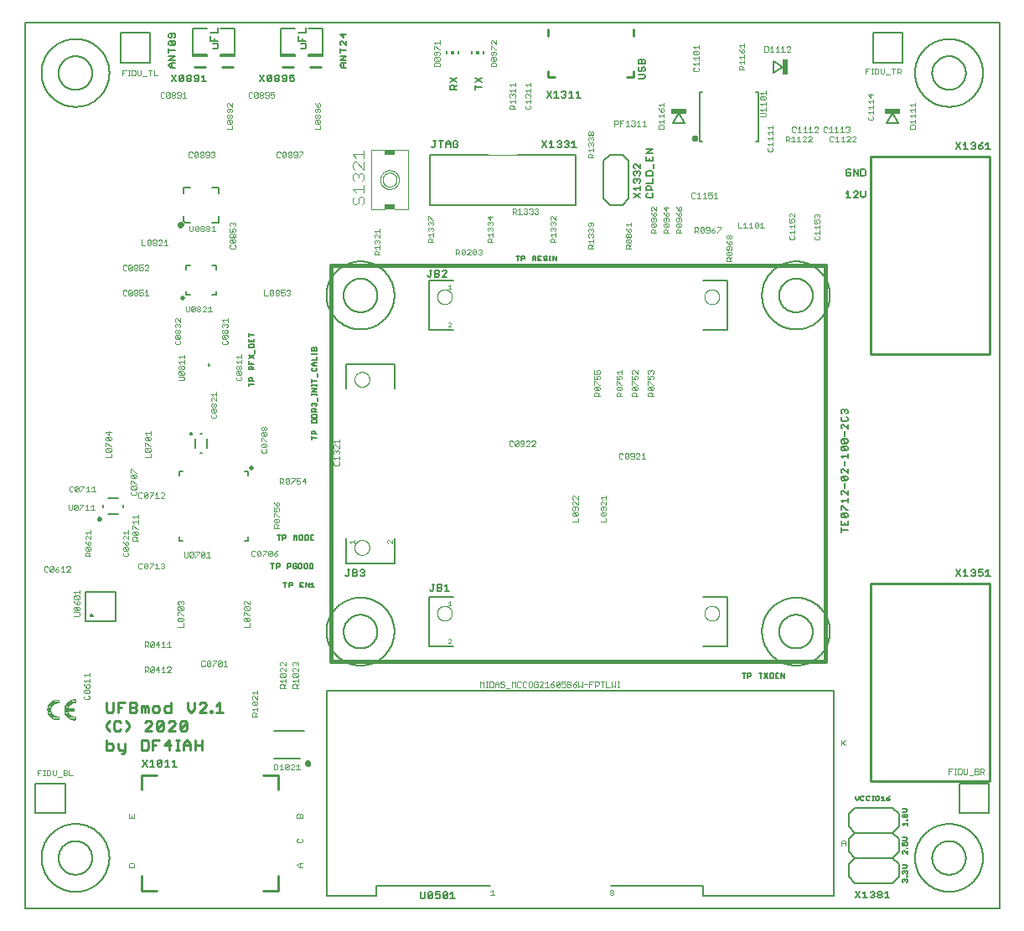
<source format=gto>
G75*
%MOIN*%
%OFA0B0*%
%FSLAX25Y25*%
%IPPOS*%
%LPD*%
%AMOC8*
5,1,8,0,0,1.08239X$1,22.5*
%
%ADD10C,0.01000*%
%ADD11C,0.00394*%
%ADD12C,0.00600*%
%ADD13C,0.01600*%
%ADD14C,0.00500*%
%ADD15C,0.00200*%
%ADD16C,0.00800*%
%ADD17C,0.02000*%
%ADD18C,0.00984*%
%ADD19C,0.00787*%
%ADD20C,0.00098*%
%ADD21C,0.01181*%
%ADD22C,0.00000*%
%ADD23R,0.06200X0.02400*%
%ADD24R,0.02400X0.06200*%
%ADD25R,0.00591X0.01181*%
%ADD26R,0.01181X0.01181*%
%ADD27C,0.00250*%
%ADD28C,0.00400*%
%ADD29R,0.03937X0.01969*%
D10*
X0047757Y0008269D02*
X0053662Y0008269D01*
X0047757Y0008269D02*
X0047757Y0014174D01*
X0047757Y0048426D02*
X0047757Y0054331D01*
X0053662Y0054331D01*
X0052091Y0064300D02*
X0052091Y0068303D01*
X0054760Y0068303D01*
X0053425Y0066302D02*
X0052091Y0066302D01*
X0050156Y0067636D02*
X0049488Y0068303D01*
X0047487Y0068303D01*
X0047487Y0064300D01*
X0049488Y0064300D01*
X0050156Y0064967D01*
X0050156Y0067636D01*
X0049021Y0071800D02*
X0051690Y0074469D01*
X0051690Y0075136D01*
X0051023Y0075803D01*
X0049689Y0075803D01*
X0049021Y0075136D01*
X0049021Y0071800D02*
X0051690Y0071800D01*
X0053625Y0072467D02*
X0056294Y0075136D01*
X0056294Y0072467D01*
X0055627Y0071800D01*
X0054293Y0071800D01*
X0053625Y0072467D01*
X0053625Y0075136D01*
X0054293Y0075803D01*
X0055627Y0075803D01*
X0056294Y0075136D01*
X0058229Y0075136D02*
X0058896Y0075803D01*
X0060231Y0075803D01*
X0060898Y0075136D01*
X0060898Y0074469D01*
X0058229Y0071800D01*
X0060898Y0071800D01*
X0062833Y0072467D02*
X0065502Y0075136D01*
X0065502Y0072467D01*
X0064835Y0071800D01*
X0063500Y0071800D01*
X0062833Y0072467D01*
X0062833Y0075136D01*
X0063500Y0075803D01*
X0064835Y0075803D01*
X0065502Y0075136D01*
X0067237Y0079300D02*
X0065902Y0080634D01*
X0065902Y0083303D01*
X0068571Y0083303D02*
X0068571Y0080634D01*
X0067237Y0079300D01*
X0070506Y0079300D02*
X0073175Y0081969D01*
X0073175Y0082636D01*
X0072508Y0083303D01*
X0071174Y0083303D01*
X0070506Y0082636D01*
X0070506Y0079300D02*
X0073175Y0079300D01*
X0075110Y0079300D02*
X0075778Y0079300D01*
X0075778Y0079967D01*
X0075110Y0079967D01*
X0075110Y0079300D01*
X0077412Y0079300D02*
X0080081Y0079300D01*
X0078747Y0079300D02*
X0078747Y0083303D01*
X0077412Y0081969D01*
X0071641Y0068303D02*
X0071641Y0064300D01*
X0071641Y0066302D02*
X0068972Y0066302D01*
X0067037Y0066302D02*
X0064368Y0066302D01*
X0064368Y0066969D02*
X0065702Y0068303D01*
X0067037Y0066969D01*
X0067037Y0064300D01*
X0068972Y0064300D02*
X0068972Y0068303D01*
X0064368Y0066969D02*
X0064368Y0064300D01*
X0062633Y0064300D02*
X0061299Y0064300D01*
X0061966Y0064300D02*
X0061966Y0068303D01*
X0061299Y0068303D02*
X0062633Y0068303D01*
X0059364Y0066302D02*
X0056695Y0066302D01*
X0058696Y0068303D01*
X0058696Y0064300D01*
X0059364Y0079300D02*
X0057362Y0079300D01*
X0056695Y0079967D01*
X0056695Y0081302D01*
X0057362Y0081969D01*
X0059364Y0081969D01*
X0059364Y0083303D02*
X0059364Y0079300D01*
X0054760Y0079967D02*
X0054760Y0081302D01*
X0054092Y0081969D01*
X0052758Y0081969D01*
X0052091Y0081302D01*
X0052091Y0079967D01*
X0052758Y0079300D01*
X0054092Y0079300D01*
X0054760Y0079967D01*
X0050156Y0079300D02*
X0050156Y0081302D01*
X0049488Y0081969D01*
X0048821Y0081302D01*
X0048821Y0079300D01*
X0047487Y0079300D02*
X0047487Y0081969D01*
X0048154Y0081969D01*
X0048821Y0081302D01*
X0045552Y0081969D02*
X0044885Y0081302D01*
X0042883Y0081302D01*
X0042883Y0083303D02*
X0044885Y0083303D01*
X0045552Y0082636D01*
X0045552Y0081969D01*
X0044885Y0081302D02*
X0045552Y0080634D01*
X0045552Y0079967D01*
X0044885Y0079300D01*
X0042883Y0079300D01*
X0042883Y0083303D01*
X0040948Y0083303D02*
X0038279Y0083303D01*
X0038279Y0079300D01*
X0038279Y0081302D02*
X0039613Y0081302D01*
X0036344Y0079967D02*
X0036344Y0083303D01*
X0033675Y0083303D02*
X0033675Y0079967D01*
X0034342Y0079300D01*
X0035677Y0079300D01*
X0036344Y0079967D01*
X0037412Y0075803D02*
X0036744Y0075136D01*
X0036744Y0072467D01*
X0037412Y0071800D01*
X0038746Y0071800D01*
X0039413Y0072467D01*
X0041348Y0071800D02*
X0042683Y0073134D01*
X0042683Y0074469D01*
X0041348Y0075803D01*
X0039413Y0075136D02*
X0038746Y0075803D01*
X0037412Y0075803D01*
X0035009Y0075803D02*
X0033675Y0074469D01*
X0033675Y0073134D01*
X0035009Y0071800D01*
X0033675Y0068303D02*
X0033675Y0064300D01*
X0035677Y0064300D01*
X0036344Y0064967D01*
X0036344Y0066302D01*
X0035677Y0066969D01*
X0033675Y0066969D01*
X0038279Y0066969D02*
X0038279Y0064967D01*
X0038946Y0064300D01*
X0040948Y0064300D01*
X0040948Y0063633D02*
X0040281Y0062966D01*
X0039613Y0062966D01*
X0040948Y0063633D02*
X0040948Y0066969D01*
X0095985Y0054331D02*
X0101891Y0054331D01*
X0101891Y0048426D01*
X0101891Y0014174D02*
X0101891Y0008269D01*
X0095985Y0008269D01*
X0337560Y0051851D02*
X0384804Y0051851D01*
X0384804Y0130591D01*
X0337560Y0130591D01*
X0337560Y0051851D01*
X0337560Y0221851D02*
X0384804Y0221851D01*
X0384804Y0300591D01*
X0337560Y0300591D01*
X0337560Y0221851D01*
X0243426Y0332009D02*
X0240670Y0332009D01*
X0243426Y0332009D02*
X0243426Y0334476D01*
X0243426Y0348662D02*
X0243426Y0351103D01*
X0209174Y0351103D02*
X0209174Y0348662D01*
X0209174Y0334476D02*
X0209174Y0332009D01*
X0211930Y0332009D01*
X0119050Y0336300D02*
X0114550Y0336300D01*
X0108050Y0336300D02*
X0103550Y0336300D01*
X0084050Y0336300D02*
X0079550Y0336300D01*
X0073050Y0336300D02*
X0068550Y0336300D01*
D11*
X0021379Y0084343D02*
X0020627Y0084365D01*
X0019884Y0084247D01*
X0019176Y0083993D01*
X0018528Y0083612D01*
X0017961Y0083116D01*
X0017497Y0082524D01*
X0017151Y0081856D01*
X0016936Y0081136D01*
X0016858Y0080387D01*
X0016921Y0079638D01*
X0017122Y0078913D01*
X0017454Y0078238D01*
X0017907Y0077637D01*
X0018463Y0077130D01*
X0019104Y0076736D01*
X0019807Y0076468D01*
X0020547Y0076335D01*
X0021299Y0076343D01*
X0021299Y0077543D01*
X0020712Y0077547D01*
X0020136Y0077667D01*
X0019596Y0077899D01*
X0019113Y0078234D01*
X0018706Y0078658D01*
X0018390Y0079154D01*
X0018179Y0079703D01*
X0020499Y0079703D01*
X0020499Y0080943D01*
X0018259Y0080943D01*
X0018411Y0081440D01*
X0018656Y0081898D01*
X0018987Y0082299D01*
X0019389Y0082629D01*
X0019847Y0082873D01*
X0020345Y0083024D01*
X0020862Y0083074D01*
X0021379Y0083023D01*
X0021379Y0084343D01*
X0021379Y0084057D02*
X0019354Y0084057D01*
X0018617Y0083665D02*
X0021379Y0083665D01*
X0021379Y0083272D02*
X0018140Y0083272D01*
X0017776Y0082880D02*
X0019870Y0082880D01*
X0019217Y0082488D02*
X0017478Y0082488D01*
X0017275Y0082096D02*
X0018819Y0082096D01*
X0018552Y0081703D02*
X0017105Y0081703D01*
X0016988Y0081311D02*
X0018372Y0081311D01*
X0016913Y0080919D02*
X0020499Y0080919D01*
X0020499Y0080527D02*
X0016872Y0080527D01*
X0016879Y0080135D02*
X0020499Y0080135D01*
X0020499Y0079742D02*
X0016912Y0079742D01*
X0017000Y0079350D02*
X0018315Y0079350D01*
X0018515Y0078958D02*
X0017109Y0078958D01*
X0017293Y0078566D02*
X0018794Y0078566D01*
X0019200Y0078174D02*
X0017503Y0078174D01*
X0017798Y0077781D02*
X0019871Y0077781D01*
X0019448Y0076605D02*
X0021299Y0076605D01*
X0021299Y0076997D02*
X0018679Y0076997D01*
X0018178Y0077389D02*
X0021299Y0077389D01*
X0014539Y0077389D02*
X0011438Y0077389D01*
X0011168Y0077630D02*
X0011724Y0077134D01*
X0012362Y0076750D01*
X0013060Y0076492D01*
X0013795Y0076368D01*
X0014539Y0076383D01*
X0014539Y0077623D01*
X0013950Y0077598D01*
X0013369Y0077701D01*
X0012823Y0077924D01*
X0012338Y0078259D01*
X0011935Y0078690D01*
X0011633Y0079197D01*
X0011446Y0079756D01*
X0011383Y0080343D01*
X0011446Y0080929D01*
X0011633Y0081488D01*
X0011935Y0081995D01*
X0012338Y0082426D01*
X0012823Y0082761D01*
X0013369Y0082985D01*
X0013950Y0083087D01*
X0014539Y0083063D01*
X0014539Y0084303D01*
X0013795Y0084317D01*
X0013060Y0084193D01*
X0012362Y0083935D01*
X0011724Y0083551D01*
X0011168Y0083055D01*
X0010714Y0082464D01*
X0010379Y0081800D01*
X0010172Y0081084D01*
X0010103Y0080343D01*
X0010172Y0079601D01*
X0010379Y0078885D01*
X0010714Y0078221D01*
X0011168Y0077630D01*
X0011052Y0077781D02*
X0013172Y0077781D01*
X0012462Y0078174D02*
X0010751Y0078174D01*
X0010540Y0078566D02*
X0012051Y0078566D01*
X0011775Y0078958D02*
X0010358Y0078958D01*
X0010245Y0079350D02*
X0011582Y0079350D01*
X0011451Y0079742D02*
X0010159Y0079742D01*
X0010122Y0080135D02*
X0011405Y0080135D01*
X0011403Y0080527D02*
X0010120Y0080527D01*
X0010157Y0080919D02*
X0011445Y0080919D01*
X0011574Y0081311D02*
X0010238Y0081311D01*
X0010351Y0081703D02*
X0011761Y0081703D01*
X0012029Y0082096D02*
X0010528Y0082096D01*
X0010732Y0082488D02*
X0012427Y0082488D01*
X0013114Y0082880D02*
X0011034Y0082880D01*
X0011412Y0083272D02*
X0014539Y0083272D01*
X0014539Y0083665D02*
X0011913Y0083665D01*
X0012691Y0084057D02*
X0014539Y0084057D01*
X0014539Y0076997D02*
X0011952Y0076997D01*
X0012755Y0076605D02*
X0014539Y0076605D01*
D12*
X0001300Y0001300D02*
X0388800Y0001300D01*
X0388800Y0353800D01*
X0001300Y0353800D01*
X0001300Y0001300D01*
X0014607Y0021300D02*
X0014609Y0021464D01*
X0014615Y0021628D01*
X0014625Y0021792D01*
X0014639Y0021956D01*
X0014657Y0022119D01*
X0014679Y0022282D01*
X0014706Y0022444D01*
X0014736Y0022606D01*
X0014770Y0022766D01*
X0014808Y0022926D01*
X0014849Y0023085D01*
X0014895Y0023243D01*
X0014945Y0023399D01*
X0014998Y0023555D01*
X0015055Y0023709D01*
X0015116Y0023861D01*
X0015181Y0024012D01*
X0015250Y0024162D01*
X0015322Y0024309D01*
X0015397Y0024455D01*
X0015477Y0024599D01*
X0015559Y0024741D01*
X0015645Y0024881D01*
X0015735Y0025018D01*
X0015828Y0025154D01*
X0015924Y0025287D01*
X0016024Y0025418D01*
X0016126Y0025546D01*
X0016232Y0025672D01*
X0016341Y0025795D01*
X0016453Y0025915D01*
X0016567Y0026033D01*
X0016685Y0026147D01*
X0016805Y0026259D01*
X0016928Y0026368D01*
X0017054Y0026474D01*
X0017182Y0026576D01*
X0017313Y0026676D01*
X0017446Y0026772D01*
X0017582Y0026865D01*
X0017719Y0026955D01*
X0017859Y0027041D01*
X0018001Y0027123D01*
X0018145Y0027203D01*
X0018291Y0027278D01*
X0018438Y0027350D01*
X0018588Y0027419D01*
X0018739Y0027484D01*
X0018891Y0027545D01*
X0019045Y0027602D01*
X0019201Y0027655D01*
X0019357Y0027705D01*
X0019515Y0027751D01*
X0019674Y0027792D01*
X0019834Y0027830D01*
X0019994Y0027864D01*
X0020156Y0027894D01*
X0020318Y0027921D01*
X0020481Y0027943D01*
X0020644Y0027961D01*
X0020808Y0027975D01*
X0020972Y0027985D01*
X0021136Y0027991D01*
X0021300Y0027993D01*
X0021464Y0027991D01*
X0021628Y0027985D01*
X0021792Y0027975D01*
X0021956Y0027961D01*
X0022119Y0027943D01*
X0022282Y0027921D01*
X0022444Y0027894D01*
X0022606Y0027864D01*
X0022766Y0027830D01*
X0022926Y0027792D01*
X0023085Y0027751D01*
X0023243Y0027705D01*
X0023399Y0027655D01*
X0023555Y0027602D01*
X0023709Y0027545D01*
X0023861Y0027484D01*
X0024012Y0027419D01*
X0024162Y0027350D01*
X0024309Y0027278D01*
X0024455Y0027203D01*
X0024599Y0027123D01*
X0024741Y0027041D01*
X0024881Y0026955D01*
X0025018Y0026865D01*
X0025154Y0026772D01*
X0025287Y0026676D01*
X0025418Y0026576D01*
X0025546Y0026474D01*
X0025672Y0026368D01*
X0025795Y0026259D01*
X0025915Y0026147D01*
X0026033Y0026033D01*
X0026147Y0025915D01*
X0026259Y0025795D01*
X0026368Y0025672D01*
X0026474Y0025546D01*
X0026576Y0025418D01*
X0026676Y0025287D01*
X0026772Y0025154D01*
X0026865Y0025018D01*
X0026955Y0024881D01*
X0027041Y0024741D01*
X0027123Y0024599D01*
X0027203Y0024455D01*
X0027278Y0024309D01*
X0027350Y0024162D01*
X0027419Y0024012D01*
X0027484Y0023861D01*
X0027545Y0023709D01*
X0027602Y0023555D01*
X0027655Y0023399D01*
X0027705Y0023243D01*
X0027751Y0023085D01*
X0027792Y0022926D01*
X0027830Y0022766D01*
X0027864Y0022606D01*
X0027894Y0022444D01*
X0027921Y0022282D01*
X0027943Y0022119D01*
X0027961Y0021956D01*
X0027975Y0021792D01*
X0027985Y0021628D01*
X0027991Y0021464D01*
X0027993Y0021300D01*
X0027991Y0021136D01*
X0027985Y0020972D01*
X0027975Y0020808D01*
X0027961Y0020644D01*
X0027943Y0020481D01*
X0027921Y0020318D01*
X0027894Y0020156D01*
X0027864Y0019994D01*
X0027830Y0019834D01*
X0027792Y0019674D01*
X0027751Y0019515D01*
X0027705Y0019357D01*
X0027655Y0019201D01*
X0027602Y0019045D01*
X0027545Y0018891D01*
X0027484Y0018739D01*
X0027419Y0018588D01*
X0027350Y0018438D01*
X0027278Y0018291D01*
X0027203Y0018145D01*
X0027123Y0018001D01*
X0027041Y0017859D01*
X0026955Y0017719D01*
X0026865Y0017582D01*
X0026772Y0017446D01*
X0026676Y0017313D01*
X0026576Y0017182D01*
X0026474Y0017054D01*
X0026368Y0016928D01*
X0026259Y0016805D01*
X0026147Y0016685D01*
X0026033Y0016567D01*
X0025915Y0016453D01*
X0025795Y0016341D01*
X0025672Y0016232D01*
X0025546Y0016126D01*
X0025418Y0016024D01*
X0025287Y0015924D01*
X0025154Y0015828D01*
X0025018Y0015735D01*
X0024881Y0015645D01*
X0024741Y0015559D01*
X0024599Y0015477D01*
X0024455Y0015397D01*
X0024309Y0015322D01*
X0024162Y0015250D01*
X0024012Y0015181D01*
X0023861Y0015116D01*
X0023709Y0015055D01*
X0023555Y0014998D01*
X0023399Y0014945D01*
X0023243Y0014895D01*
X0023085Y0014849D01*
X0022926Y0014808D01*
X0022766Y0014770D01*
X0022606Y0014736D01*
X0022444Y0014706D01*
X0022282Y0014679D01*
X0022119Y0014657D01*
X0021956Y0014639D01*
X0021792Y0014625D01*
X0021628Y0014615D01*
X0021464Y0014609D01*
X0021300Y0014607D01*
X0021136Y0014609D01*
X0020972Y0014615D01*
X0020808Y0014625D01*
X0020644Y0014639D01*
X0020481Y0014657D01*
X0020318Y0014679D01*
X0020156Y0014706D01*
X0019994Y0014736D01*
X0019834Y0014770D01*
X0019674Y0014808D01*
X0019515Y0014849D01*
X0019357Y0014895D01*
X0019201Y0014945D01*
X0019045Y0014998D01*
X0018891Y0015055D01*
X0018739Y0015116D01*
X0018588Y0015181D01*
X0018438Y0015250D01*
X0018291Y0015322D01*
X0018145Y0015397D01*
X0018001Y0015477D01*
X0017859Y0015559D01*
X0017719Y0015645D01*
X0017582Y0015735D01*
X0017446Y0015828D01*
X0017313Y0015924D01*
X0017182Y0016024D01*
X0017054Y0016126D01*
X0016928Y0016232D01*
X0016805Y0016341D01*
X0016685Y0016453D01*
X0016567Y0016567D01*
X0016453Y0016685D01*
X0016341Y0016805D01*
X0016232Y0016928D01*
X0016126Y0017054D01*
X0016024Y0017182D01*
X0015924Y0017313D01*
X0015828Y0017446D01*
X0015735Y0017582D01*
X0015645Y0017719D01*
X0015559Y0017859D01*
X0015477Y0018001D01*
X0015397Y0018145D01*
X0015322Y0018291D01*
X0015250Y0018438D01*
X0015181Y0018588D01*
X0015116Y0018739D01*
X0015055Y0018891D01*
X0014998Y0019045D01*
X0014945Y0019201D01*
X0014895Y0019357D01*
X0014849Y0019515D01*
X0014808Y0019674D01*
X0014770Y0019834D01*
X0014736Y0019994D01*
X0014706Y0020156D01*
X0014679Y0020318D01*
X0014657Y0020481D01*
X0014639Y0020644D01*
X0014625Y0020808D01*
X0014615Y0020972D01*
X0014609Y0021136D01*
X0014607Y0021300D01*
X0007800Y0021300D02*
X0007804Y0021631D01*
X0007816Y0021962D01*
X0007837Y0022293D01*
X0007865Y0022623D01*
X0007902Y0022953D01*
X0007946Y0023281D01*
X0007999Y0023608D01*
X0008059Y0023934D01*
X0008128Y0024258D01*
X0008205Y0024580D01*
X0008289Y0024901D01*
X0008381Y0025219D01*
X0008481Y0025535D01*
X0008589Y0025848D01*
X0008705Y0026159D01*
X0008828Y0026466D01*
X0008958Y0026771D01*
X0009096Y0027072D01*
X0009241Y0027370D01*
X0009394Y0027664D01*
X0009554Y0027954D01*
X0009721Y0028240D01*
X0009894Y0028522D01*
X0010075Y0028800D01*
X0010263Y0029073D01*
X0010457Y0029342D01*
X0010657Y0029606D01*
X0010864Y0029864D01*
X0011078Y0030118D01*
X0011297Y0030366D01*
X0011523Y0030609D01*
X0011754Y0030846D01*
X0011991Y0031077D01*
X0012234Y0031303D01*
X0012482Y0031522D01*
X0012736Y0031736D01*
X0012994Y0031943D01*
X0013258Y0032143D01*
X0013527Y0032337D01*
X0013800Y0032525D01*
X0014078Y0032706D01*
X0014360Y0032879D01*
X0014646Y0033046D01*
X0014936Y0033206D01*
X0015230Y0033359D01*
X0015528Y0033504D01*
X0015829Y0033642D01*
X0016134Y0033772D01*
X0016441Y0033895D01*
X0016752Y0034011D01*
X0017065Y0034119D01*
X0017381Y0034219D01*
X0017699Y0034311D01*
X0018020Y0034395D01*
X0018342Y0034472D01*
X0018666Y0034541D01*
X0018992Y0034601D01*
X0019319Y0034654D01*
X0019647Y0034698D01*
X0019977Y0034735D01*
X0020307Y0034763D01*
X0020638Y0034784D01*
X0020969Y0034796D01*
X0021300Y0034800D01*
X0021631Y0034796D01*
X0021962Y0034784D01*
X0022293Y0034763D01*
X0022623Y0034735D01*
X0022953Y0034698D01*
X0023281Y0034654D01*
X0023608Y0034601D01*
X0023934Y0034541D01*
X0024258Y0034472D01*
X0024580Y0034395D01*
X0024901Y0034311D01*
X0025219Y0034219D01*
X0025535Y0034119D01*
X0025848Y0034011D01*
X0026159Y0033895D01*
X0026466Y0033772D01*
X0026771Y0033642D01*
X0027072Y0033504D01*
X0027370Y0033359D01*
X0027664Y0033206D01*
X0027954Y0033046D01*
X0028240Y0032879D01*
X0028522Y0032706D01*
X0028800Y0032525D01*
X0029073Y0032337D01*
X0029342Y0032143D01*
X0029606Y0031943D01*
X0029864Y0031736D01*
X0030118Y0031522D01*
X0030366Y0031303D01*
X0030609Y0031077D01*
X0030846Y0030846D01*
X0031077Y0030609D01*
X0031303Y0030366D01*
X0031522Y0030118D01*
X0031736Y0029864D01*
X0031943Y0029606D01*
X0032143Y0029342D01*
X0032337Y0029073D01*
X0032525Y0028800D01*
X0032706Y0028522D01*
X0032879Y0028240D01*
X0033046Y0027954D01*
X0033206Y0027664D01*
X0033359Y0027370D01*
X0033504Y0027072D01*
X0033642Y0026771D01*
X0033772Y0026466D01*
X0033895Y0026159D01*
X0034011Y0025848D01*
X0034119Y0025535D01*
X0034219Y0025219D01*
X0034311Y0024901D01*
X0034395Y0024580D01*
X0034472Y0024258D01*
X0034541Y0023934D01*
X0034601Y0023608D01*
X0034654Y0023281D01*
X0034698Y0022953D01*
X0034735Y0022623D01*
X0034763Y0022293D01*
X0034784Y0021962D01*
X0034796Y0021631D01*
X0034800Y0021300D01*
X0034796Y0020969D01*
X0034784Y0020638D01*
X0034763Y0020307D01*
X0034735Y0019977D01*
X0034698Y0019647D01*
X0034654Y0019319D01*
X0034601Y0018992D01*
X0034541Y0018666D01*
X0034472Y0018342D01*
X0034395Y0018020D01*
X0034311Y0017699D01*
X0034219Y0017381D01*
X0034119Y0017065D01*
X0034011Y0016752D01*
X0033895Y0016441D01*
X0033772Y0016134D01*
X0033642Y0015829D01*
X0033504Y0015528D01*
X0033359Y0015230D01*
X0033206Y0014936D01*
X0033046Y0014646D01*
X0032879Y0014360D01*
X0032706Y0014078D01*
X0032525Y0013800D01*
X0032337Y0013527D01*
X0032143Y0013258D01*
X0031943Y0012994D01*
X0031736Y0012736D01*
X0031522Y0012482D01*
X0031303Y0012234D01*
X0031077Y0011991D01*
X0030846Y0011754D01*
X0030609Y0011523D01*
X0030366Y0011297D01*
X0030118Y0011078D01*
X0029864Y0010864D01*
X0029606Y0010657D01*
X0029342Y0010457D01*
X0029073Y0010263D01*
X0028800Y0010075D01*
X0028522Y0009894D01*
X0028240Y0009721D01*
X0027954Y0009554D01*
X0027664Y0009394D01*
X0027370Y0009241D01*
X0027072Y0009096D01*
X0026771Y0008958D01*
X0026466Y0008828D01*
X0026159Y0008705D01*
X0025848Y0008589D01*
X0025535Y0008481D01*
X0025219Y0008381D01*
X0024901Y0008289D01*
X0024580Y0008205D01*
X0024258Y0008128D01*
X0023934Y0008059D01*
X0023608Y0007999D01*
X0023281Y0007946D01*
X0022953Y0007902D01*
X0022623Y0007865D01*
X0022293Y0007837D01*
X0021962Y0007816D01*
X0021631Y0007804D01*
X0021300Y0007800D01*
X0020969Y0007804D01*
X0020638Y0007816D01*
X0020307Y0007837D01*
X0019977Y0007865D01*
X0019647Y0007902D01*
X0019319Y0007946D01*
X0018992Y0007999D01*
X0018666Y0008059D01*
X0018342Y0008128D01*
X0018020Y0008205D01*
X0017699Y0008289D01*
X0017381Y0008381D01*
X0017065Y0008481D01*
X0016752Y0008589D01*
X0016441Y0008705D01*
X0016134Y0008828D01*
X0015829Y0008958D01*
X0015528Y0009096D01*
X0015230Y0009241D01*
X0014936Y0009394D01*
X0014646Y0009554D01*
X0014360Y0009721D01*
X0014078Y0009894D01*
X0013800Y0010075D01*
X0013527Y0010263D01*
X0013258Y0010457D01*
X0012994Y0010657D01*
X0012736Y0010864D01*
X0012482Y0011078D01*
X0012234Y0011297D01*
X0011991Y0011523D01*
X0011754Y0011754D01*
X0011523Y0011991D01*
X0011297Y0012234D01*
X0011078Y0012482D01*
X0010864Y0012736D01*
X0010657Y0012994D01*
X0010457Y0013258D01*
X0010263Y0013527D01*
X0010075Y0013800D01*
X0009894Y0014078D01*
X0009721Y0014360D01*
X0009554Y0014646D01*
X0009394Y0014936D01*
X0009241Y0015230D01*
X0009096Y0015528D01*
X0008958Y0015829D01*
X0008828Y0016134D01*
X0008705Y0016441D01*
X0008589Y0016752D01*
X0008481Y0017065D01*
X0008381Y0017381D01*
X0008289Y0017699D01*
X0008205Y0018020D01*
X0008128Y0018342D01*
X0008059Y0018666D01*
X0007999Y0018992D01*
X0007946Y0019319D01*
X0007902Y0019647D01*
X0007865Y0019977D01*
X0007837Y0020307D01*
X0007816Y0020638D01*
X0007804Y0020969D01*
X0007800Y0021300D01*
X0048101Y0057658D02*
X0049836Y0060260D01*
X0051048Y0059393D02*
X0051915Y0060260D01*
X0051915Y0057658D01*
X0051048Y0057658D02*
X0052782Y0057658D01*
X0053994Y0058092D02*
X0055729Y0059827D01*
X0055729Y0058092D01*
X0055295Y0057658D01*
X0054428Y0057658D01*
X0053994Y0058092D01*
X0053994Y0059827D01*
X0054428Y0060260D01*
X0055295Y0060260D01*
X0055729Y0059827D01*
X0056941Y0059393D02*
X0057808Y0060260D01*
X0057808Y0057658D01*
X0056941Y0057658D02*
X0058675Y0057658D01*
X0059887Y0057658D02*
X0061622Y0057658D01*
X0060754Y0057658D02*
X0060754Y0060260D01*
X0059887Y0059393D01*
X0049836Y0057658D02*
X0048101Y0060260D01*
X0128687Y0133864D02*
X0129120Y0133431D01*
X0129554Y0133431D01*
X0129988Y0133864D01*
X0129988Y0136033D01*
X0130421Y0136033D02*
X0129554Y0136033D01*
X0131633Y0136033D02*
X0132934Y0136033D01*
X0133368Y0135599D01*
X0133368Y0135166D01*
X0132934Y0134732D01*
X0131633Y0134732D01*
X0131633Y0133431D02*
X0131633Y0136033D01*
X0132934Y0134732D02*
X0133368Y0134298D01*
X0133368Y0133864D01*
X0132934Y0133431D01*
X0131633Y0133431D01*
X0134580Y0133864D02*
X0135013Y0133431D01*
X0135881Y0133431D01*
X0136314Y0133864D01*
X0136314Y0134298D01*
X0135881Y0134732D01*
X0135447Y0134732D01*
X0135881Y0134732D02*
X0136314Y0135166D01*
X0136314Y0135599D01*
X0135881Y0136033D01*
X0135013Y0136033D01*
X0134580Y0135599D01*
X0127993Y0111379D02*
X0127995Y0111543D01*
X0128001Y0111707D01*
X0128011Y0111871D01*
X0128025Y0112035D01*
X0128043Y0112198D01*
X0128065Y0112361D01*
X0128092Y0112523D01*
X0128122Y0112685D01*
X0128156Y0112845D01*
X0128194Y0113005D01*
X0128235Y0113164D01*
X0128281Y0113322D01*
X0128331Y0113478D01*
X0128384Y0113634D01*
X0128441Y0113788D01*
X0128502Y0113940D01*
X0128567Y0114091D01*
X0128636Y0114241D01*
X0128708Y0114388D01*
X0128783Y0114534D01*
X0128863Y0114678D01*
X0128945Y0114820D01*
X0129031Y0114960D01*
X0129121Y0115097D01*
X0129214Y0115233D01*
X0129310Y0115366D01*
X0129410Y0115497D01*
X0129512Y0115625D01*
X0129618Y0115751D01*
X0129727Y0115874D01*
X0129839Y0115994D01*
X0129953Y0116112D01*
X0130071Y0116226D01*
X0130191Y0116338D01*
X0130314Y0116447D01*
X0130440Y0116553D01*
X0130568Y0116655D01*
X0130699Y0116755D01*
X0130832Y0116851D01*
X0130968Y0116944D01*
X0131105Y0117034D01*
X0131245Y0117120D01*
X0131387Y0117202D01*
X0131531Y0117282D01*
X0131677Y0117357D01*
X0131824Y0117429D01*
X0131974Y0117498D01*
X0132125Y0117563D01*
X0132277Y0117624D01*
X0132431Y0117681D01*
X0132587Y0117734D01*
X0132743Y0117784D01*
X0132901Y0117830D01*
X0133060Y0117871D01*
X0133220Y0117909D01*
X0133380Y0117943D01*
X0133542Y0117973D01*
X0133704Y0118000D01*
X0133867Y0118022D01*
X0134030Y0118040D01*
X0134194Y0118054D01*
X0134358Y0118064D01*
X0134522Y0118070D01*
X0134686Y0118072D01*
X0134850Y0118070D01*
X0135014Y0118064D01*
X0135178Y0118054D01*
X0135342Y0118040D01*
X0135505Y0118022D01*
X0135668Y0118000D01*
X0135830Y0117973D01*
X0135992Y0117943D01*
X0136152Y0117909D01*
X0136312Y0117871D01*
X0136471Y0117830D01*
X0136629Y0117784D01*
X0136785Y0117734D01*
X0136941Y0117681D01*
X0137095Y0117624D01*
X0137247Y0117563D01*
X0137398Y0117498D01*
X0137548Y0117429D01*
X0137695Y0117357D01*
X0137841Y0117282D01*
X0137985Y0117202D01*
X0138127Y0117120D01*
X0138267Y0117034D01*
X0138404Y0116944D01*
X0138540Y0116851D01*
X0138673Y0116755D01*
X0138804Y0116655D01*
X0138932Y0116553D01*
X0139058Y0116447D01*
X0139181Y0116338D01*
X0139301Y0116226D01*
X0139419Y0116112D01*
X0139533Y0115994D01*
X0139645Y0115874D01*
X0139754Y0115751D01*
X0139860Y0115625D01*
X0139962Y0115497D01*
X0140062Y0115366D01*
X0140158Y0115233D01*
X0140251Y0115097D01*
X0140341Y0114960D01*
X0140427Y0114820D01*
X0140509Y0114678D01*
X0140589Y0114534D01*
X0140664Y0114388D01*
X0140736Y0114241D01*
X0140805Y0114091D01*
X0140870Y0113940D01*
X0140931Y0113788D01*
X0140988Y0113634D01*
X0141041Y0113478D01*
X0141091Y0113322D01*
X0141137Y0113164D01*
X0141178Y0113005D01*
X0141216Y0112845D01*
X0141250Y0112685D01*
X0141280Y0112523D01*
X0141307Y0112361D01*
X0141329Y0112198D01*
X0141347Y0112035D01*
X0141361Y0111871D01*
X0141371Y0111707D01*
X0141377Y0111543D01*
X0141379Y0111379D01*
X0141377Y0111215D01*
X0141371Y0111051D01*
X0141361Y0110887D01*
X0141347Y0110723D01*
X0141329Y0110560D01*
X0141307Y0110397D01*
X0141280Y0110235D01*
X0141250Y0110073D01*
X0141216Y0109913D01*
X0141178Y0109753D01*
X0141137Y0109594D01*
X0141091Y0109436D01*
X0141041Y0109280D01*
X0140988Y0109124D01*
X0140931Y0108970D01*
X0140870Y0108818D01*
X0140805Y0108667D01*
X0140736Y0108517D01*
X0140664Y0108370D01*
X0140589Y0108224D01*
X0140509Y0108080D01*
X0140427Y0107938D01*
X0140341Y0107798D01*
X0140251Y0107661D01*
X0140158Y0107525D01*
X0140062Y0107392D01*
X0139962Y0107261D01*
X0139860Y0107133D01*
X0139754Y0107007D01*
X0139645Y0106884D01*
X0139533Y0106764D01*
X0139419Y0106646D01*
X0139301Y0106532D01*
X0139181Y0106420D01*
X0139058Y0106311D01*
X0138932Y0106205D01*
X0138804Y0106103D01*
X0138673Y0106003D01*
X0138540Y0105907D01*
X0138404Y0105814D01*
X0138267Y0105724D01*
X0138127Y0105638D01*
X0137985Y0105556D01*
X0137841Y0105476D01*
X0137695Y0105401D01*
X0137548Y0105329D01*
X0137398Y0105260D01*
X0137247Y0105195D01*
X0137095Y0105134D01*
X0136941Y0105077D01*
X0136785Y0105024D01*
X0136629Y0104974D01*
X0136471Y0104928D01*
X0136312Y0104887D01*
X0136152Y0104849D01*
X0135992Y0104815D01*
X0135830Y0104785D01*
X0135668Y0104758D01*
X0135505Y0104736D01*
X0135342Y0104718D01*
X0135178Y0104704D01*
X0135014Y0104694D01*
X0134850Y0104688D01*
X0134686Y0104686D01*
X0134522Y0104688D01*
X0134358Y0104694D01*
X0134194Y0104704D01*
X0134030Y0104718D01*
X0133867Y0104736D01*
X0133704Y0104758D01*
X0133542Y0104785D01*
X0133380Y0104815D01*
X0133220Y0104849D01*
X0133060Y0104887D01*
X0132901Y0104928D01*
X0132743Y0104974D01*
X0132587Y0105024D01*
X0132431Y0105077D01*
X0132277Y0105134D01*
X0132125Y0105195D01*
X0131974Y0105260D01*
X0131824Y0105329D01*
X0131677Y0105401D01*
X0131531Y0105476D01*
X0131387Y0105556D01*
X0131245Y0105638D01*
X0131105Y0105724D01*
X0130968Y0105814D01*
X0130832Y0105907D01*
X0130699Y0106003D01*
X0130568Y0106103D01*
X0130440Y0106205D01*
X0130314Y0106311D01*
X0130191Y0106420D01*
X0130071Y0106532D01*
X0129953Y0106646D01*
X0129839Y0106764D01*
X0129727Y0106884D01*
X0129618Y0107007D01*
X0129512Y0107133D01*
X0129410Y0107261D01*
X0129310Y0107392D01*
X0129214Y0107525D01*
X0129121Y0107661D01*
X0129031Y0107798D01*
X0128945Y0107938D01*
X0128863Y0108080D01*
X0128783Y0108224D01*
X0128708Y0108370D01*
X0128636Y0108517D01*
X0128567Y0108667D01*
X0128502Y0108818D01*
X0128441Y0108970D01*
X0128384Y0109124D01*
X0128331Y0109280D01*
X0128281Y0109436D01*
X0128235Y0109594D01*
X0128194Y0109753D01*
X0128156Y0109913D01*
X0128122Y0110073D01*
X0128092Y0110235D01*
X0128065Y0110397D01*
X0128043Y0110560D01*
X0128025Y0110723D01*
X0128011Y0110887D01*
X0128001Y0111051D01*
X0127995Y0111215D01*
X0127993Y0111379D01*
X0121186Y0111379D02*
X0121190Y0111710D01*
X0121202Y0112041D01*
X0121223Y0112372D01*
X0121251Y0112702D01*
X0121288Y0113032D01*
X0121332Y0113360D01*
X0121385Y0113687D01*
X0121445Y0114013D01*
X0121514Y0114337D01*
X0121591Y0114659D01*
X0121675Y0114980D01*
X0121767Y0115298D01*
X0121867Y0115614D01*
X0121975Y0115927D01*
X0122091Y0116238D01*
X0122214Y0116545D01*
X0122344Y0116850D01*
X0122482Y0117151D01*
X0122627Y0117449D01*
X0122780Y0117743D01*
X0122940Y0118033D01*
X0123107Y0118319D01*
X0123280Y0118601D01*
X0123461Y0118879D01*
X0123649Y0119152D01*
X0123843Y0119421D01*
X0124043Y0119685D01*
X0124250Y0119943D01*
X0124464Y0120197D01*
X0124683Y0120445D01*
X0124909Y0120688D01*
X0125140Y0120925D01*
X0125377Y0121156D01*
X0125620Y0121382D01*
X0125868Y0121601D01*
X0126122Y0121815D01*
X0126380Y0122022D01*
X0126644Y0122222D01*
X0126913Y0122416D01*
X0127186Y0122604D01*
X0127464Y0122785D01*
X0127746Y0122958D01*
X0128032Y0123125D01*
X0128322Y0123285D01*
X0128616Y0123438D01*
X0128914Y0123583D01*
X0129215Y0123721D01*
X0129520Y0123851D01*
X0129827Y0123974D01*
X0130138Y0124090D01*
X0130451Y0124198D01*
X0130767Y0124298D01*
X0131085Y0124390D01*
X0131406Y0124474D01*
X0131728Y0124551D01*
X0132052Y0124620D01*
X0132378Y0124680D01*
X0132705Y0124733D01*
X0133033Y0124777D01*
X0133363Y0124814D01*
X0133693Y0124842D01*
X0134024Y0124863D01*
X0134355Y0124875D01*
X0134686Y0124879D01*
X0135017Y0124875D01*
X0135348Y0124863D01*
X0135679Y0124842D01*
X0136009Y0124814D01*
X0136339Y0124777D01*
X0136667Y0124733D01*
X0136994Y0124680D01*
X0137320Y0124620D01*
X0137644Y0124551D01*
X0137966Y0124474D01*
X0138287Y0124390D01*
X0138605Y0124298D01*
X0138921Y0124198D01*
X0139234Y0124090D01*
X0139545Y0123974D01*
X0139852Y0123851D01*
X0140157Y0123721D01*
X0140458Y0123583D01*
X0140756Y0123438D01*
X0141050Y0123285D01*
X0141340Y0123125D01*
X0141626Y0122958D01*
X0141908Y0122785D01*
X0142186Y0122604D01*
X0142459Y0122416D01*
X0142728Y0122222D01*
X0142992Y0122022D01*
X0143250Y0121815D01*
X0143504Y0121601D01*
X0143752Y0121382D01*
X0143995Y0121156D01*
X0144232Y0120925D01*
X0144463Y0120688D01*
X0144689Y0120445D01*
X0144908Y0120197D01*
X0145122Y0119943D01*
X0145329Y0119685D01*
X0145529Y0119421D01*
X0145723Y0119152D01*
X0145911Y0118879D01*
X0146092Y0118601D01*
X0146265Y0118319D01*
X0146432Y0118033D01*
X0146592Y0117743D01*
X0146745Y0117449D01*
X0146890Y0117151D01*
X0147028Y0116850D01*
X0147158Y0116545D01*
X0147281Y0116238D01*
X0147397Y0115927D01*
X0147505Y0115614D01*
X0147605Y0115298D01*
X0147697Y0114980D01*
X0147781Y0114659D01*
X0147858Y0114337D01*
X0147927Y0114013D01*
X0147987Y0113687D01*
X0148040Y0113360D01*
X0148084Y0113032D01*
X0148121Y0112702D01*
X0148149Y0112372D01*
X0148170Y0112041D01*
X0148182Y0111710D01*
X0148186Y0111379D01*
X0148182Y0111048D01*
X0148170Y0110717D01*
X0148149Y0110386D01*
X0148121Y0110056D01*
X0148084Y0109726D01*
X0148040Y0109398D01*
X0147987Y0109071D01*
X0147927Y0108745D01*
X0147858Y0108421D01*
X0147781Y0108099D01*
X0147697Y0107778D01*
X0147605Y0107460D01*
X0147505Y0107144D01*
X0147397Y0106831D01*
X0147281Y0106520D01*
X0147158Y0106213D01*
X0147028Y0105908D01*
X0146890Y0105607D01*
X0146745Y0105309D01*
X0146592Y0105015D01*
X0146432Y0104725D01*
X0146265Y0104439D01*
X0146092Y0104157D01*
X0145911Y0103879D01*
X0145723Y0103606D01*
X0145529Y0103337D01*
X0145329Y0103073D01*
X0145122Y0102815D01*
X0144908Y0102561D01*
X0144689Y0102313D01*
X0144463Y0102070D01*
X0144232Y0101833D01*
X0143995Y0101602D01*
X0143752Y0101376D01*
X0143504Y0101157D01*
X0143250Y0100943D01*
X0142992Y0100736D01*
X0142728Y0100536D01*
X0142459Y0100342D01*
X0142186Y0100154D01*
X0141908Y0099973D01*
X0141626Y0099800D01*
X0141340Y0099633D01*
X0141050Y0099473D01*
X0140756Y0099320D01*
X0140458Y0099175D01*
X0140157Y0099037D01*
X0139852Y0098907D01*
X0139545Y0098784D01*
X0139234Y0098668D01*
X0138921Y0098560D01*
X0138605Y0098460D01*
X0138287Y0098368D01*
X0137966Y0098284D01*
X0137644Y0098207D01*
X0137320Y0098138D01*
X0136994Y0098078D01*
X0136667Y0098025D01*
X0136339Y0097981D01*
X0136009Y0097944D01*
X0135679Y0097916D01*
X0135348Y0097895D01*
X0135017Y0097883D01*
X0134686Y0097879D01*
X0134355Y0097883D01*
X0134024Y0097895D01*
X0133693Y0097916D01*
X0133363Y0097944D01*
X0133033Y0097981D01*
X0132705Y0098025D01*
X0132378Y0098078D01*
X0132052Y0098138D01*
X0131728Y0098207D01*
X0131406Y0098284D01*
X0131085Y0098368D01*
X0130767Y0098460D01*
X0130451Y0098560D01*
X0130138Y0098668D01*
X0129827Y0098784D01*
X0129520Y0098907D01*
X0129215Y0099037D01*
X0128914Y0099175D01*
X0128616Y0099320D01*
X0128322Y0099473D01*
X0128032Y0099633D01*
X0127746Y0099800D01*
X0127464Y0099973D01*
X0127186Y0100154D01*
X0126913Y0100342D01*
X0126644Y0100536D01*
X0126380Y0100736D01*
X0126122Y0100943D01*
X0125868Y0101157D01*
X0125620Y0101376D01*
X0125377Y0101602D01*
X0125140Y0101833D01*
X0124909Y0102070D01*
X0124683Y0102313D01*
X0124464Y0102561D01*
X0124250Y0102815D01*
X0124043Y0103073D01*
X0123843Y0103337D01*
X0123649Y0103606D01*
X0123461Y0103879D01*
X0123280Y0104157D01*
X0123107Y0104439D01*
X0122940Y0104725D01*
X0122780Y0105015D01*
X0122627Y0105309D01*
X0122482Y0105607D01*
X0122344Y0105908D01*
X0122214Y0106213D01*
X0122091Y0106520D01*
X0121975Y0106831D01*
X0121867Y0107144D01*
X0121767Y0107460D01*
X0121675Y0107778D01*
X0121591Y0108099D01*
X0121514Y0108421D01*
X0121445Y0108745D01*
X0121385Y0109071D01*
X0121332Y0109398D01*
X0121288Y0109726D01*
X0121251Y0110056D01*
X0121223Y0110386D01*
X0121202Y0110717D01*
X0121190Y0111048D01*
X0121186Y0111379D01*
X0162348Y0128057D02*
X0162782Y0127624D01*
X0163215Y0127624D01*
X0163649Y0128057D01*
X0163649Y0130226D01*
X0163215Y0130226D02*
X0164083Y0130226D01*
X0165295Y0130226D02*
X0166596Y0130226D01*
X0167029Y0129792D01*
X0167029Y0129358D01*
X0166596Y0128925D01*
X0165295Y0128925D01*
X0166596Y0128925D02*
X0167029Y0128491D01*
X0167029Y0128057D01*
X0166596Y0127624D01*
X0165295Y0127624D01*
X0165295Y0130226D01*
X0168241Y0129358D02*
X0169108Y0130226D01*
X0169108Y0127624D01*
X0168241Y0127624D02*
X0169976Y0127624D01*
X0168803Y0007691D02*
X0169236Y0007258D01*
X0167502Y0005523D01*
X0167935Y0005089D01*
X0168803Y0005089D01*
X0169236Y0005523D01*
X0169236Y0007258D01*
X0168803Y0007691D02*
X0167935Y0007691D01*
X0167502Y0007258D01*
X0167502Y0005523D01*
X0166290Y0005523D02*
X0165856Y0005089D01*
X0164989Y0005089D01*
X0164555Y0005523D01*
X0164555Y0006390D02*
X0165422Y0006824D01*
X0165856Y0006824D01*
X0166290Y0006390D01*
X0166290Y0005523D01*
X0164555Y0006390D02*
X0164555Y0007691D01*
X0166290Y0007691D01*
X0163343Y0007258D02*
X0161609Y0005523D01*
X0162042Y0005089D01*
X0162910Y0005089D01*
X0163343Y0005523D01*
X0163343Y0007258D01*
X0162910Y0007691D01*
X0162042Y0007691D01*
X0161609Y0007258D01*
X0161609Y0005523D01*
X0160397Y0005523D02*
X0160397Y0007691D01*
X0158662Y0007691D02*
X0158662Y0005523D01*
X0159096Y0005089D01*
X0159963Y0005089D01*
X0160397Y0005523D01*
X0170448Y0005089D02*
X0172183Y0005089D01*
X0171315Y0005089D02*
X0171315Y0007691D01*
X0170448Y0006824D01*
X0301221Y0111379D02*
X0301223Y0111543D01*
X0301229Y0111707D01*
X0301239Y0111871D01*
X0301253Y0112035D01*
X0301271Y0112198D01*
X0301293Y0112361D01*
X0301320Y0112523D01*
X0301350Y0112685D01*
X0301384Y0112845D01*
X0301422Y0113005D01*
X0301463Y0113164D01*
X0301509Y0113322D01*
X0301559Y0113478D01*
X0301612Y0113634D01*
X0301669Y0113788D01*
X0301730Y0113940D01*
X0301795Y0114091D01*
X0301864Y0114241D01*
X0301936Y0114388D01*
X0302011Y0114534D01*
X0302091Y0114678D01*
X0302173Y0114820D01*
X0302259Y0114960D01*
X0302349Y0115097D01*
X0302442Y0115233D01*
X0302538Y0115366D01*
X0302638Y0115497D01*
X0302740Y0115625D01*
X0302846Y0115751D01*
X0302955Y0115874D01*
X0303067Y0115994D01*
X0303181Y0116112D01*
X0303299Y0116226D01*
X0303419Y0116338D01*
X0303542Y0116447D01*
X0303668Y0116553D01*
X0303796Y0116655D01*
X0303927Y0116755D01*
X0304060Y0116851D01*
X0304196Y0116944D01*
X0304333Y0117034D01*
X0304473Y0117120D01*
X0304615Y0117202D01*
X0304759Y0117282D01*
X0304905Y0117357D01*
X0305052Y0117429D01*
X0305202Y0117498D01*
X0305353Y0117563D01*
X0305505Y0117624D01*
X0305659Y0117681D01*
X0305815Y0117734D01*
X0305971Y0117784D01*
X0306129Y0117830D01*
X0306288Y0117871D01*
X0306448Y0117909D01*
X0306608Y0117943D01*
X0306770Y0117973D01*
X0306932Y0118000D01*
X0307095Y0118022D01*
X0307258Y0118040D01*
X0307422Y0118054D01*
X0307586Y0118064D01*
X0307750Y0118070D01*
X0307914Y0118072D01*
X0308078Y0118070D01*
X0308242Y0118064D01*
X0308406Y0118054D01*
X0308570Y0118040D01*
X0308733Y0118022D01*
X0308896Y0118000D01*
X0309058Y0117973D01*
X0309220Y0117943D01*
X0309380Y0117909D01*
X0309540Y0117871D01*
X0309699Y0117830D01*
X0309857Y0117784D01*
X0310013Y0117734D01*
X0310169Y0117681D01*
X0310323Y0117624D01*
X0310475Y0117563D01*
X0310626Y0117498D01*
X0310776Y0117429D01*
X0310923Y0117357D01*
X0311069Y0117282D01*
X0311213Y0117202D01*
X0311355Y0117120D01*
X0311495Y0117034D01*
X0311632Y0116944D01*
X0311768Y0116851D01*
X0311901Y0116755D01*
X0312032Y0116655D01*
X0312160Y0116553D01*
X0312286Y0116447D01*
X0312409Y0116338D01*
X0312529Y0116226D01*
X0312647Y0116112D01*
X0312761Y0115994D01*
X0312873Y0115874D01*
X0312982Y0115751D01*
X0313088Y0115625D01*
X0313190Y0115497D01*
X0313290Y0115366D01*
X0313386Y0115233D01*
X0313479Y0115097D01*
X0313569Y0114960D01*
X0313655Y0114820D01*
X0313737Y0114678D01*
X0313817Y0114534D01*
X0313892Y0114388D01*
X0313964Y0114241D01*
X0314033Y0114091D01*
X0314098Y0113940D01*
X0314159Y0113788D01*
X0314216Y0113634D01*
X0314269Y0113478D01*
X0314319Y0113322D01*
X0314365Y0113164D01*
X0314406Y0113005D01*
X0314444Y0112845D01*
X0314478Y0112685D01*
X0314508Y0112523D01*
X0314535Y0112361D01*
X0314557Y0112198D01*
X0314575Y0112035D01*
X0314589Y0111871D01*
X0314599Y0111707D01*
X0314605Y0111543D01*
X0314607Y0111379D01*
X0314605Y0111215D01*
X0314599Y0111051D01*
X0314589Y0110887D01*
X0314575Y0110723D01*
X0314557Y0110560D01*
X0314535Y0110397D01*
X0314508Y0110235D01*
X0314478Y0110073D01*
X0314444Y0109913D01*
X0314406Y0109753D01*
X0314365Y0109594D01*
X0314319Y0109436D01*
X0314269Y0109280D01*
X0314216Y0109124D01*
X0314159Y0108970D01*
X0314098Y0108818D01*
X0314033Y0108667D01*
X0313964Y0108517D01*
X0313892Y0108370D01*
X0313817Y0108224D01*
X0313737Y0108080D01*
X0313655Y0107938D01*
X0313569Y0107798D01*
X0313479Y0107661D01*
X0313386Y0107525D01*
X0313290Y0107392D01*
X0313190Y0107261D01*
X0313088Y0107133D01*
X0312982Y0107007D01*
X0312873Y0106884D01*
X0312761Y0106764D01*
X0312647Y0106646D01*
X0312529Y0106532D01*
X0312409Y0106420D01*
X0312286Y0106311D01*
X0312160Y0106205D01*
X0312032Y0106103D01*
X0311901Y0106003D01*
X0311768Y0105907D01*
X0311632Y0105814D01*
X0311495Y0105724D01*
X0311355Y0105638D01*
X0311213Y0105556D01*
X0311069Y0105476D01*
X0310923Y0105401D01*
X0310776Y0105329D01*
X0310626Y0105260D01*
X0310475Y0105195D01*
X0310323Y0105134D01*
X0310169Y0105077D01*
X0310013Y0105024D01*
X0309857Y0104974D01*
X0309699Y0104928D01*
X0309540Y0104887D01*
X0309380Y0104849D01*
X0309220Y0104815D01*
X0309058Y0104785D01*
X0308896Y0104758D01*
X0308733Y0104736D01*
X0308570Y0104718D01*
X0308406Y0104704D01*
X0308242Y0104694D01*
X0308078Y0104688D01*
X0307914Y0104686D01*
X0307750Y0104688D01*
X0307586Y0104694D01*
X0307422Y0104704D01*
X0307258Y0104718D01*
X0307095Y0104736D01*
X0306932Y0104758D01*
X0306770Y0104785D01*
X0306608Y0104815D01*
X0306448Y0104849D01*
X0306288Y0104887D01*
X0306129Y0104928D01*
X0305971Y0104974D01*
X0305815Y0105024D01*
X0305659Y0105077D01*
X0305505Y0105134D01*
X0305353Y0105195D01*
X0305202Y0105260D01*
X0305052Y0105329D01*
X0304905Y0105401D01*
X0304759Y0105476D01*
X0304615Y0105556D01*
X0304473Y0105638D01*
X0304333Y0105724D01*
X0304196Y0105814D01*
X0304060Y0105907D01*
X0303927Y0106003D01*
X0303796Y0106103D01*
X0303668Y0106205D01*
X0303542Y0106311D01*
X0303419Y0106420D01*
X0303299Y0106532D01*
X0303181Y0106646D01*
X0303067Y0106764D01*
X0302955Y0106884D01*
X0302846Y0107007D01*
X0302740Y0107133D01*
X0302638Y0107261D01*
X0302538Y0107392D01*
X0302442Y0107525D01*
X0302349Y0107661D01*
X0302259Y0107798D01*
X0302173Y0107938D01*
X0302091Y0108080D01*
X0302011Y0108224D01*
X0301936Y0108370D01*
X0301864Y0108517D01*
X0301795Y0108667D01*
X0301730Y0108818D01*
X0301669Y0108970D01*
X0301612Y0109124D01*
X0301559Y0109280D01*
X0301509Y0109436D01*
X0301463Y0109594D01*
X0301422Y0109753D01*
X0301384Y0109913D01*
X0301350Y0110073D01*
X0301320Y0110235D01*
X0301293Y0110397D01*
X0301271Y0110560D01*
X0301253Y0110723D01*
X0301239Y0110887D01*
X0301229Y0111051D01*
X0301223Y0111215D01*
X0301221Y0111379D01*
X0294414Y0111379D02*
X0294418Y0111710D01*
X0294430Y0112041D01*
X0294451Y0112372D01*
X0294479Y0112702D01*
X0294516Y0113032D01*
X0294560Y0113360D01*
X0294613Y0113687D01*
X0294673Y0114013D01*
X0294742Y0114337D01*
X0294819Y0114659D01*
X0294903Y0114980D01*
X0294995Y0115298D01*
X0295095Y0115614D01*
X0295203Y0115927D01*
X0295319Y0116238D01*
X0295442Y0116545D01*
X0295572Y0116850D01*
X0295710Y0117151D01*
X0295855Y0117449D01*
X0296008Y0117743D01*
X0296168Y0118033D01*
X0296335Y0118319D01*
X0296508Y0118601D01*
X0296689Y0118879D01*
X0296877Y0119152D01*
X0297071Y0119421D01*
X0297271Y0119685D01*
X0297478Y0119943D01*
X0297692Y0120197D01*
X0297911Y0120445D01*
X0298137Y0120688D01*
X0298368Y0120925D01*
X0298605Y0121156D01*
X0298848Y0121382D01*
X0299096Y0121601D01*
X0299350Y0121815D01*
X0299608Y0122022D01*
X0299872Y0122222D01*
X0300141Y0122416D01*
X0300414Y0122604D01*
X0300692Y0122785D01*
X0300974Y0122958D01*
X0301260Y0123125D01*
X0301550Y0123285D01*
X0301844Y0123438D01*
X0302142Y0123583D01*
X0302443Y0123721D01*
X0302748Y0123851D01*
X0303055Y0123974D01*
X0303366Y0124090D01*
X0303679Y0124198D01*
X0303995Y0124298D01*
X0304313Y0124390D01*
X0304634Y0124474D01*
X0304956Y0124551D01*
X0305280Y0124620D01*
X0305606Y0124680D01*
X0305933Y0124733D01*
X0306261Y0124777D01*
X0306591Y0124814D01*
X0306921Y0124842D01*
X0307252Y0124863D01*
X0307583Y0124875D01*
X0307914Y0124879D01*
X0308245Y0124875D01*
X0308576Y0124863D01*
X0308907Y0124842D01*
X0309237Y0124814D01*
X0309567Y0124777D01*
X0309895Y0124733D01*
X0310222Y0124680D01*
X0310548Y0124620D01*
X0310872Y0124551D01*
X0311194Y0124474D01*
X0311515Y0124390D01*
X0311833Y0124298D01*
X0312149Y0124198D01*
X0312462Y0124090D01*
X0312773Y0123974D01*
X0313080Y0123851D01*
X0313385Y0123721D01*
X0313686Y0123583D01*
X0313984Y0123438D01*
X0314278Y0123285D01*
X0314568Y0123125D01*
X0314854Y0122958D01*
X0315136Y0122785D01*
X0315414Y0122604D01*
X0315687Y0122416D01*
X0315956Y0122222D01*
X0316220Y0122022D01*
X0316478Y0121815D01*
X0316732Y0121601D01*
X0316980Y0121382D01*
X0317223Y0121156D01*
X0317460Y0120925D01*
X0317691Y0120688D01*
X0317917Y0120445D01*
X0318136Y0120197D01*
X0318350Y0119943D01*
X0318557Y0119685D01*
X0318757Y0119421D01*
X0318951Y0119152D01*
X0319139Y0118879D01*
X0319320Y0118601D01*
X0319493Y0118319D01*
X0319660Y0118033D01*
X0319820Y0117743D01*
X0319973Y0117449D01*
X0320118Y0117151D01*
X0320256Y0116850D01*
X0320386Y0116545D01*
X0320509Y0116238D01*
X0320625Y0115927D01*
X0320733Y0115614D01*
X0320833Y0115298D01*
X0320925Y0114980D01*
X0321009Y0114659D01*
X0321086Y0114337D01*
X0321155Y0114013D01*
X0321215Y0113687D01*
X0321268Y0113360D01*
X0321312Y0113032D01*
X0321349Y0112702D01*
X0321377Y0112372D01*
X0321398Y0112041D01*
X0321410Y0111710D01*
X0321414Y0111379D01*
X0321410Y0111048D01*
X0321398Y0110717D01*
X0321377Y0110386D01*
X0321349Y0110056D01*
X0321312Y0109726D01*
X0321268Y0109398D01*
X0321215Y0109071D01*
X0321155Y0108745D01*
X0321086Y0108421D01*
X0321009Y0108099D01*
X0320925Y0107778D01*
X0320833Y0107460D01*
X0320733Y0107144D01*
X0320625Y0106831D01*
X0320509Y0106520D01*
X0320386Y0106213D01*
X0320256Y0105908D01*
X0320118Y0105607D01*
X0319973Y0105309D01*
X0319820Y0105015D01*
X0319660Y0104725D01*
X0319493Y0104439D01*
X0319320Y0104157D01*
X0319139Y0103879D01*
X0318951Y0103606D01*
X0318757Y0103337D01*
X0318557Y0103073D01*
X0318350Y0102815D01*
X0318136Y0102561D01*
X0317917Y0102313D01*
X0317691Y0102070D01*
X0317460Y0101833D01*
X0317223Y0101602D01*
X0316980Y0101376D01*
X0316732Y0101157D01*
X0316478Y0100943D01*
X0316220Y0100736D01*
X0315956Y0100536D01*
X0315687Y0100342D01*
X0315414Y0100154D01*
X0315136Y0099973D01*
X0314854Y0099800D01*
X0314568Y0099633D01*
X0314278Y0099473D01*
X0313984Y0099320D01*
X0313686Y0099175D01*
X0313385Y0099037D01*
X0313080Y0098907D01*
X0312773Y0098784D01*
X0312462Y0098668D01*
X0312149Y0098560D01*
X0311833Y0098460D01*
X0311515Y0098368D01*
X0311194Y0098284D01*
X0310872Y0098207D01*
X0310548Y0098138D01*
X0310222Y0098078D01*
X0309895Y0098025D01*
X0309567Y0097981D01*
X0309237Y0097944D01*
X0308907Y0097916D01*
X0308576Y0097895D01*
X0308245Y0097883D01*
X0307914Y0097879D01*
X0307583Y0097883D01*
X0307252Y0097895D01*
X0306921Y0097916D01*
X0306591Y0097944D01*
X0306261Y0097981D01*
X0305933Y0098025D01*
X0305606Y0098078D01*
X0305280Y0098138D01*
X0304956Y0098207D01*
X0304634Y0098284D01*
X0304313Y0098368D01*
X0303995Y0098460D01*
X0303679Y0098560D01*
X0303366Y0098668D01*
X0303055Y0098784D01*
X0302748Y0098907D01*
X0302443Y0099037D01*
X0302142Y0099175D01*
X0301844Y0099320D01*
X0301550Y0099473D01*
X0301260Y0099633D01*
X0300974Y0099800D01*
X0300692Y0099973D01*
X0300414Y0100154D01*
X0300141Y0100342D01*
X0299872Y0100536D01*
X0299608Y0100736D01*
X0299350Y0100943D01*
X0299096Y0101157D01*
X0298848Y0101376D01*
X0298605Y0101602D01*
X0298368Y0101833D01*
X0298137Y0102070D01*
X0297911Y0102313D01*
X0297692Y0102561D01*
X0297478Y0102815D01*
X0297271Y0103073D01*
X0297071Y0103337D01*
X0296877Y0103606D01*
X0296689Y0103879D01*
X0296508Y0104157D01*
X0296335Y0104439D01*
X0296168Y0104725D01*
X0296008Y0105015D01*
X0295855Y0105309D01*
X0295710Y0105607D01*
X0295572Y0105908D01*
X0295442Y0106213D01*
X0295319Y0106520D01*
X0295203Y0106831D01*
X0295095Y0107144D01*
X0294995Y0107460D01*
X0294903Y0107778D01*
X0294819Y0108099D01*
X0294742Y0108421D01*
X0294673Y0108745D01*
X0294613Y0109071D01*
X0294560Y0109398D01*
X0294516Y0109726D01*
X0294479Y0110056D01*
X0294451Y0110386D01*
X0294430Y0110717D01*
X0294418Y0111048D01*
X0294414Y0111379D01*
X0325898Y0150975D02*
X0325898Y0152710D01*
X0325898Y0151842D02*
X0328500Y0151842D01*
X0328500Y0153922D02*
X0328500Y0155656D01*
X0328066Y0156868D02*
X0326331Y0158603D01*
X0328066Y0158603D01*
X0328500Y0158169D01*
X0328500Y0157302D01*
X0328066Y0156868D01*
X0326331Y0156868D01*
X0325898Y0157302D01*
X0325898Y0158169D01*
X0326331Y0158603D01*
X0325898Y0159815D02*
X0325898Y0161549D01*
X0326331Y0161549D01*
X0328066Y0159815D01*
X0328500Y0159815D01*
X0328500Y0162761D02*
X0328500Y0164496D01*
X0328500Y0163628D02*
X0325898Y0163628D01*
X0326765Y0162761D01*
X0326331Y0165708D02*
X0325898Y0166141D01*
X0325898Y0167009D01*
X0326331Y0167442D01*
X0326765Y0167442D01*
X0328500Y0165708D01*
X0328500Y0167442D01*
X0327199Y0168654D02*
X0327199Y0170389D01*
X0328066Y0171601D02*
X0326331Y0173335D01*
X0328066Y0173335D01*
X0328500Y0172902D01*
X0328500Y0172034D01*
X0328066Y0171601D01*
X0326331Y0171601D01*
X0325898Y0172034D01*
X0325898Y0172902D01*
X0326331Y0173335D01*
X0326331Y0174547D02*
X0325898Y0174981D01*
X0325898Y0175848D01*
X0326331Y0176282D01*
X0326765Y0176282D01*
X0328500Y0174547D01*
X0328500Y0176282D01*
X0327199Y0177494D02*
X0327199Y0179228D01*
X0326765Y0180440D02*
X0325898Y0181308D01*
X0328500Y0181308D01*
X0328500Y0182175D02*
X0328500Y0180440D01*
X0328066Y0183387D02*
X0326331Y0185122D01*
X0328066Y0185122D01*
X0328500Y0184688D01*
X0328500Y0183820D01*
X0328066Y0183387D01*
X0326331Y0183387D01*
X0325898Y0183820D01*
X0325898Y0184688D01*
X0326331Y0185122D01*
X0326331Y0186333D02*
X0325898Y0186767D01*
X0325898Y0187634D01*
X0326331Y0188068D01*
X0328066Y0186333D01*
X0328500Y0186767D01*
X0328500Y0187634D01*
X0328066Y0188068D01*
X0326331Y0188068D01*
X0327199Y0189280D02*
X0327199Y0191015D01*
X0326331Y0192226D02*
X0325898Y0192660D01*
X0325898Y0193527D01*
X0326331Y0193961D01*
X0326765Y0193961D01*
X0328500Y0192226D01*
X0328500Y0193961D01*
X0328066Y0195173D02*
X0328500Y0195606D01*
X0328500Y0196474D01*
X0328066Y0196908D01*
X0328066Y0198119D02*
X0328500Y0198553D01*
X0328500Y0199420D01*
X0328066Y0199854D01*
X0327633Y0199854D01*
X0327199Y0199420D01*
X0327199Y0198987D01*
X0327199Y0199420D02*
X0326765Y0199854D01*
X0326331Y0199854D01*
X0325898Y0199420D01*
X0325898Y0198553D01*
X0326331Y0198119D01*
X0326331Y0196908D02*
X0325898Y0196474D01*
X0325898Y0195606D01*
X0326331Y0195173D01*
X0328066Y0195173D01*
X0328066Y0186333D02*
X0326331Y0186333D01*
X0325898Y0155656D02*
X0325898Y0153922D01*
X0328500Y0153922D01*
X0327199Y0153922D02*
X0327199Y0154789D01*
X0371639Y0136072D02*
X0373374Y0133470D01*
X0374586Y0133470D02*
X0376321Y0133470D01*
X0375453Y0133470D02*
X0375453Y0136072D01*
X0374586Y0135205D01*
X0373374Y0136072D02*
X0371639Y0133470D01*
X0377532Y0133904D02*
X0377966Y0133470D01*
X0378834Y0133470D01*
X0379267Y0133904D01*
X0379267Y0134337D01*
X0378834Y0134771D01*
X0378400Y0134771D01*
X0378834Y0134771D02*
X0379267Y0135205D01*
X0379267Y0135639D01*
X0378834Y0136072D01*
X0377966Y0136072D01*
X0377532Y0135639D01*
X0380479Y0136072D02*
X0380479Y0134771D01*
X0381346Y0135205D01*
X0381780Y0135205D01*
X0382214Y0134771D01*
X0382214Y0133904D01*
X0381780Y0133470D01*
X0380913Y0133470D01*
X0380479Y0133904D01*
X0380479Y0136072D02*
X0382214Y0136072D01*
X0383425Y0135205D02*
X0384293Y0136072D01*
X0384293Y0133470D01*
X0385160Y0133470D02*
X0383425Y0133470D01*
X0346300Y0041300D02*
X0331300Y0041300D01*
X0328800Y0038800D01*
X0328800Y0033800D01*
X0331300Y0031300D01*
X0346300Y0031300D01*
X0348800Y0028800D01*
X0348800Y0023800D01*
X0346300Y0021300D01*
X0348800Y0018800D01*
X0348800Y0013800D01*
X0346300Y0011300D01*
X0331300Y0011300D01*
X0328800Y0013800D01*
X0328800Y0018800D01*
X0331300Y0021300D01*
X0346300Y0021300D01*
X0346300Y0031300D02*
X0348800Y0033800D01*
X0348800Y0038800D01*
X0346300Y0041300D01*
X0331300Y0031300D02*
X0328800Y0028800D01*
X0328800Y0023800D01*
X0331300Y0021300D01*
X0331600Y0007952D02*
X0333335Y0005350D01*
X0334547Y0005350D02*
X0336281Y0005350D01*
X0335414Y0005350D02*
X0335414Y0007952D01*
X0334547Y0007085D01*
X0333335Y0007952D02*
X0331600Y0005350D01*
X0337493Y0005784D02*
X0337927Y0005350D01*
X0338794Y0005350D01*
X0339228Y0005784D01*
X0339228Y0006217D01*
X0338794Y0006651D01*
X0338360Y0006651D01*
X0338794Y0006651D02*
X0339228Y0007085D01*
X0339228Y0007519D01*
X0338794Y0007952D01*
X0337927Y0007952D01*
X0337493Y0007519D01*
X0340440Y0007519D02*
X0340440Y0007085D01*
X0340873Y0006651D01*
X0341741Y0006651D01*
X0342174Y0006217D01*
X0342174Y0005784D01*
X0341741Y0005350D01*
X0340873Y0005350D01*
X0340440Y0005784D01*
X0340440Y0006217D01*
X0340873Y0006651D01*
X0341741Y0006651D02*
X0342174Y0007085D01*
X0342174Y0007519D01*
X0341741Y0007952D01*
X0340873Y0007952D01*
X0340440Y0007519D01*
X0343386Y0007085D02*
X0344253Y0007952D01*
X0344253Y0005350D01*
X0343386Y0005350D02*
X0345121Y0005350D01*
X0362107Y0021300D02*
X0362109Y0021464D01*
X0362115Y0021628D01*
X0362125Y0021792D01*
X0362139Y0021956D01*
X0362157Y0022119D01*
X0362179Y0022282D01*
X0362206Y0022444D01*
X0362236Y0022606D01*
X0362270Y0022766D01*
X0362308Y0022926D01*
X0362349Y0023085D01*
X0362395Y0023243D01*
X0362445Y0023399D01*
X0362498Y0023555D01*
X0362555Y0023709D01*
X0362616Y0023861D01*
X0362681Y0024012D01*
X0362750Y0024162D01*
X0362822Y0024309D01*
X0362897Y0024455D01*
X0362977Y0024599D01*
X0363059Y0024741D01*
X0363145Y0024881D01*
X0363235Y0025018D01*
X0363328Y0025154D01*
X0363424Y0025287D01*
X0363524Y0025418D01*
X0363626Y0025546D01*
X0363732Y0025672D01*
X0363841Y0025795D01*
X0363953Y0025915D01*
X0364067Y0026033D01*
X0364185Y0026147D01*
X0364305Y0026259D01*
X0364428Y0026368D01*
X0364554Y0026474D01*
X0364682Y0026576D01*
X0364813Y0026676D01*
X0364946Y0026772D01*
X0365082Y0026865D01*
X0365219Y0026955D01*
X0365359Y0027041D01*
X0365501Y0027123D01*
X0365645Y0027203D01*
X0365791Y0027278D01*
X0365938Y0027350D01*
X0366088Y0027419D01*
X0366239Y0027484D01*
X0366391Y0027545D01*
X0366545Y0027602D01*
X0366701Y0027655D01*
X0366857Y0027705D01*
X0367015Y0027751D01*
X0367174Y0027792D01*
X0367334Y0027830D01*
X0367494Y0027864D01*
X0367656Y0027894D01*
X0367818Y0027921D01*
X0367981Y0027943D01*
X0368144Y0027961D01*
X0368308Y0027975D01*
X0368472Y0027985D01*
X0368636Y0027991D01*
X0368800Y0027993D01*
X0368964Y0027991D01*
X0369128Y0027985D01*
X0369292Y0027975D01*
X0369456Y0027961D01*
X0369619Y0027943D01*
X0369782Y0027921D01*
X0369944Y0027894D01*
X0370106Y0027864D01*
X0370266Y0027830D01*
X0370426Y0027792D01*
X0370585Y0027751D01*
X0370743Y0027705D01*
X0370899Y0027655D01*
X0371055Y0027602D01*
X0371209Y0027545D01*
X0371361Y0027484D01*
X0371512Y0027419D01*
X0371662Y0027350D01*
X0371809Y0027278D01*
X0371955Y0027203D01*
X0372099Y0027123D01*
X0372241Y0027041D01*
X0372381Y0026955D01*
X0372518Y0026865D01*
X0372654Y0026772D01*
X0372787Y0026676D01*
X0372918Y0026576D01*
X0373046Y0026474D01*
X0373172Y0026368D01*
X0373295Y0026259D01*
X0373415Y0026147D01*
X0373533Y0026033D01*
X0373647Y0025915D01*
X0373759Y0025795D01*
X0373868Y0025672D01*
X0373974Y0025546D01*
X0374076Y0025418D01*
X0374176Y0025287D01*
X0374272Y0025154D01*
X0374365Y0025018D01*
X0374455Y0024881D01*
X0374541Y0024741D01*
X0374623Y0024599D01*
X0374703Y0024455D01*
X0374778Y0024309D01*
X0374850Y0024162D01*
X0374919Y0024012D01*
X0374984Y0023861D01*
X0375045Y0023709D01*
X0375102Y0023555D01*
X0375155Y0023399D01*
X0375205Y0023243D01*
X0375251Y0023085D01*
X0375292Y0022926D01*
X0375330Y0022766D01*
X0375364Y0022606D01*
X0375394Y0022444D01*
X0375421Y0022282D01*
X0375443Y0022119D01*
X0375461Y0021956D01*
X0375475Y0021792D01*
X0375485Y0021628D01*
X0375491Y0021464D01*
X0375493Y0021300D01*
X0375491Y0021136D01*
X0375485Y0020972D01*
X0375475Y0020808D01*
X0375461Y0020644D01*
X0375443Y0020481D01*
X0375421Y0020318D01*
X0375394Y0020156D01*
X0375364Y0019994D01*
X0375330Y0019834D01*
X0375292Y0019674D01*
X0375251Y0019515D01*
X0375205Y0019357D01*
X0375155Y0019201D01*
X0375102Y0019045D01*
X0375045Y0018891D01*
X0374984Y0018739D01*
X0374919Y0018588D01*
X0374850Y0018438D01*
X0374778Y0018291D01*
X0374703Y0018145D01*
X0374623Y0018001D01*
X0374541Y0017859D01*
X0374455Y0017719D01*
X0374365Y0017582D01*
X0374272Y0017446D01*
X0374176Y0017313D01*
X0374076Y0017182D01*
X0373974Y0017054D01*
X0373868Y0016928D01*
X0373759Y0016805D01*
X0373647Y0016685D01*
X0373533Y0016567D01*
X0373415Y0016453D01*
X0373295Y0016341D01*
X0373172Y0016232D01*
X0373046Y0016126D01*
X0372918Y0016024D01*
X0372787Y0015924D01*
X0372654Y0015828D01*
X0372518Y0015735D01*
X0372381Y0015645D01*
X0372241Y0015559D01*
X0372099Y0015477D01*
X0371955Y0015397D01*
X0371809Y0015322D01*
X0371662Y0015250D01*
X0371512Y0015181D01*
X0371361Y0015116D01*
X0371209Y0015055D01*
X0371055Y0014998D01*
X0370899Y0014945D01*
X0370743Y0014895D01*
X0370585Y0014849D01*
X0370426Y0014808D01*
X0370266Y0014770D01*
X0370106Y0014736D01*
X0369944Y0014706D01*
X0369782Y0014679D01*
X0369619Y0014657D01*
X0369456Y0014639D01*
X0369292Y0014625D01*
X0369128Y0014615D01*
X0368964Y0014609D01*
X0368800Y0014607D01*
X0368636Y0014609D01*
X0368472Y0014615D01*
X0368308Y0014625D01*
X0368144Y0014639D01*
X0367981Y0014657D01*
X0367818Y0014679D01*
X0367656Y0014706D01*
X0367494Y0014736D01*
X0367334Y0014770D01*
X0367174Y0014808D01*
X0367015Y0014849D01*
X0366857Y0014895D01*
X0366701Y0014945D01*
X0366545Y0014998D01*
X0366391Y0015055D01*
X0366239Y0015116D01*
X0366088Y0015181D01*
X0365938Y0015250D01*
X0365791Y0015322D01*
X0365645Y0015397D01*
X0365501Y0015477D01*
X0365359Y0015559D01*
X0365219Y0015645D01*
X0365082Y0015735D01*
X0364946Y0015828D01*
X0364813Y0015924D01*
X0364682Y0016024D01*
X0364554Y0016126D01*
X0364428Y0016232D01*
X0364305Y0016341D01*
X0364185Y0016453D01*
X0364067Y0016567D01*
X0363953Y0016685D01*
X0363841Y0016805D01*
X0363732Y0016928D01*
X0363626Y0017054D01*
X0363524Y0017182D01*
X0363424Y0017313D01*
X0363328Y0017446D01*
X0363235Y0017582D01*
X0363145Y0017719D01*
X0363059Y0017859D01*
X0362977Y0018001D01*
X0362897Y0018145D01*
X0362822Y0018291D01*
X0362750Y0018438D01*
X0362681Y0018588D01*
X0362616Y0018739D01*
X0362555Y0018891D01*
X0362498Y0019045D01*
X0362445Y0019201D01*
X0362395Y0019357D01*
X0362349Y0019515D01*
X0362308Y0019674D01*
X0362270Y0019834D01*
X0362236Y0019994D01*
X0362206Y0020156D01*
X0362179Y0020318D01*
X0362157Y0020481D01*
X0362139Y0020644D01*
X0362125Y0020808D01*
X0362115Y0020972D01*
X0362109Y0021136D01*
X0362107Y0021300D01*
X0355300Y0021300D02*
X0355304Y0021631D01*
X0355316Y0021962D01*
X0355337Y0022293D01*
X0355365Y0022623D01*
X0355402Y0022953D01*
X0355446Y0023281D01*
X0355499Y0023608D01*
X0355559Y0023934D01*
X0355628Y0024258D01*
X0355705Y0024580D01*
X0355789Y0024901D01*
X0355881Y0025219D01*
X0355981Y0025535D01*
X0356089Y0025848D01*
X0356205Y0026159D01*
X0356328Y0026466D01*
X0356458Y0026771D01*
X0356596Y0027072D01*
X0356741Y0027370D01*
X0356894Y0027664D01*
X0357054Y0027954D01*
X0357221Y0028240D01*
X0357394Y0028522D01*
X0357575Y0028800D01*
X0357763Y0029073D01*
X0357957Y0029342D01*
X0358157Y0029606D01*
X0358364Y0029864D01*
X0358578Y0030118D01*
X0358797Y0030366D01*
X0359023Y0030609D01*
X0359254Y0030846D01*
X0359491Y0031077D01*
X0359734Y0031303D01*
X0359982Y0031522D01*
X0360236Y0031736D01*
X0360494Y0031943D01*
X0360758Y0032143D01*
X0361027Y0032337D01*
X0361300Y0032525D01*
X0361578Y0032706D01*
X0361860Y0032879D01*
X0362146Y0033046D01*
X0362436Y0033206D01*
X0362730Y0033359D01*
X0363028Y0033504D01*
X0363329Y0033642D01*
X0363634Y0033772D01*
X0363941Y0033895D01*
X0364252Y0034011D01*
X0364565Y0034119D01*
X0364881Y0034219D01*
X0365199Y0034311D01*
X0365520Y0034395D01*
X0365842Y0034472D01*
X0366166Y0034541D01*
X0366492Y0034601D01*
X0366819Y0034654D01*
X0367147Y0034698D01*
X0367477Y0034735D01*
X0367807Y0034763D01*
X0368138Y0034784D01*
X0368469Y0034796D01*
X0368800Y0034800D01*
X0369131Y0034796D01*
X0369462Y0034784D01*
X0369793Y0034763D01*
X0370123Y0034735D01*
X0370453Y0034698D01*
X0370781Y0034654D01*
X0371108Y0034601D01*
X0371434Y0034541D01*
X0371758Y0034472D01*
X0372080Y0034395D01*
X0372401Y0034311D01*
X0372719Y0034219D01*
X0373035Y0034119D01*
X0373348Y0034011D01*
X0373659Y0033895D01*
X0373966Y0033772D01*
X0374271Y0033642D01*
X0374572Y0033504D01*
X0374870Y0033359D01*
X0375164Y0033206D01*
X0375454Y0033046D01*
X0375740Y0032879D01*
X0376022Y0032706D01*
X0376300Y0032525D01*
X0376573Y0032337D01*
X0376842Y0032143D01*
X0377106Y0031943D01*
X0377364Y0031736D01*
X0377618Y0031522D01*
X0377866Y0031303D01*
X0378109Y0031077D01*
X0378346Y0030846D01*
X0378577Y0030609D01*
X0378803Y0030366D01*
X0379022Y0030118D01*
X0379236Y0029864D01*
X0379443Y0029606D01*
X0379643Y0029342D01*
X0379837Y0029073D01*
X0380025Y0028800D01*
X0380206Y0028522D01*
X0380379Y0028240D01*
X0380546Y0027954D01*
X0380706Y0027664D01*
X0380859Y0027370D01*
X0381004Y0027072D01*
X0381142Y0026771D01*
X0381272Y0026466D01*
X0381395Y0026159D01*
X0381511Y0025848D01*
X0381619Y0025535D01*
X0381719Y0025219D01*
X0381811Y0024901D01*
X0381895Y0024580D01*
X0381972Y0024258D01*
X0382041Y0023934D01*
X0382101Y0023608D01*
X0382154Y0023281D01*
X0382198Y0022953D01*
X0382235Y0022623D01*
X0382263Y0022293D01*
X0382284Y0021962D01*
X0382296Y0021631D01*
X0382300Y0021300D01*
X0382296Y0020969D01*
X0382284Y0020638D01*
X0382263Y0020307D01*
X0382235Y0019977D01*
X0382198Y0019647D01*
X0382154Y0019319D01*
X0382101Y0018992D01*
X0382041Y0018666D01*
X0381972Y0018342D01*
X0381895Y0018020D01*
X0381811Y0017699D01*
X0381719Y0017381D01*
X0381619Y0017065D01*
X0381511Y0016752D01*
X0381395Y0016441D01*
X0381272Y0016134D01*
X0381142Y0015829D01*
X0381004Y0015528D01*
X0380859Y0015230D01*
X0380706Y0014936D01*
X0380546Y0014646D01*
X0380379Y0014360D01*
X0380206Y0014078D01*
X0380025Y0013800D01*
X0379837Y0013527D01*
X0379643Y0013258D01*
X0379443Y0012994D01*
X0379236Y0012736D01*
X0379022Y0012482D01*
X0378803Y0012234D01*
X0378577Y0011991D01*
X0378346Y0011754D01*
X0378109Y0011523D01*
X0377866Y0011297D01*
X0377618Y0011078D01*
X0377364Y0010864D01*
X0377106Y0010657D01*
X0376842Y0010457D01*
X0376573Y0010263D01*
X0376300Y0010075D01*
X0376022Y0009894D01*
X0375740Y0009721D01*
X0375454Y0009554D01*
X0375164Y0009394D01*
X0374870Y0009241D01*
X0374572Y0009096D01*
X0374271Y0008958D01*
X0373966Y0008828D01*
X0373659Y0008705D01*
X0373348Y0008589D01*
X0373035Y0008481D01*
X0372719Y0008381D01*
X0372401Y0008289D01*
X0372080Y0008205D01*
X0371758Y0008128D01*
X0371434Y0008059D01*
X0371108Y0007999D01*
X0370781Y0007946D01*
X0370453Y0007902D01*
X0370123Y0007865D01*
X0369793Y0007837D01*
X0369462Y0007816D01*
X0369131Y0007804D01*
X0368800Y0007800D01*
X0368469Y0007804D01*
X0368138Y0007816D01*
X0367807Y0007837D01*
X0367477Y0007865D01*
X0367147Y0007902D01*
X0366819Y0007946D01*
X0366492Y0007999D01*
X0366166Y0008059D01*
X0365842Y0008128D01*
X0365520Y0008205D01*
X0365199Y0008289D01*
X0364881Y0008381D01*
X0364565Y0008481D01*
X0364252Y0008589D01*
X0363941Y0008705D01*
X0363634Y0008828D01*
X0363329Y0008958D01*
X0363028Y0009096D01*
X0362730Y0009241D01*
X0362436Y0009394D01*
X0362146Y0009554D01*
X0361860Y0009721D01*
X0361578Y0009894D01*
X0361300Y0010075D01*
X0361027Y0010263D01*
X0360758Y0010457D01*
X0360494Y0010657D01*
X0360236Y0010864D01*
X0359982Y0011078D01*
X0359734Y0011297D01*
X0359491Y0011523D01*
X0359254Y0011754D01*
X0359023Y0011991D01*
X0358797Y0012234D01*
X0358578Y0012482D01*
X0358364Y0012736D01*
X0358157Y0012994D01*
X0357957Y0013258D01*
X0357763Y0013527D01*
X0357575Y0013800D01*
X0357394Y0014078D01*
X0357221Y0014360D01*
X0357054Y0014646D01*
X0356894Y0014936D01*
X0356741Y0015230D01*
X0356596Y0015528D01*
X0356458Y0015829D01*
X0356328Y0016134D01*
X0356205Y0016441D01*
X0356089Y0016752D01*
X0355981Y0017065D01*
X0355881Y0017381D01*
X0355789Y0017699D01*
X0355705Y0018020D01*
X0355628Y0018342D01*
X0355559Y0018666D01*
X0355499Y0018992D01*
X0355446Y0019319D01*
X0355402Y0019647D01*
X0355365Y0019977D01*
X0355337Y0020307D01*
X0355316Y0020638D01*
X0355304Y0020969D01*
X0355300Y0021300D01*
X0301221Y0245237D02*
X0301223Y0245401D01*
X0301229Y0245565D01*
X0301239Y0245729D01*
X0301253Y0245893D01*
X0301271Y0246056D01*
X0301293Y0246219D01*
X0301320Y0246381D01*
X0301350Y0246543D01*
X0301384Y0246703D01*
X0301422Y0246863D01*
X0301463Y0247022D01*
X0301509Y0247180D01*
X0301559Y0247336D01*
X0301612Y0247492D01*
X0301669Y0247646D01*
X0301730Y0247798D01*
X0301795Y0247949D01*
X0301864Y0248099D01*
X0301936Y0248246D01*
X0302011Y0248392D01*
X0302091Y0248536D01*
X0302173Y0248678D01*
X0302259Y0248818D01*
X0302349Y0248955D01*
X0302442Y0249091D01*
X0302538Y0249224D01*
X0302638Y0249355D01*
X0302740Y0249483D01*
X0302846Y0249609D01*
X0302955Y0249732D01*
X0303067Y0249852D01*
X0303181Y0249970D01*
X0303299Y0250084D01*
X0303419Y0250196D01*
X0303542Y0250305D01*
X0303668Y0250411D01*
X0303796Y0250513D01*
X0303927Y0250613D01*
X0304060Y0250709D01*
X0304196Y0250802D01*
X0304333Y0250892D01*
X0304473Y0250978D01*
X0304615Y0251060D01*
X0304759Y0251140D01*
X0304905Y0251215D01*
X0305052Y0251287D01*
X0305202Y0251356D01*
X0305353Y0251421D01*
X0305505Y0251482D01*
X0305659Y0251539D01*
X0305815Y0251592D01*
X0305971Y0251642D01*
X0306129Y0251688D01*
X0306288Y0251729D01*
X0306448Y0251767D01*
X0306608Y0251801D01*
X0306770Y0251831D01*
X0306932Y0251858D01*
X0307095Y0251880D01*
X0307258Y0251898D01*
X0307422Y0251912D01*
X0307586Y0251922D01*
X0307750Y0251928D01*
X0307914Y0251930D01*
X0308078Y0251928D01*
X0308242Y0251922D01*
X0308406Y0251912D01*
X0308570Y0251898D01*
X0308733Y0251880D01*
X0308896Y0251858D01*
X0309058Y0251831D01*
X0309220Y0251801D01*
X0309380Y0251767D01*
X0309540Y0251729D01*
X0309699Y0251688D01*
X0309857Y0251642D01*
X0310013Y0251592D01*
X0310169Y0251539D01*
X0310323Y0251482D01*
X0310475Y0251421D01*
X0310626Y0251356D01*
X0310776Y0251287D01*
X0310923Y0251215D01*
X0311069Y0251140D01*
X0311213Y0251060D01*
X0311355Y0250978D01*
X0311495Y0250892D01*
X0311632Y0250802D01*
X0311768Y0250709D01*
X0311901Y0250613D01*
X0312032Y0250513D01*
X0312160Y0250411D01*
X0312286Y0250305D01*
X0312409Y0250196D01*
X0312529Y0250084D01*
X0312647Y0249970D01*
X0312761Y0249852D01*
X0312873Y0249732D01*
X0312982Y0249609D01*
X0313088Y0249483D01*
X0313190Y0249355D01*
X0313290Y0249224D01*
X0313386Y0249091D01*
X0313479Y0248955D01*
X0313569Y0248818D01*
X0313655Y0248678D01*
X0313737Y0248536D01*
X0313817Y0248392D01*
X0313892Y0248246D01*
X0313964Y0248099D01*
X0314033Y0247949D01*
X0314098Y0247798D01*
X0314159Y0247646D01*
X0314216Y0247492D01*
X0314269Y0247336D01*
X0314319Y0247180D01*
X0314365Y0247022D01*
X0314406Y0246863D01*
X0314444Y0246703D01*
X0314478Y0246543D01*
X0314508Y0246381D01*
X0314535Y0246219D01*
X0314557Y0246056D01*
X0314575Y0245893D01*
X0314589Y0245729D01*
X0314599Y0245565D01*
X0314605Y0245401D01*
X0314607Y0245237D01*
X0314605Y0245073D01*
X0314599Y0244909D01*
X0314589Y0244745D01*
X0314575Y0244581D01*
X0314557Y0244418D01*
X0314535Y0244255D01*
X0314508Y0244093D01*
X0314478Y0243931D01*
X0314444Y0243771D01*
X0314406Y0243611D01*
X0314365Y0243452D01*
X0314319Y0243294D01*
X0314269Y0243138D01*
X0314216Y0242982D01*
X0314159Y0242828D01*
X0314098Y0242676D01*
X0314033Y0242525D01*
X0313964Y0242375D01*
X0313892Y0242228D01*
X0313817Y0242082D01*
X0313737Y0241938D01*
X0313655Y0241796D01*
X0313569Y0241656D01*
X0313479Y0241519D01*
X0313386Y0241383D01*
X0313290Y0241250D01*
X0313190Y0241119D01*
X0313088Y0240991D01*
X0312982Y0240865D01*
X0312873Y0240742D01*
X0312761Y0240622D01*
X0312647Y0240504D01*
X0312529Y0240390D01*
X0312409Y0240278D01*
X0312286Y0240169D01*
X0312160Y0240063D01*
X0312032Y0239961D01*
X0311901Y0239861D01*
X0311768Y0239765D01*
X0311632Y0239672D01*
X0311495Y0239582D01*
X0311355Y0239496D01*
X0311213Y0239414D01*
X0311069Y0239334D01*
X0310923Y0239259D01*
X0310776Y0239187D01*
X0310626Y0239118D01*
X0310475Y0239053D01*
X0310323Y0238992D01*
X0310169Y0238935D01*
X0310013Y0238882D01*
X0309857Y0238832D01*
X0309699Y0238786D01*
X0309540Y0238745D01*
X0309380Y0238707D01*
X0309220Y0238673D01*
X0309058Y0238643D01*
X0308896Y0238616D01*
X0308733Y0238594D01*
X0308570Y0238576D01*
X0308406Y0238562D01*
X0308242Y0238552D01*
X0308078Y0238546D01*
X0307914Y0238544D01*
X0307750Y0238546D01*
X0307586Y0238552D01*
X0307422Y0238562D01*
X0307258Y0238576D01*
X0307095Y0238594D01*
X0306932Y0238616D01*
X0306770Y0238643D01*
X0306608Y0238673D01*
X0306448Y0238707D01*
X0306288Y0238745D01*
X0306129Y0238786D01*
X0305971Y0238832D01*
X0305815Y0238882D01*
X0305659Y0238935D01*
X0305505Y0238992D01*
X0305353Y0239053D01*
X0305202Y0239118D01*
X0305052Y0239187D01*
X0304905Y0239259D01*
X0304759Y0239334D01*
X0304615Y0239414D01*
X0304473Y0239496D01*
X0304333Y0239582D01*
X0304196Y0239672D01*
X0304060Y0239765D01*
X0303927Y0239861D01*
X0303796Y0239961D01*
X0303668Y0240063D01*
X0303542Y0240169D01*
X0303419Y0240278D01*
X0303299Y0240390D01*
X0303181Y0240504D01*
X0303067Y0240622D01*
X0302955Y0240742D01*
X0302846Y0240865D01*
X0302740Y0240991D01*
X0302638Y0241119D01*
X0302538Y0241250D01*
X0302442Y0241383D01*
X0302349Y0241519D01*
X0302259Y0241656D01*
X0302173Y0241796D01*
X0302091Y0241938D01*
X0302011Y0242082D01*
X0301936Y0242228D01*
X0301864Y0242375D01*
X0301795Y0242525D01*
X0301730Y0242676D01*
X0301669Y0242828D01*
X0301612Y0242982D01*
X0301559Y0243138D01*
X0301509Y0243294D01*
X0301463Y0243452D01*
X0301422Y0243611D01*
X0301384Y0243771D01*
X0301350Y0243931D01*
X0301320Y0244093D01*
X0301293Y0244255D01*
X0301271Y0244418D01*
X0301253Y0244581D01*
X0301239Y0244745D01*
X0301229Y0244909D01*
X0301223Y0245073D01*
X0301221Y0245237D01*
X0294414Y0245237D02*
X0294418Y0245568D01*
X0294430Y0245899D01*
X0294451Y0246230D01*
X0294479Y0246560D01*
X0294516Y0246890D01*
X0294560Y0247218D01*
X0294613Y0247545D01*
X0294673Y0247871D01*
X0294742Y0248195D01*
X0294819Y0248517D01*
X0294903Y0248838D01*
X0294995Y0249156D01*
X0295095Y0249472D01*
X0295203Y0249785D01*
X0295319Y0250096D01*
X0295442Y0250403D01*
X0295572Y0250708D01*
X0295710Y0251009D01*
X0295855Y0251307D01*
X0296008Y0251601D01*
X0296168Y0251891D01*
X0296335Y0252177D01*
X0296508Y0252459D01*
X0296689Y0252737D01*
X0296877Y0253010D01*
X0297071Y0253279D01*
X0297271Y0253543D01*
X0297478Y0253801D01*
X0297692Y0254055D01*
X0297911Y0254303D01*
X0298137Y0254546D01*
X0298368Y0254783D01*
X0298605Y0255014D01*
X0298848Y0255240D01*
X0299096Y0255459D01*
X0299350Y0255673D01*
X0299608Y0255880D01*
X0299872Y0256080D01*
X0300141Y0256274D01*
X0300414Y0256462D01*
X0300692Y0256643D01*
X0300974Y0256816D01*
X0301260Y0256983D01*
X0301550Y0257143D01*
X0301844Y0257296D01*
X0302142Y0257441D01*
X0302443Y0257579D01*
X0302748Y0257709D01*
X0303055Y0257832D01*
X0303366Y0257948D01*
X0303679Y0258056D01*
X0303995Y0258156D01*
X0304313Y0258248D01*
X0304634Y0258332D01*
X0304956Y0258409D01*
X0305280Y0258478D01*
X0305606Y0258538D01*
X0305933Y0258591D01*
X0306261Y0258635D01*
X0306591Y0258672D01*
X0306921Y0258700D01*
X0307252Y0258721D01*
X0307583Y0258733D01*
X0307914Y0258737D01*
X0308245Y0258733D01*
X0308576Y0258721D01*
X0308907Y0258700D01*
X0309237Y0258672D01*
X0309567Y0258635D01*
X0309895Y0258591D01*
X0310222Y0258538D01*
X0310548Y0258478D01*
X0310872Y0258409D01*
X0311194Y0258332D01*
X0311515Y0258248D01*
X0311833Y0258156D01*
X0312149Y0258056D01*
X0312462Y0257948D01*
X0312773Y0257832D01*
X0313080Y0257709D01*
X0313385Y0257579D01*
X0313686Y0257441D01*
X0313984Y0257296D01*
X0314278Y0257143D01*
X0314568Y0256983D01*
X0314854Y0256816D01*
X0315136Y0256643D01*
X0315414Y0256462D01*
X0315687Y0256274D01*
X0315956Y0256080D01*
X0316220Y0255880D01*
X0316478Y0255673D01*
X0316732Y0255459D01*
X0316980Y0255240D01*
X0317223Y0255014D01*
X0317460Y0254783D01*
X0317691Y0254546D01*
X0317917Y0254303D01*
X0318136Y0254055D01*
X0318350Y0253801D01*
X0318557Y0253543D01*
X0318757Y0253279D01*
X0318951Y0253010D01*
X0319139Y0252737D01*
X0319320Y0252459D01*
X0319493Y0252177D01*
X0319660Y0251891D01*
X0319820Y0251601D01*
X0319973Y0251307D01*
X0320118Y0251009D01*
X0320256Y0250708D01*
X0320386Y0250403D01*
X0320509Y0250096D01*
X0320625Y0249785D01*
X0320733Y0249472D01*
X0320833Y0249156D01*
X0320925Y0248838D01*
X0321009Y0248517D01*
X0321086Y0248195D01*
X0321155Y0247871D01*
X0321215Y0247545D01*
X0321268Y0247218D01*
X0321312Y0246890D01*
X0321349Y0246560D01*
X0321377Y0246230D01*
X0321398Y0245899D01*
X0321410Y0245568D01*
X0321414Y0245237D01*
X0321410Y0244906D01*
X0321398Y0244575D01*
X0321377Y0244244D01*
X0321349Y0243914D01*
X0321312Y0243584D01*
X0321268Y0243256D01*
X0321215Y0242929D01*
X0321155Y0242603D01*
X0321086Y0242279D01*
X0321009Y0241957D01*
X0320925Y0241636D01*
X0320833Y0241318D01*
X0320733Y0241002D01*
X0320625Y0240689D01*
X0320509Y0240378D01*
X0320386Y0240071D01*
X0320256Y0239766D01*
X0320118Y0239465D01*
X0319973Y0239167D01*
X0319820Y0238873D01*
X0319660Y0238583D01*
X0319493Y0238297D01*
X0319320Y0238015D01*
X0319139Y0237737D01*
X0318951Y0237464D01*
X0318757Y0237195D01*
X0318557Y0236931D01*
X0318350Y0236673D01*
X0318136Y0236419D01*
X0317917Y0236171D01*
X0317691Y0235928D01*
X0317460Y0235691D01*
X0317223Y0235460D01*
X0316980Y0235234D01*
X0316732Y0235015D01*
X0316478Y0234801D01*
X0316220Y0234594D01*
X0315956Y0234394D01*
X0315687Y0234200D01*
X0315414Y0234012D01*
X0315136Y0233831D01*
X0314854Y0233658D01*
X0314568Y0233491D01*
X0314278Y0233331D01*
X0313984Y0233178D01*
X0313686Y0233033D01*
X0313385Y0232895D01*
X0313080Y0232765D01*
X0312773Y0232642D01*
X0312462Y0232526D01*
X0312149Y0232418D01*
X0311833Y0232318D01*
X0311515Y0232226D01*
X0311194Y0232142D01*
X0310872Y0232065D01*
X0310548Y0231996D01*
X0310222Y0231936D01*
X0309895Y0231883D01*
X0309567Y0231839D01*
X0309237Y0231802D01*
X0308907Y0231774D01*
X0308576Y0231753D01*
X0308245Y0231741D01*
X0307914Y0231737D01*
X0307583Y0231741D01*
X0307252Y0231753D01*
X0306921Y0231774D01*
X0306591Y0231802D01*
X0306261Y0231839D01*
X0305933Y0231883D01*
X0305606Y0231936D01*
X0305280Y0231996D01*
X0304956Y0232065D01*
X0304634Y0232142D01*
X0304313Y0232226D01*
X0303995Y0232318D01*
X0303679Y0232418D01*
X0303366Y0232526D01*
X0303055Y0232642D01*
X0302748Y0232765D01*
X0302443Y0232895D01*
X0302142Y0233033D01*
X0301844Y0233178D01*
X0301550Y0233331D01*
X0301260Y0233491D01*
X0300974Y0233658D01*
X0300692Y0233831D01*
X0300414Y0234012D01*
X0300141Y0234200D01*
X0299872Y0234394D01*
X0299608Y0234594D01*
X0299350Y0234801D01*
X0299096Y0235015D01*
X0298848Y0235234D01*
X0298605Y0235460D01*
X0298368Y0235691D01*
X0298137Y0235928D01*
X0297911Y0236171D01*
X0297692Y0236419D01*
X0297478Y0236673D01*
X0297271Y0236931D01*
X0297071Y0237195D01*
X0296877Y0237464D01*
X0296689Y0237737D01*
X0296508Y0238015D01*
X0296335Y0238297D01*
X0296168Y0238583D01*
X0296008Y0238873D01*
X0295855Y0239167D01*
X0295710Y0239465D01*
X0295572Y0239766D01*
X0295442Y0240071D01*
X0295319Y0240378D01*
X0295203Y0240689D01*
X0295095Y0241002D01*
X0294995Y0241318D01*
X0294903Y0241636D01*
X0294819Y0241957D01*
X0294742Y0242279D01*
X0294673Y0242603D01*
X0294613Y0242929D01*
X0294560Y0243256D01*
X0294516Y0243584D01*
X0294479Y0243914D01*
X0294451Y0244244D01*
X0294430Y0244575D01*
X0294418Y0244906D01*
X0294414Y0245237D01*
X0327850Y0284100D02*
X0329585Y0284100D01*
X0328717Y0284100D02*
X0328717Y0286702D01*
X0327850Y0285835D01*
X0330797Y0286269D02*
X0331230Y0286702D01*
X0332098Y0286702D01*
X0332531Y0286269D01*
X0332531Y0285835D01*
X0330797Y0284100D01*
X0332531Y0284100D01*
X0333743Y0284967D02*
X0333743Y0286702D01*
X0333743Y0284967D02*
X0334610Y0284100D01*
X0335478Y0284967D01*
X0335478Y0286702D01*
X0335044Y0292850D02*
X0335478Y0293284D01*
X0335478Y0295019D01*
X0335044Y0295452D01*
X0333743Y0295452D01*
X0333743Y0292850D01*
X0335044Y0292850D01*
X0332531Y0292850D02*
X0332531Y0295452D01*
X0330797Y0295452D02*
X0332531Y0292850D01*
X0330797Y0292850D02*
X0330797Y0295452D01*
X0329585Y0295019D02*
X0329151Y0295452D01*
X0328284Y0295452D01*
X0327850Y0295019D01*
X0327850Y0293284D01*
X0328284Y0292850D01*
X0329151Y0292850D01*
X0329585Y0293284D01*
X0329585Y0294151D01*
X0328717Y0294151D01*
X0293111Y0306457D02*
X0293111Y0326143D01*
X0292127Y0326143D01*
X0292127Y0306457D02*
X0293111Y0306457D01*
X0270473Y0306457D02*
X0269489Y0306457D01*
X0269489Y0326143D01*
X0270473Y0326143D01*
X0247875Y0332034D02*
X0247875Y0332901D01*
X0247441Y0333335D01*
X0245273Y0333335D01*
X0245706Y0334547D02*
X0246140Y0334547D01*
X0246574Y0334980D01*
X0246574Y0335848D01*
X0247008Y0336281D01*
X0247441Y0336281D01*
X0247875Y0335848D01*
X0247875Y0334980D01*
X0247441Y0334547D01*
X0245706Y0334547D02*
X0245273Y0334980D01*
X0245273Y0335848D01*
X0245706Y0336281D01*
X0245273Y0337493D02*
X0245273Y0338794D01*
X0245706Y0339228D01*
X0246140Y0339228D01*
X0246574Y0338794D01*
X0246574Y0337493D01*
X0247875Y0337493D02*
X0247875Y0338794D01*
X0247441Y0339228D01*
X0247008Y0339228D01*
X0246574Y0338794D01*
X0247875Y0337493D02*
X0245273Y0337493D01*
X0245273Y0331600D02*
X0247441Y0331600D01*
X0247875Y0332034D01*
X0222321Y0324000D02*
X0220586Y0324000D01*
X0221453Y0324000D02*
X0221453Y0326602D01*
X0220586Y0325735D01*
X0219374Y0324000D02*
X0217640Y0324000D01*
X0218507Y0324000D02*
X0218507Y0326602D01*
X0217640Y0325735D01*
X0216428Y0325735D02*
X0216428Y0326169D01*
X0215994Y0326602D01*
X0215127Y0326602D01*
X0214693Y0326169D01*
X0215560Y0325301D02*
X0215994Y0325301D01*
X0216428Y0324867D01*
X0216428Y0324434D01*
X0215994Y0324000D01*
X0215127Y0324000D01*
X0214693Y0324434D01*
X0213481Y0324000D02*
X0211747Y0324000D01*
X0212614Y0324000D02*
X0212614Y0326602D01*
X0211747Y0325735D01*
X0210535Y0326602D02*
X0208800Y0324000D01*
X0210535Y0324000D02*
X0208800Y0326602D01*
X0215994Y0325301D02*
X0216428Y0325735D01*
X0216247Y0306702D02*
X0217115Y0306702D01*
X0217548Y0306269D01*
X0217548Y0305835D01*
X0217115Y0305401D01*
X0217548Y0304967D01*
X0217548Y0304534D01*
X0217115Y0304100D01*
X0216247Y0304100D01*
X0215814Y0304534D01*
X0214602Y0304534D02*
X0214168Y0304100D01*
X0213301Y0304100D01*
X0212867Y0304534D01*
X0213734Y0305401D02*
X0214168Y0305401D01*
X0214602Y0304967D01*
X0214602Y0304534D01*
X0214168Y0305401D02*
X0214602Y0305835D01*
X0214602Y0306269D01*
X0214168Y0306702D01*
X0213301Y0306702D01*
X0212867Y0306269D01*
X0210788Y0306702D02*
X0210788Y0304100D01*
X0209921Y0304100D02*
X0211655Y0304100D01*
X0209921Y0305835D02*
X0210788Y0306702D01*
X0208709Y0306702D02*
X0206974Y0304100D01*
X0208709Y0304100D02*
X0206974Y0306702D01*
X0215814Y0306269D02*
X0216247Y0306702D01*
X0216681Y0305401D02*
X0217115Y0305401D01*
X0218760Y0305835D02*
X0219627Y0306702D01*
X0219627Y0304100D01*
X0218760Y0304100D02*
X0220495Y0304100D01*
X0231300Y0298800D02*
X0231300Y0283800D01*
X0233800Y0281300D01*
X0238800Y0281300D01*
X0241300Y0283800D01*
X0241300Y0298800D01*
X0238800Y0301300D01*
X0233800Y0301300D01*
X0231300Y0298800D01*
X0243398Y0297187D02*
X0243398Y0296320D01*
X0243831Y0295886D01*
X0243831Y0294674D02*
X0244265Y0294674D01*
X0244699Y0294241D01*
X0245133Y0294674D01*
X0245566Y0294674D01*
X0246000Y0294241D01*
X0246000Y0293373D01*
X0245566Y0292940D01*
X0245566Y0291728D02*
X0246000Y0291294D01*
X0246000Y0290427D01*
X0245566Y0289993D01*
X0244699Y0290860D02*
X0244699Y0291294D01*
X0245133Y0291728D01*
X0245566Y0291728D01*
X0244699Y0291294D02*
X0244265Y0291728D01*
X0243831Y0291728D01*
X0243398Y0291294D01*
X0243398Y0290427D01*
X0243831Y0289993D01*
X0243398Y0287914D02*
X0246000Y0287914D01*
X0246000Y0287047D02*
X0246000Y0288781D01*
X0248398Y0288348D02*
X0248831Y0288781D01*
X0249699Y0288781D01*
X0250133Y0288348D01*
X0250133Y0287047D01*
X0251000Y0287047D02*
X0248398Y0287047D01*
X0248398Y0288348D01*
X0248398Y0289993D02*
X0251000Y0289993D01*
X0251000Y0291728D01*
X0251000Y0292940D02*
X0251000Y0294241D01*
X0250566Y0294674D01*
X0248831Y0294674D01*
X0248398Y0294241D01*
X0248398Y0292940D01*
X0251000Y0292940D01*
X0251434Y0295886D02*
X0251434Y0297621D01*
X0251000Y0298833D02*
X0251000Y0300567D01*
X0251000Y0301779D02*
X0248398Y0301779D01*
X0251000Y0303514D01*
X0248398Y0303514D01*
X0248398Y0300567D02*
X0248398Y0298833D01*
X0251000Y0298833D01*
X0249699Y0298833D02*
X0249699Y0299700D01*
X0246000Y0297621D02*
X0246000Y0295886D01*
X0244265Y0297621D01*
X0243831Y0297621D01*
X0243398Y0297187D01*
X0243831Y0294674D02*
X0243398Y0294241D01*
X0243398Y0293373D01*
X0243831Y0292940D01*
X0244699Y0293807D02*
X0244699Y0294241D01*
X0243398Y0287914D02*
X0244265Y0287047D01*
X0243398Y0285835D02*
X0246000Y0284100D01*
X0246000Y0285835D02*
X0243398Y0284100D01*
X0248398Y0284534D02*
X0248831Y0284100D01*
X0250566Y0284100D01*
X0251000Y0284534D01*
X0251000Y0285401D01*
X0250566Y0285835D01*
X0248831Y0285835D02*
X0248398Y0285401D01*
X0248398Y0284534D01*
X0182875Y0328092D02*
X0180273Y0328092D01*
X0180273Y0327225D02*
X0180273Y0328960D01*
X0180273Y0330172D02*
X0182875Y0331906D01*
X0182875Y0330172D02*
X0180273Y0331906D01*
X0172875Y0331906D02*
X0170273Y0330172D01*
X0170706Y0328960D02*
X0171574Y0328960D01*
X0172008Y0328526D01*
X0172008Y0327225D01*
X0172875Y0327225D02*
X0170273Y0327225D01*
X0170273Y0328526D01*
X0170706Y0328960D01*
X0172008Y0328092D02*
X0172875Y0328960D01*
X0172875Y0330172D02*
X0170273Y0331906D01*
X0169610Y0306702D02*
X0170478Y0305835D01*
X0170478Y0304100D01*
X0171690Y0304534D02*
X0172123Y0304100D01*
X0172991Y0304100D01*
X0173424Y0304534D01*
X0173424Y0305401D01*
X0172557Y0305401D01*
X0171690Y0306269D02*
X0171690Y0304534D01*
X0170478Y0305401D02*
X0168743Y0305401D01*
X0168743Y0305835D02*
X0169610Y0306702D01*
X0168743Y0305835D02*
X0168743Y0304100D01*
X0166664Y0304100D02*
X0166664Y0306702D01*
X0165797Y0306702D02*
X0167531Y0306702D01*
X0164585Y0306702D02*
X0163717Y0306702D01*
X0164151Y0306702D02*
X0164151Y0304534D01*
X0163717Y0304100D01*
X0163284Y0304100D01*
X0162850Y0304534D01*
X0171690Y0306269D02*
X0172123Y0306702D01*
X0172991Y0306702D01*
X0173424Y0306269D01*
X0129125Y0335975D02*
X0127390Y0335975D01*
X0126523Y0336842D01*
X0127390Y0337710D01*
X0129125Y0337710D01*
X0129125Y0338922D02*
X0126523Y0338922D01*
X0129125Y0340656D01*
X0126523Y0340656D01*
X0126523Y0341868D02*
X0126523Y0343603D01*
X0126523Y0342735D02*
X0129125Y0342735D01*
X0129125Y0344815D02*
X0127390Y0346549D01*
X0126956Y0346549D01*
X0126523Y0346116D01*
X0126523Y0345248D01*
X0126956Y0344815D01*
X0129125Y0344815D02*
X0129125Y0346549D01*
X0127824Y0347761D02*
X0127824Y0349496D01*
X0129125Y0349062D02*
X0126523Y0349062D01*
X0127824Y0347761D01*
X0127824Y0337710D02*
X0127824Y0335975D01*
X0108246Y0332952D02*
X0106511Y0332952D01*
X0106511Y0331651D01*
X0107378Y0332085D01*
X0107812Y0332085D01*
X0108246Y0331651D01*
X0108246Y0330784D01*
X0107812Y0330350D01*
X0106945Y0330350D01*
X0106511Y0330784D01*
X0105299Y0330784D02*
X0105299Y0332519D01*
X0104866Y0332952D01*
X0103998Y0332952D01*
X0103565Y0332519D01*
X0103565Y0332085D01*
X0103998Y0331651D01*
X0105299Y0331651D01*
X0105299Y0330784D02*
X0104866Y0330350D01*
X0103998Y0330350D01*
X0103565Y0330784D01*
X0102353Y0330784D02*
X0101919Y0330350D01*
X0101052Y0330350D01*
X0100618Y0330784D01*
X0100618Y0331217D01*
X0101052Y0331651D01*
X0101919Y0331651D01*
X0102353Y0331217D01*
X0102353Y0330784D01*
X0101919Y0331651D02*
X0102353Y0332085D01*
X0102353Y0332519D01*
X0101919Y0332952D01*
X0101052Y0332952D01*
X0100618Y0332519D01*
X0100618Y0332085D01*
X0101052Y0331651D01*
X0099406Y0330784D02*
X0098973Y0330350D01*
X0098105Y0330350D01*
X0097672Y0330784D01*
X0099406Y0332519D01*
X0099406Y0330784D01*
X0097672Y0330784D02*
X0097672Y0332519D01*
X0098105Y0332952D01*
X0098973Y0332952D01*
X0099406Y0332519D01*
X0096460Y0332952D02*
X0094725Y0330350D01*
X0096460Y0330350D02*
X0094725Y0332952D01*
X0073246Y0330350D02*
X0071511Y0330350D01*
X0072378Y0330350D02*
X0072378Y0332952D01*
X0071511Y0332085D01*
X0070299Y0332519D02*
X0069866Y0332952D01*
X0068998Y0332952D01*
X0068565Y0332519D01*
X0068565Y0332085D01*
X0068998Y0331651D01*
X0070299Y0331651D01*
X0070299Y0330784D02*
X0070299Y0332519D01*
X0070299Y0330784D02*
X0069866Y0330350D01*
X0068998Y0330350D01*
X0068565Y0330784D01*
X0067353Y0330784D02*
X0066919Y0330350D01*
X0066052Y0330350D01*
X0065618Y0330784D01*
X0065618Y0331217D01*
X0066052Y0331651D01*
X0066919Y0331651D01*
X0067353Y0331217D01*
X0067353Y0330784D01*
X0066919Y0331651D02*
X0067353Y0332085D01*
X0067353Y0332519D01*
X0066919Y0332952D01*
X0066052Y0332952D01*
X0065618Y0332519D01*
X0065618Y0332085D01*
X0066052Y0331651D01*
X0064406Y0330784D02*
X0063973Y0330350D01*
X0063105Y0330350D01*
X0062672Y0330784D01*
X0064406Y0332519D01*
X0064406Y0330784D01*
X0062672Y0330784D02*
X0062672Y0332519D01*
X0063105Y0332952D01*
X0063973Y0332952D01*
X0064406Y0332519D01*
X0061460Y0332952D02*
X0059725Y0330350D01*
X0061460Y0330350D02*
X0059725Y0332952D01*
X0059699Y0335975D02*
X0059699Y0337710D01*
X0059265Y0337710D02*
X0061000Y0337710D01*
X0061000Y0338922D02*
X0058398Y0338922D01*
X0061000Y0340656D01*
X0058398Y0340656D01*
X0058398Y0341868D02*
X0058398Y0343603D01*
X0058398Y0342735D02*
X0061000Y0342735D01*
X0060566Y0344815D02*
X0058831Y0346549D01*
X0060566Y0346549D01*
X0061000Y0346116D01*
X0061000Y0345248D01*
X0060566Y0344815D01*
X0058831Y0344815D01*
X0058398Y0345248D01*
X0058398Y0346116D01*
X0058831Y0346549D01*
X0058831Y0347761D02*
X0059265Y0347761D01*
X0059699Y0348195D01*
X0059699Y0349496D01*
X0060566Y0349496D02*
X0058831Y0349496D01*
X0058398Y0349062D01*
X0058398Y0348195D01*
X0058831Y0347761D01*
X0060566Y0347761D02*
X0061000Y0348195D01*
X0061000Y0349062D01*
X0060566Y0349496D01*
X0059265Y0337710D02*
X0058398Y0336842D01*
X0059265Y0335975D01*
X0061000Y0335975D01*
X0014607Y0333800D02*
X0014609Y0333964D01*
X0014615Y0334128D01*
X0014625Y0334292D01*
X0014639Y0334456D01*
X0014657Y0334619D01*
X0014679Y0334782D01*
X0014706Y0334944D01*
X0014736Y0335106D01*
X0014770Y0335266D01*
X0014808Y0335426D01*
X0014849Y0335585D01*
X0014895Y0335743D01*
X0014945Y0335899D01*
X0014998Y0336055D01*
X0015055Y0336209D01*
X0015116Y0336361D01*
X0015181Y0336512D01*
X0015250Y0336662D01*
X0015322Y0336809D01*
X0015397Y0336955D01*
X0015477Y0337099D01*
X0015559Y0337241D01*
X0015645Y0337381D01*
X0015735Y0337518D01*
X0015828Y0337654D01*
X0015924Y0337787D01*
X0016024Y0337918D01*
X0016126Y0338046D01*
X0016232Y0338172D01*
X0016341Y0338295D01*
X0016453Y0338415D01*
X0016567Y0338533D01*
X0016685Y0338647D01*
X0016805Y0338759D01*
X0016928Y0338868D01*
X0017054Y0338974D01*
X0017182Y0339076D01*
X0017313Y0339176D01*
X0017446Y0339272D01*
X0017582Y0339365D01*
X0017719Y0339455D01*
X0017859Y0339541D01*
X0018001Y0339623D01*
X0018145Y0339703D01*
X0018291Y0339778D01*
X0018438Y0339850D01*
X0018588Y0339919D01*
X0018739Y0339984D01*
X0018891Y0340045D01*
X0019045Y0340102D01*
X0019201Y0340155D01*
X0019357Y0340205D01*
X0019515Y0340251D01*
X0019674Y0340292D01*
X0019834Y0340330D01*
X0019994Y0340364D01*
X0020156Y0340394D01*
X0020318Y0340421D01*
X0020481Y0340443D01*
X0020644Y0340461D01*
X0020808Y0340475D01*
X0020972Y0340485D01*
X0021136Y0340491D01*
X0021300Y0340493D01*
X0021464Y0340491D01*
X0021628Y0340485D01*
X0021792Y0340475D01*
X0021956Y0340461D01*
X0022119Y0340443D01*
X0022282Y0340421D01*
X0022444Y0340394D01*
X0022606Y0340364D01*
X0022766Y0340330D01*
X0022926Y0340292D01*
X0023085Y0340251D01*
X0023243Y0340205D01*
X0023399Y0340155D01*
X0023555Y0340102D01*
X0023709Y0340045D01*
X0023861Y0339984D01*
X0024012Y0339919D01*
X0024162Y0339850D01*
X0024309Y0339778D01*
X0024455Y0339703D01*
X0024599Y0339623D01*
X0024741Y0339541D01*
X0024881Y0339455D01*
X0025018Y0339365D01*
X0025154Y0339272D01*
X0025287Y0339176D01*
X0025418Y0339076D01*
X0025546Y0338974D01*
X0025672Y0338868D01*
X0025795Y0338759D01*
X0025915Y0338647D01*
X0026033Y0338533D01*
X0026147Y0338415D01*
X0026259Y0338295D01*
X0026368Y0338172D01*
X0026474Y0338046D01*
X0026576Y0337918D01*
X0026676Y0337787D01*
X0026772Y0337654D01*
X0026865Y0337518D01*
X0026955Y0337381D01*
X0027041Y0337241D01*
X0027123Y0337099D01*
X0027203Y0336955D01*
X0027278Y0336809D01*
X0027350Y0336662D01*
X0027419Y0336512D01*
X0027484Y0336361D01*
X0027545Y0336209D01*
X0027602Y0336055D01*
X0027655Y0335899D01*
X0027705Y0335743D01*
X0027751Y0335585D01*
X0027792Y0335426D01*
X0027830Y0335266D01*
X0027864Y0335106D01*
X0027894Y0334944D01*
X0027921Y0334782D01*
X0027943Y0334619D01*
X0027961Y0334456D01*
X0027975Y0334292D01*
X0027985Y0334128D01*
X0027991Y0333964D01*
X0027993Y0333800D01*
X0027991Y0333636D01*
X0027985Y0333472D01*
X0027975Y0333308D01*
X0027961Y0333144D01*
X0027943Y0332981D01*
X0027921Y0332818D01*
X0027894Y0332656D01*
X0027864Y0332494D01*
X0027830Y0332334D01*
X0027792Y0332174D01*
X0027751Y0332015D01*
X0027705Y0331857D01*
X0027655Y0331701D01*
X0027602Y0331545D01*
X0027545Y0331391D01*
X0027484Y0331239D01*
X0027419Y0331088D01*
X0027350Y0330938D01*
X0027278Y0330791D01*
X0027203Y0330645D01*
X0027123Y0330501D01*
X0027041Y0330359D01*
X0026955Y0330219D01*
X0026865Y0330082D01*
X0026772Y0329946D01*
X0026676Y0329813D01*
X0026576Y0329682D01*
X0026474Y0329554D01*
X0026368Y0329428D01*
X0026259Y0329305D01*
X0026147Y0329185D01*
X0026033Y0329067D01*
X0025915Y0328953D01*
X0025795Y0328841D01*
X0025672Y0328732D01*
X0025546Y0328626D01*
X0025418Y0328524D01*
X0025287Y0328424D01*
X0025154Y0328328D01*
X0025018Y0328235D01*
X0024881Y0328145D01*
X0024741Y0328059D01*
X0024599Y0327977D01*
X0024455Y0327897D01*
X0024309Y0327822D01*
X0024162Y0327750D01*
X0024012Y0327681D01*
X0023861Y0327616D01*
X0023709Y0327555D01*
X0023555Y0327498D01*
X0023399Y0327445D01*
X0023243Y0327395D01*
X0023085Y0327349D01*
X0022926Y0327308D01*
X0022766Y0327270D01*
X0022606Y0327236D01*
X0022444Y0327206D01*
X0022282Y0327179D01*
X0022119Y0327157D01*
X0021956Y0327139D01*
X0021792Y0327125D01*
X0021628Y0327115D01*
X0021464Y0327109D01*
X0021300Y0327107D01*
X0021136Y0327109D01*
X0020972Y0327115D01*
X0020808Y0327125D01*
X0020644Y0327139D01*
X0020481Y0327157D01*
X0020318Y0327179D01*
X0020156Y0327206D01*
X0019994Y0327236D01*
X0019834Y0327270D01*
X0019674Y0327308D01*
X0019515Y0327349D01*
X0019357Y0327395D01*
X0019201Y0327445D01*
X0019045Y0327498D01*
X0018891Y0327555D01*
X0018739Y0327616D01*
X0018588Y0327681D01*
X0018438Y0327750D01*
X0018291Y0327822D01*
X0018145Y0327897D01*
X0018001Y0327977D01*
X0017859Y0328059D01*
X0017719Y0328145D01*
X0017582Y0328235D01*
X0017446Y0328328D01*
X0017313Y0328424D01*
X0017182Y0328524D01*
X0017054Y0328626D01*
X0016928Y0328732D01*
X0016805Y0328841D01*
X0016685Y0328953D01*
X0016567Y0329067D01*
X0016453Y0329185D01*
X0016341Y0329305D01*
X0016232Y0329428D01*
X0016126Y0329554D01*
X0016024Y0329682D01*
X0015924Y0329813D01*
X0015828Y0329946D01*
X0015735Y0330082D01*
X0015645Y0330219D01*
X0015559Y0330359D01*
X0015477Y0330501D01*
X0015397Y0330645D01*
X0015322Y0330791D01*
X0015250Y0330938D01*
X0015181Y0331088D01*
X0015116Y0331239D01*
X0015055Y0331391D01*
X0014998Y0331545D01*
X0014945Y0331701D01*
X0014895Y0331857D01*
X0014849Y0332015D01*
X0014808Y0332174D01*
X0014770Y0332334D01*
X0014736Y0332494D01*
X0014706Y0332656D01*
X0014679Y0332818D01*
X0014657Y0332981D01*
X0014639Y0333144D01*
X0014625Y0333308D01*
X0014615Y0333472D01*
X0014609Y0333636D01*
X0014607Y0333800D01*
X0007800Y0333800D02*
X0007804Y0334131D01*
X0007816Y0334462D01*
X0007837Y0334793D01*
X0007865Y0335123D01*
X0007902Y0335453D01*
X0007946Y0335781D01*
X0007999Y0336108D01*
X0008059Y0336434D01*
X0008128Y0336758D01*
X0008205Y0337080D01*
X0008289Y0337401D01*
X0008381Y0337719D01*
X0008481Y0338035D01*
X0008589Y0338348D01*
X0008705Y0338659D01*
X0008828Y0338966D01*
X0008958Y0339271D01*
X0009096Y0339572D01*
X0009241Y0339870D01*
X0009394Y0340164D01*
X0009554Y0340454D01*
X0009721Y0340740D01*
X0009894Y0341022D01*
X0010075Y0341300D01*
X0010263Y0341573D01*
X0010457Y0341842D01*
X0010657Y0342106D01*
X0010864Y0342364D01*
X0011078Y0342618D01*
X0011297Y0342866D01*
X0011523Y0343109D01*
X0011754Y0343346D01*
X0011991Y0343577D01*
X0012234Y0343803D01*
X0012482Y0344022D01*
X0012736Y0344236D01*
X0012994Y0344443D01*
X0013258Y0344643D01*
X0013527Y0344837D01*
X0013800Y0345025D01*
X0014078Y0345206D01*
X0014360Y0345379D01*
X0014646Y0345546D01*
X0014936Y0345706D01*
X0015230Y0345859D01*
X0015528Y0346004D01*
X0015829Y0346142D01*
X0016134Y0346272D01*
X0016441Y0346395D01*
X0016752Y0346511D01*
X0017065Y0346619D01*
X0017381Y0346719D01*
X0017699Y0346811D01*
X0018020Y0346895D01*
X0018342Y0346972D01*
X0018666Y0347041D01*
X0018992Y0347101D01*
X0019319Y0347154D01*
X0019647Y0347198D01*
X0019977Y0347235D01*
X0020307Y0347263D01*
X0020638Y0347284D01*
X0020969Y0347296D01*
X0021300Y0347300D01*
X0021631Y0347296D01*
X0021962Y0347284D01*
X0022293Y0347263D01*
X0022623Y0347235D01*
X0022953Y0347198D01*
X0023281Y0347154D01*
X0023608Y0347101D01*
X0023934Y0347041D01*
X0024258Y0346972D01*
X0024580Y0346895D01*
X0024901Y0346811D01*
X0025219Y0346719D01*
X0025535Y0346619D01*
X0025848Y0346511D01*
X0026159Y0346395D01*
X0026466Y0346272D01*
X0026771Y0346142D01*
X0027072Y0346004D01*
X0027370Y0345859D01*
X0027664Y0345706D01*
X0027954Y0345546D01*
X0028240Y0345379D01*
X0028522Y0345206D01*
X0028800Y0345025D01*
X0029073Y0344837D01*
X0029342Y0344643D01*
X0029606Y0344443D01*
X0029864Y0344236D01*
X0030118Y0344022D01*
X0030366Y0343803D01*
X0030609Y0343577D01*
X0030846Y0343346D01*
X0031077Y0343109D01*
X0031303Y0342866D01*
X0031522Y0342618D01*
X0031736Y0342364D01*
X0031943Y0342106D01*
X0032143Y0341842D01*
X0032337Y0341573D01*
X0032525Y0341300D01*
X0032706Y0341022D01*
X0032879Y0340740D01*
X0033046Y0340454D01*
X0033206Y0340164D01*
X0033359Y0339870D01*
X0033504Y0339572D01*
X0033642Y0339271D01*
X0033772Y0338966D01*
X0033895Y0338659D01*
X0034011Y0338348D01*
X0034119Y0338035D01*
X0034219Y0337719D01*
X0034311Y0337401D01*
X0034395Y0337080D01*
X0034472Y0336758D01*
X0034541Y0336434D01*
X0034601Y0336108D01*
X0034654Y0335781D01*
X0034698Y0335453D01*
X0034735Y0335123D01*
X0034763Y0334793D01*
X0034784Y0334462D01*
X0034796Y0334131D01*
X0034800Y0333800D01*
X0034796Y0333469D01*
X0034784Y0333138D01*
X0034763Y0332807D01*
X0034735Y0332477D01*
X0034698Y0332147D01*
X0034654Y0331819D01*
X0034601Y0331492D01*
X0034541Y0331166D01*
X0034472Y0330842D01*
X0034395Y0330520D01*
X0034311Y0330199D01*
X0034219Y0329881D01*
X0034119Y0329565D01*
X0034011Y0329252D01*
X0033895Y0328941D01*
X0033772Y0328634D01*
X0033642Y0328329D01*
X0033504Y0328028D01*
X0033359Y0327730D01*
X0033206Y0327436D01*
X0033046Y0327146D01*
X0032879Y0326860D01*
X0032706Y0326578D01*
X0032525Y0326300D01*
X0032337Y0326027D01*
X0032143Y0325758D01*
X0031943Y0325494D01*
X0031736Y0325236D01*
X0031522Y0324982D01*
X0031303Y0324734D01*
X0031077Y0324491D01*
X0030846Y0324254D01*
X0030609Y0324023D01*
X0030366Y0323797D01*
X0030118Y0323578D01*
X0029864Y0323364D01*
X0029606Y0323157D01*
X0029342Y0322957D01*
X0029073Y0322763D01*
X0028800Y0322575D01*
X0028522Y0322394D01*
X0028240Y0322221D01*
X0027954Y0322054D01*
X0027664Y0321894D01*
X0027370Y0321741D01*
X0027072Y0321596D01*
X0026771Y0321458D01*
X0026466Y0321328D01*
X0026159Y0321205D01*
X0025848Y0321089D01*
X0025535Y0320981D01*
X0025219Y0320881D01*
X0024901Y0320789D01*
X0024580Y0320705D01*
X0024258Y0320628D01*
X0023934Y0320559D01*
X0023608Y0320499D01*
X0023281Y0320446D01*
X0022953Y0320402D01*
X0022623Y0320365D01*
X0022293Y0320337D01*
X0021962Y0320316D01*
X0021631Y0320304D01*
X0021300Y0320300D01*
X0020969Y0320304D01*
X0020638Y0320316D01*
X0020307Y0320337D01*
X0019977Y0320365D01*
X0019647Y0320402D01*
X0019319Y0320446D01*
X0018992Y0320499D01*
X0018666Y0320559D01*
X0018342Y0320628D01*
X0018020Y0320705D01*
X0017699Y0320789D01*
X0017381Y0320881D01*
X0017065Y0320981D01*
X0016752Y0321089D01*
X0016441Y0321205D01*
X0016134Y0321328D01*
X0015829Y0321458D01*
X0015528Y0321596D01*
X0015230Y0321741D01*
X0014936Y0321894D01*
X0014646Y0322054D01*
X0014360Y0322221D01*
X0014078Y0322394D01*
X0013800Y0322575D01*
X0013527Y0322763D01*
X0013258Y0322957D01*
X0012994Y0323157D01*
X0012736Y0323364D01*
X0012482Y0323578D01*
X0012234Y0323797D01*
X0011991Y0324023D01*
X0011754Y0324254D01*
X0011523Y0324491D01*
X0011297Y0324734D01*
X0011078Y0324982D01*
X0010864Y0325236D01*
X0010657Y0325494D01*
X0010457Y0325758D01*
X0010263Y0326027D01*
X0010075Y0326300D01*
X0009894Y0326578D01*
X0009721Y0326860D01*
X0009554Y0327146D01*
X0009394Y0327436D01*
X0009241Y0327730D01*
X0009096Y0328028D01*
X0008958Y0328329D01*
X0008828Y0328634D01*
X0008705Y0328941D01*
X0008589Y0329252D01*
X0008481Y0329565D01*
X0008381Y0329881D01*
X0008289Y0330199D01*
X0008205Y0330520D01*
X0008128Y0330842D01*
X0008059Y0331166D01*
X0007999Y0331492D01*
X0007946Y0331819D01*
X0007902Y0332147D01*
X0007865Y0332477D01*
X0007837Y0332807D01*
X0007816Y0333138D01*
X0007804Y0333469D01*
X0007800Y0333800D01*
X0127993Y0245237D02*
X0127995Y0245401D01*
X0128001Y0245565D01*
X0128011Y0245729D01*
X0128025Y0245893D01*
X0128043Y0246056D01*
X0128065Y0246219D01*
X0128092Y0246381D01*
X0128122Y0246543D01*
X0128156Y0246703D01*
X0128194Y0246863D01*
X0128235Y0247022D01*
X0128281Y0247180D01*
X0128331Y0247336D01*
X0128384Y0247492D01*
X0128441Y0247646D01*
X0128502Y0247798D01*
X0128567Y0247949D01*
X0128636Y0248099D01*
X0128708Y0248246D01*
X0128783Y0248392D01*
X0128863Y0248536D01*
X0128945Y0248678D01*
X0129031Y0248818D01*
X0129121Y0248955D01*
X0129214Y0249091D01*
X0129310Y0249224D01*
X0129410Y0249355D01*
X0129512Y0249483D01*
X0129618Y0249609D01*
X0129727Y0249732D01*
X0129839Y0249852D01*
X0129953Y0249970D01*
X0130071Y0250084D01*
X0130191Y0250196D01*
X0130314Y0250305D01*
X0130440Y0250411D01*
X0130568Y0250513D01*
X0130699Y0250613D01*
X0130832Y0250709D01*
X0130968Y0250802D01*
X0131105Y0250892D01*
X0131245Y0250978D01*
X0131387Y0251060D01*
X0131531Y0251140D01*
X0131677Y0251215D01*
X0131824Y0251287D01*
X0131974Y0251356D01*
X0132125Y0251421D01*
X0132277Y0251482D01*
X0132431Y0251539D01*
X0132587Y0251592D01*
X0132743Y0251642D01*
X0132901Y0251688D01*
X0133060Y0251729D01*
X0133220Y0251767D01*
X0133380Y0251801D01*
X0133542Y0251831D01*
X0133704Y0251858D01*
X0133867Y0251880D01*
X0134030Y0251898D01*
X0134194Y0251912D01*
X0134358Y0251922D01*
X0134522Y0251928D01*
X0134686Y0251930D01*
X0134850Y0251928D01*
X0135014Y0251922D01*
X0135178Y0251912D01*
X0135342Y0251898D01*
X0135505Y0251880D01*
X0135668Y0251858D01*
X0135830Y0251831D01*
X0135992Y0251801D01*
X0136152Y0251767D01*
X0136312Y0251729D01*
X0136471Y0251688D01*
X0136629Y0251642D01*
X0136785Y0251592D01*
X0136941Y0251539D01*
X0137095Y0251482D01*
X0137247Y0251421D01*
X0137398Y0251356D01*
X0137548Y0251287D01*
X0137695Y0251215D01*
X0137841Y0251140D01*
X0137985Y0251060D01*
X0138127Y0250978D01*
X0138267Y0250892D01*
X0138404Y0250802D01*
X0138540Y0250709D01*
X0138673Y0250613D01*
X0138804Y0250513D01*
X0138932Y0250411D01*
X0139058Y0250305D01*
X0139181Y0250196D01*
X0139301Y0250084D01*
X0139419Y0249970D01*
X0139533Y0249852D01*
X0139645Y0249732D01*
X0139754Y0249609D01*
X0139860Y0249483D01*
X0139962Y0249355D01*
X0140062Y0249224D01*
X0140158Y0249091D01*
X0140251Y0248955D01*
X0140341Y0248818D01*
X0140427Y0248678D01*
X0140509Y0248536D01*
X0140589Y0248392D01*
X0140664Y0248246D01*
X0140736Y0248099D01*
X0140805Y0247949D01*
X0140870Y0247798D01*
X0140931Y0247646D01*
X0140988Y0247492D01*
X0141041Y0247336D01*
X0141091Y0247180D01*
X0141137Y0247022D01*
X0141178Y0246863D01*
X0141216Y0246703D01*
X0141250Y0246543D01*
X0141280Y0246381D01*
X0141307Y0246219D01*
X0141329Y0246056D01*
X0141347Y0245893D01*
X0141361Y0245729D01*
X0141371Y0245565D01*
X0141377Y0245401D01*
X0141379Y0245237D01*
X0141377Y0245073D01*
X0141371Y0244909D01*
X0141361Y0244745D01*
X0141347Y0244581D01*
X0141329Y0244418D01*
X0141307Y0244255D01*
X0141280Y0244093D01*
X0141250Y0243931D01*
X0141216Y0243771D01*
X0141178Y0243611D01*
X0141137Y0243452D01*
X0141091Y0243294D01*
X0141041Y0243138D01*
X0140988Y0242982D01*
X0140931Y0242828D01*
X0140870Y0242676D01*
X0140805Y0242525D01*
X0140736Y0242375D01*
X0140664Y0242228D01*
X0140589Y0242082D01*
X0140509Y0241938D01*
X0140427Y0241796D01*
X0140341Y0241656D01*
X0140251Y0241519D01*
X0140158Y0241383D01*
X0140062Y0241250D01*
X0139962Y0241119D01*
X0139860Y0240991D01*
X0139754Y0240865D01*
X0139645Y0240742D01*
X0139533Y0240622D01*
X0139419Y0240504D01*
X0139301Y0240390D01*
X0139181Y0240278D01*
X0139058Y0240169D01*
X0138932Y0240063D01*
X0138804Y0239961D01*
X0138673Y0239861D01*
X0138540Y0239765D01*
X0138404Y0239672D01*
X0138267Y0239582D01*
X0138127Y0239496D01*
X0137985Y0239414D01*
X0137841Y0239334D01*
X0137695Y0239259D01*
X0137548Y0239187D01*
X0137398Y0239118D01*
X0137247Y0239053D01*
X0137095Y0238992D01*
X0136941Y0238935D01*
X0136785Y0238882D01*
X0136629Y0238832D01*
X0136471Y0238786D01*
X0136312Y0238745D01*
X0136152Y0238707D01*
X0135992Y0238673D01*
X0135830Y0238643D01*
X0135668Y0238616D01*
X0135505Y0238594D01*
X0135342Y0238576D01*
X0135178Y0238562D01*
X0135014Y0238552D01*
X0134850Y0238546D01*
X0134686Y0238544D01*
X0134522Y0238546D01*
X0134358Y0238552D01*
X0134194Y0238562D01*
X0134030Y0238576D01*
X0133867Y0238594D01*
X0133704Y0238616D01*
X0133542Y0238643D01*
X0133380Y0238673D01*
X0133220Y0238707D01*
X0133060Y0238745D01*
X0132901Y0238786D01*
X0132743Y0238832D01*
X0132587Y0238882D01*
X0132431Y0238935D01*
X0132277Y0238992D01*
X0132125Y0239053D01*
X0131974Y0239118D01*
X0131824Y0239187D01*
X0131677Y0239259D01*
X0131531Y0239334D01*
X0131387Y0239414D01*
X0131245Y0239496D01*
X0131105Y0239582D01*
X0130968Y0239672D01*
X0130832Y0239765D01*
X0130699Y0239861D01*
X0130568Y0239961D01*
X0130440Y0240063D01*
X0130314Y0240169D01*
X0130191Y0240278D01*
X0130071Y0240390D01*
X0129953Y0240504D01*
X0129839Y0240622D01*
X0129727Y0240742D01*
X0129618Y0240865D01*
X0129512Y0240991D01*
X0129410Y0241119D01*
X0129310Y0241250D01*
X0129214Y0241383D01*
X0129121Y0241519D01*
X0129031Y0241656D01*
X0128945Y0241796D01*
X0128863Y0241938D01*
X0128783Y0242082D01*
X0128708Y0242228D01*
X0128636Y0242375D01*
X0128567Y0242525D01*
X0128502Y0242676D01*
X0128441Y0242828D01*
X0128384Y0242982D01*
X0128331Y0243138D01*
X0128281Y0243294D01*
X0128235Y0243452D01*
X0128194Y0243611D01*
X0128156Y0243771D01*
X0128122Y0243931D01*
X0128092Y0244093D01*
X0128065Y0244255D01*
X0128043Y0244418D01*
X0128025Y0244581D01*
X0128011Y0244745D01*
X0128001Y0244909D01*
X0127995Y0245073D01*
X0127993Y0245237D01*
X0121186Y0245237D02*
X0121190Y0245568D01*
X0121202Y0245899D01*
X0121223Y0246230D01*
X0121251Y0246560D01*
X0121288Y0246890D01*
X0121332Y0247218D01*
X0121385Y0247545D01*
X0121445Y0247871D01*
X0121514Y0248195D01*
X0121591Y0248517D01*
X0121675Y0248838D01*
X0121767Y0249156D01*
X0121867Y0249472D01*
X0121975Y0249785D01*
X0122091Y0250096D01*
X0122214Y0250403D01*
X0122344Y0250708D01*
X0122482Y0251009D01*
X0122627Y0251307D01*
X0122780Y0251601D01*
X0122940Y0251891D01*
X0123107Y0252177D01*
X0123280Y0252459D01*
X0123461Y0252737D01*
X0123649Y0253010D01*
X0123843Y0253279D01*
X0124043Y0253543D01*
X0124250Y0253801D01*
X0124464Y0254055D01*
X0124683Y0254303D01*
X0124909Y0254546D01*
X0125140Y0254783D01*
X0125377Y0255014D01*
X0125620Y0255240D01*
X0125868Y0255459D01*
X0126122Y0255673D01*
X0126380Y0255880D01*
X0126644Y0256080D01*
X0126913Y0256274D01*
X0127186Y0256462D01*
X0127464Y0256643D01*
X0127746Y0256816D01*
X0128032Y0256983D01*
X0128322Y0257143D01*
X0128616Y0257296D01*
X0128914Y0257441D01*
X0129215Y0257579D01*
X0129520Y0257709D01*
X0129827Y0257832D01*
X0130138Y0257948D01*
X0130451Y0258056D01*
X0130767Y0258156D01*
X0131085Y0258248D01*
X0131406Y0258332D01*
X0131728Y0258409D01*
X0132052Y0258478D01*
X0132378Y0258538D01*
X0132705Y0258591D01*
X0133033Y0258635D01*
X0133363Y0258672D01*
X0133693Y0258700D01*
X0134024Y0258721D01*
X0134355Y0258733D01*
X0134686Y0258737D01*
X0135017Y0258733D01*
X0135348Y0258721D01*
X0135679Y0258700D01*
X0136009Y0258672D01*
X0136339Y0258635D01*
X0136667Y0258591D01*
X0136994Y0258538D01*
X0137320Y0258478D01*
X0137644Y0258409D01*
X0137966Y0258332D01*
X0138287Y0258248D01*
X0138605Y0258156D01*
X0138921Y0258056D01*
X0139234Y0257948D01*
X0139545Y0257832D01*
X0139852Y0257709D01*
X0140157Y0257579D01*
X0140458Y0257441D01*
X0140756Y0257296D01*
X0141050Y0257143D01*
X0141340Y0256983D01*
X0141626Y0256816D01*
X0141908Y0256643D01*
X0142186Y0256462D01*
X0142459Y0256274D01*
X0142728Y0256080D01*
X0142992Y0255880D01*
X0143250Y0255673D01*
X0143504Y0255459D01*
X0143752Y0255240D01*
X0143995Y0255014D01*
X0144232Y0254783D01*
X0144463Y0254546D01*
X0144689Y0254303D01*
X0144908Y0254055D01*
X0145122Y0253801D01*
X0145329Y0253543D01*
X0145529Y0253279D01*
X0145723Y0253010D01*
X0145911Y0252737D01*
X0146092Y0252459D01*
X0146265Y0252177D01*
X0146432Y0251891D01*
X0146592Y0251601D01*
X0146745Y0251307D01*
X0146890Y0251009D01*
X0147028Y0250708D01*
X0147158Y0250403D01*
X0147281Y0250096D01*
X0147397Y0249785D01*
X0147505Y0249472D01*
X0147605Y0249156D01*
X0147697Y0248838D01*
X0147781Y0248517D01*
X0147858Y0248195D01*
X0147927Y0247871D01*
X0147987Y0247545D01*
X0148040Y0247218D01*
X0148084Y0246890D01*
X0148121Y0246560D01*
X0148149Y0246230D01*
X0148170Y0245899D01*
X0148182Y0245568D01*
X0148186Y0245237D01*
X0148182Y0244906D01*
X0148170Y0244575D01*
X0148149Y0244244D01*
X0148121Y0243914D01*
X0148084Y0243584D01*
X0148040Y0243256D01*
X0147987Y0242929D01*
X0147927Y0242603D01*
X0147858Y0242279D01*
X0147781Y0241957D01*
X0147697Y0241636D01*
X0147605Y0241318D01*
X0147505Y0241002D01*
X0147397Y0240689D01*
X0147281Y0240378D01*
X0147158Y0240071D01*
X0147028Y0239766D01*
X0146890Y0239465D01*
X0146745Y0239167D01*
X0146592Y0238873D01*
X0146432Y0238583D01*
X0146265Y0238297D01*
X0146092Y0238015D01*
X0145911Y0237737D01*
X0145723Y0237464D01*
X0145529Y0237195D01*
X0145329Y0236931D01*
X0145122Y0236673D01*
X0144908Y0236419D01*
X0144689Y0236171D01*
X0144463Y0235928D01*
X0144232Y0235691D01*
X0143995Y0235460D01*
X0143752Y0235234D01*
X0143504Y0235015D01*
X0143250Y0234801D01*
X0142992Y0234594D01*
X0142728Y0234394D01*
X0142459Y0234200D01*
X0142186Y0234012D01*
X0141908Y0233831D01*
X0141626Y0233658D01*
X0141340Y0233491D01*
X0141050Y0233331D01*
X0140756Y0233178D01*
X0140458Y0233033D01*
X0140157Y0232895D01*
X0139852Y0232765D01*
X0139545Y0232642D01*
X0139234Y0232526D01*
X0138921Y0232418D01*
X0138605Y0232318D01*
X0138287Y0232226D01*
X0137966Y0232142D01*
X0137644Y0232065D01*
X0137320Y0231996D01*
X0136994Y0231936D01*
X0136667Y0231883D01*
X0136339Y0231839D01*
X0136009Y0231802D01*
X0135679Y0231774D01*
X0135348Y0231753D01*
X0135017Y0231741D01*
X0134686Y0231737D01*
X0134355Y0231741D01*
X0134024Y0231753D01*
X0133693Y0231774D01*
X0133363Y0231802D01*
X0133033Y0231839D01*
X0132705Y0231883D01*
X0132378Y0231936D01*
X0132052Y0231996D01*
X0131728Y0232065D01*
X0131406Y0232142D01*
X0131085Y0232226D01*
X0130767Y0232318D01*
X0130451Y0232418D01*
X0130138Y0232526D01*
X0129827Y0232642D01*
X0129520Y0232765D01*
X0129215Y0232895D01*
X0128914Y0233033D01*
X0128616Y0233178D01*
X0128322Y0233331D01*
X0128032Y0233491D01*
X0127746Y0233658D01*
X0127464Y0233831D01*
X0127186Y0234012D01*
X0126913Y0234200D01*
X0126644Y0234394D01*
X0126380Y0234594D01*
X0126122Y0234801D01*
X0125868Y0235015D01*
X0125620Y0235234D01*
X0125377Y0235460D01*
X0125140Y0235691D01*
X0124909Y0235928D01*
X0124683Y0236171D01*
X0124464Y0236419D01*
X0124250Y0236673D01*
X0124043Y0236931D01*
X0123843Y0237195D01*
X0123649Y0237464D01*
X0123461Y0237737D01*
X0123280Y0238015D01*
X0123107Y0238297D01*
X0122940Y0238583D01*
X0122780Y0238873D01*
X0122627Y0239167D01*
X0122482Y0239465D01*
X0122344Y0239766D01*
X0122214Y0240071D01*
X0122091Y0240378D01*
X0121975Y0240689D01*
X0121867Y0241002D01*
X0121767Y0241318D01*
X0121675Y0241636D01*
X0121591Y0241957D01*
X0121514Y0242279D01*
X0121445Y0242603D01*
X0121385Y0242929D01*
X0121332Y0243256D01*
X0121288Y0243584D01*
X0121251Y0243914D01*
X0121223Y0244244D01*
X0121202Y0244575D01*
X0121190Y0244906D01*
X0121186Y0245237D01*
X0161364Y0253057D02*
X0161797Y0252624D01*
X0162231Y0252624D01*
X0162665Y0253057D01*
X0162665Y0255226D01*
X0162231Y0255226D02*
X0163099Y0255226D01*
X0164310Y0255226D02*
X0165611Y0255226D01*
X0166045Y0254792D01*
X0166045Y0254358D01*
X0165611Y0253925D01*
X0164310Y0253925D01*
X0164310Y0252624D02*
X0164310Y0255226D01*
X0165611Y0253925D02*
X0166045Y0253491D01*
X0166045Y0253057D01*
X0165611Y0252624D01*
X0164310Y0252624D01*
X0167257Y0252624D02*
X0168992Y0254358D01*
X0168992Y0254792D01*
X0168558Y0255226D01*
X0167691Y0255226D01*
X0167257Y0254792D01*
X0167257Y0252624D02*
X0168992Y0252624D01*
X0362107Y0333800D02*
X0362109Y0333964D01*
X0362115Y0334128D01*
X0362125Y0334292D01*
X0362139Y0334456D01*
X0362157Y0334619D01*
X0362179Y0334782D01*
X0362206Y0334944D01*
X0362236Y0335106D01*
X0362270Y0335266D01*
X0362308Y0335426D01*
X0362349Y0335585D01*
X0362395Y0335743D01*
X0362445Y0335899D01*
X0362498Y0336055D01*
X0362555Y0336209D01*
X0362616Y0336361D01*
X0362681Y0336512D01*
X0362750Y0336662D01*
X0362822Y0336809D01*
X0362897Y0336955D01*
X0362977Y0337099D01*
X0363059Y0337241D01*
X0363145Y0337381D01*
X0363235Y0337518D01*
X0363328Y0337654D01*
X0363424Y0337787D01*
X0363524Y0337918D01*
X0363626Y0338046D01*
X0363732Y0338172D01*
X0363841Y0338295D01*
X0363953Y0338415D01*
X0364067Y0338533D01*
X0364185Y0338647D01*
X0364305Y0338759D01*
X0364428Y0338868D01*
X0364554Y0338974D01*
X0364682Y0339076D01*
X0364813Y0339176D01*
X0364946Y0339272D01*
X0365082Y0339365D01*
X0365219Y0339455D01*
X0365359Y0339541D01*
X0365501Y0339623D01*
X0365645Y0339703D01*
X0365791Y0339778D01*
X0365938Y0339850D01*
X0366088Y0339919D01*
X0366239Y0339984D01*
X0366391Y0340045D01*
X0366545Y0340102D01*
X0366701Y0340155D01*
X0366857Y0340205D01*
X0367015Y0340251D01*
X0367174Y0340292D01*
X0367334Y0340330D01*
X0367494Y0340364D01*
X0367656Y0340394D01*
X0367818Y0340421D01*
X0367981Y0340443D01*
X0368144Y0340461D01*
X0368308Y0340475D01*
X0368472Y0340485D01*
X0368636Y0340491D01*
X0368800Y0340493D01*
X0368964Y0340491D01*
X0369128Y0340485D01*
X0369292Y0340475D01*
X0369456Y0340461D01*
X0369619Y0340443D01*
X0369782Y0340421D01*
X0369944Y0340394D01*
X0370106Y0340364D01*
X0370266Y0340330D01*
X0370426Y0340292D01*
X0370585Y0340251D01*
X0370743Y0340205D01*
X0370899Y0340155D01*
X0371055Y0340102D01*
X0371209Y0340045D01*
X0371361Y0339984D01*
X0371512Y0339919D01*
X0371662Y0339850D01*
X0371809Y0339778D01*
X0371955Y0339703D01*
X0372099Y0339623D01*
X0372241Y0339541D01*
X0372381Y0339455D01*
X0372518Y0339365D01*
X0372654Y0339272D01*
X0372787Y0339176D01*
X0372918Y0339076D01*
X0373046Y0338974D01*
X0373172Y0338868D01*
X0373295Y0338759D01*
X0373415Y0338647D01*
X0373533Y0338533D01*
X0373647Y0338415D01*
X0373759Y0338295D01*
X0373868Y0338172D01*
X0373974Y0338046D01*
X0374076Y0337918D01*
X0374176Y0337787D01*
X0374272Y0337654D01*
X0374365Y0337518D01*
X0374455Y0337381D01*
X0374541Y0337241D01*
X0374623Y0337099D01*
X0374703Y0336955D01*
X0374778Y0336809D01*
X0374850Y0336662D01*
X0374919Y0336512D01*
X0374984Y0336361D01*
X0375045Y0336209D01*
X0375102Y0336055D01*
X0375155Y0335899D01*
X0375205Y0335743D01*
X0375251Y0335585D01*
X0375292Y0335426D01*
X0375330Y0335266D01*
X0375364Y0335106D01*
X0375394Y0334944D01*
X0375421Y0334782D01*
X0375443Y0334619D01*
X0375461Y0334456D01*
X0375475Y0334292D01*
X0375485Y0334128D01*
X0375491Y0333964D01*
X0375493Y0333800D01*
X0375491Y0333636D01*
X0375485Y0333472D01*
X0375475Y0333308D01*
X0375461Y0333144D01*
X0375443Y0332981D01*
X0375421Y0332818D01*
X0375394Y0332656D01*
X0375364Y0332494D01*
X0375330Y0332334D01*
X0375292Y0332174D01*
X0375251Y0332015D01*
X0375205Y0331857D01*
X0375155Y0331701D01*
X0375102Y0331545D01*
X0375045Y0331391D01*
X0374984Y0331239D01*
X0374919Y0331088D01*
X0374850Y0330938D01*
X0374778Y0330791D01*
X0374703Y0330645D01*
X0374623Y0330501D01*
X0374541Y0330359D01*
X0374455Y0330219D01*
X0374365Y0330082D01*
X0374272Y0329946D01*
X0374176Y0329813D01*
X0374076Y0329682D01*
X0373974Y0329554D01*
X0373868Y0329428D01*
X0373759Y0329305D01*
X0373647Y0329185D01*
X0373533Y0329067D01*
X0373415Y0328953D01*
X0373295Y0328841D01*
X0373172Y0328732D01*
X0373046Y0328626D01*
X0372918Y0328524D01*
X0372787Y0328424D01*
X0372654Y0328328D01*
X0372518Y0328235D01*
X0372381Y0328145D01*
X0372241Y0328059D01*
X0372099Y0327977D01*
X0371955Y0327897D01*
X0371809Y0327822D01*
X0371662Y0327750D01*
X0371512Y0327681D01*
X0371361Y0327616D01*
X0371209Y0327555D01*
X0371055Y0327498D01*
X0370899Y0327445D01*
X0370743Y0327395D01*
X0370585Y0327349D01*
X0370426Y0327308D01*
X0370266Y0327270D01*
X0370106Y0327236D01*
X0369944Y0327206D01*
X0369782Y0327179D01*
X0369619Y0327157D01*
X0369456Y0327139D01*
X0369292Y0327125D01*
X0369128Y0327115D01*
X0368964Y0327109D01*
X0368800Y0327107D01*
X0368636Y0327109D01*
X0368472Y0327115D01*
X0368308Y0327125D01*
X0368144Y0327139D01*
X0367981Y0327157D01*
X0367818Y0327179D01*
X0367656Y0327206D01*
X0367494Y0327236D01*
X0367334Y0327270D01*
X0367174Y0327308D01*
X0367015Y0327349D01*
X0366857Y0327395D01*
X0366701Y0327445D01*
X0366545Y0327498D01*
X0366391Y0327555D01*
X0366239Y0327616D01*
X0366088Y0327681D01*
X0365938Y0327750D01*
X0365791Y0327822D01*
X0365645Y0327897D01*
X0365501Y0327977D01*
X0365359Y0328059D01*
X0365219Y0328145D01*
X0365082Y0328235D01*
X0364946Y0328328D01*
X0364813Y0328424D01*
X0364682Y0328524D01*
X0364554Y0328626D01*
X0364428Y0328732D01*
X0364305Y0328841D01*
X0364185Y0328953D01*
X0364067Y0329067D01*
X0363953Y0329185D01*
X0363841Y0329305D01*
X0363732Y0329428D01*
X0363626Y0329554D01*
X0363524Y0329682D01*
X0363424Y0329813D01*
X0363328Y0329946D01*
X0363235Y0330082D01*
X0363145Y0330219D01*
X0363059Y0330359D01*
X0362977Y0330501D01*
X0362897Y0330645D01*
X0362822Y0330791D01*
X0362750Y0330938D01*
X0362681Y0331088D01*
X0362616Y0331239D01*
X0362555Y0331391D01*
X0362498Y0331545D01*
X0362445Y0331701D01*
X0362395Y0331857D01*
X0362349Y0332015D01*
X0362308Y0332174D01*
X0362270Y0332334D01*
X0362236Y0332494D01*
X0362206Y0332656D01*
X0362179Y0332818D01*
X0362157Y0332981D01*
X0362139Y0333144D01*
X0362125Y0333308D01*
X0362115Y0333472D01*
X0362109Y0333636D01*
X0362107Y0333800D01*
X0355300Y0333800D02*
X0355304Y0334131D01*
X0355316Y0334462D01*
X0355337Y0334793D01*
X0355365Y0335123D01*
X0355402Y0335453D01*
X0355446Y0335781D01*
X0355499Y0336108D01*
X0355559Y0336434D01*
X0355628Y0336758D01*
X0355705Y0337080D01*
X0355789Y0337401D01*
X0355881Y0337719D01*
X0355981Y0338035D01*
X0356089Y0338348D01*
X0356205Y0338659D01*
X0356328Y0338966D01*
X0356458Y0339271D01*
X0356596Y0339572D01*
X0356741Y0339870D01*
X0356894Y0340164D01*
X0357054Y0340454D01*
X0357221Y0340740D01*
X0357394Y0341022D01*
X0357575Y0341300D01*
X0357763Y0341573D01*
X0357957Y0341842D01*
X0358157Y0342106D01*
X0358364Y0342364D01*
X0358578Y0342618D01*
X0358797Y0342866D01*
X0359023Y0343109D01*
X0359254Y0343346D01*
X0359491Y0343577D01*
X0359734Y0343803D01*
X0359982Y0344022D01*
X0360236Y0344236D01*
X0360494Y0344443D01*
X0360758Y0344643D01*
X0361027Y0344837D01*
X0361300Y0345025D01*
X0361578Y0345206D01*
X0361860Y0345379D01*
X0362146Y0345546D01*
X0362436Y0345706D01*
X0362730Y0345859D01*
X0363028Y0346004D01*
X0363329Y0346142D01*
X0363634Y0346272D01*
X0363941Y0346395D01*
X0364252Y0346511D01*
X0364565Y0346619D01*
X0364881Y0346719D01*
X0365199Y0346811D01*
X0365520Y0346895D01*
X0365842Y0346972D01*
X0366166Y0347041D01*
X0366492Y0347101D01*
X0366819Y0347154D01*
X0367147Y0347198D01*
X0367477Y0347235D01*
X0367807Y0347263D01*
X0368138Y0347284D01*
X0368469Y0347296D01*
X0368800Y0347300D01*
X0369131Y0347296D01*
X0369462Y0347284D01*
X0369793Y0347263D01*
X0370123Y0347235D01*
X0370453Y0347198D01*
X0370781Y0347154D01*
X0371108Y0347101D01*
X0371434Y0347041D01*
X0371758Y0346972D01*
X0372080Y0346895D01*
X0372401Y0346811D01*
X0372719Y0346719D01*
X0373035Y0346619D01*
X0373348Y0346511D01*
X0373659Y0346395D01*
X0373966Y0346272D01*
X0374271Y0346142D01*
X0374572Y0346004D01*
X0374870Y0345859D01*
X0375164Y0345706D01*
X0375454Y0345546D01*
X0375740Y0345379D01*
X0376022Y0345206D01*
X0376300Y0345025D01*
X0376573Y0344837D01*
X0376842Y0344643D01*
X0377106Y0344443D01*
X0377364Y0344236D01*
X0377618Y0344022D01*
X0377866Y0343803D01*
X0378109Y0343577D01*
X0378346Y0343346D01*
X0378577Y0343109D01*
X0378803Y0342866D01*
X0379022Y0342618D01*
X0379236Y0342364D01*
X0379443Y0342106D01*
X0379643Y0341842D01*
X0379837Y0341573D01*
X0380025Y0341300D01*
X0380206Y0341022D01*
X0380379Y0340740D01*
X0380546Y0340454D01*
X0380706Y0340164D01*
X0380859Y0339870D01*
X0381004Y0339572D01*
X0381142Y0339271D01*
X0381272Y0338966D01*
X0381395Y0338659D01*
X0381511Y0338348D01*
X0381619Y0338035D01*
X0381719Y0337719D01*
X0381811Y0337401D01*
X0381895Y0337080D01*
X0381972Y0336758D01*
X0382041Y0336434D01*
X0382101Y0336108D01*
X0382154Y0335781D01*
X0382198Y0335453D01*
X0382235Y0335123D01*
X0382263Y0334793D01*
X0382284Y0334462D01*
X0382296Y0334131D01*
X0382300Y0333800D01*
X0382296Y0333469D01*
X0382284Y0333138D01*
X0382263Y0332807D01*
X0382235Y0332477D01*
X0382198Y0332147D01*
X0382154Y0331819D01*
X0382101Y0331492D01*
X0382041Y0331166D01*
X0381972Y0330842D01*
X0381895Y0330520D01*
X0381811Y0330199D01*
X0381719Y0329881D01*
X0381619Y0329565D01*
X0381511Y0329252D01*
X0381395Y0328941D01*
X0381272Y0328634D01*
X0381142Y0328329D01*
X0381004Y0328028D01*
X0380859Y0327730D01*
X0380706Y0327436D01*
X0380546Y0327146D01*
X0380379Y0326860D01*
X0380206Y0326578D01*
X0380025Y0326300D01*
X0379837Y0326027D01*
X0379643Y0325758D01*
X0379443Y0325494D01*
X0379236Y0325236D01*
X0379022Y0324982D01*
X0378803Y0324734D01*
X0378577Y0324491D01*
X0378346Y0324254D01*
X0378109Y0324023D01*
X0377866Y0323797D01*
X0377618Y0323578D01*
X0377364Y0323364D01*
X0377106Y0323157D01*
X0376842Y0322957D01*
X0376573Y0322763D01*
X0376300Y0322575D01*
X0376022Y0322394D01*
X0375740Y0322221D01*
X0375454Y0322054D01*
X0375164Y0321894D01*
X0374870Y0321741D01*
X0374572Y0321596D01*
X0374271Y0321458D01*
X0373966Y0321328D01*
X0373659Y0321205D01*
X0373348Y0321089D01*
X0373035Y0320981D01*
X0372719Y0320881D01*
X0372401Y0320789D01*
X0372080Y0320705D01*
X0371758Y0320628D01*
X0371434Y0320559D01*
X0371108Y0320499D01*
X0370781Y0320446D01*
X0370453Y0320402D01*
X0370123Y0320365D01*
X0369793Y0320337D01*
X0369462Y0320316D01*
X0369131Y0320304D01*
X0368800Y0320300D01*
X0368469Y0320304D01*
X0368138Y0320316D01*
X0367807Y0320337D01*
X0367477Y0320365D01*
X0367147Y0320402D01*
X0366819Y0320446D01*
X0366492Y0320499D01*
X0366166Y0320559D01*
X0365842Y0320628D01*
X0365520Y0320705D01*
X0365199Y0320789D01*
X0364881Y0320881D01*
X0364565Y0320981D01*
X0364252Y0321089D01*
X0363941Y0321205D01*
X0363634Y0321328D01*
X0363329Y0321458D01*
X0363028Y0321596D01*
X0362730Y0321741D01*
X0362436Y0321894D01*
X0362146Y0322054D01*
X0361860Y0322221D01*
X0361578Y0322394D01*
X0361300Y0322575D01*
X0361027Y0322763D01*
X0360758Y0322957D01*
X0360494Y0323157D01*
X0360236Y0323364D01*
X0359982Y0323578D01*
X0359734Y0323797D01*
X0359491Y0324023D01*
X0359254Y0324254D01*
X0359023Y0324491D01*
X0358797Y0324734D01*
X0358578Y0324982D01*
X0358364Y0325236D01*
X0358157Y0325494D01*
X0357957Y0325758D01*
X0357763Y0326027D01*
X0357575Y0326300D01*
X0357394Y0326578D01*
X0357221Y0326860D01*
X0357054Y0327146D01*
X0356894Y0327436D01*
X0356741Y0327730D01*
X0356596Y0328028D01*
X0356458Y0328329D01*
X0356328Y0328634D01*
X0356205Y0328941D01*
X0356089Y0329252D01*
X0355981Y0329565D01*
X0355881Y0329881D01*
X0355789Y0330199D01*
X0355705Y0330520D01*
X0355628Y0330842D01*
X0355559Y0331166D01*
X0355499Y0331492D01*
X0355446Y0331819D01*
X0355402Y0332147D01*
X0355365Y0332477D01*
X0355337Y0332807D01*
X0355316Y0333138D01*
X0355304Y0333469D01*
X0355300Y0333800D01*
X0371639Y0306072D02*
X0373374Y0303470D01*
X0374586Y0303470D02*
X0376321Y0303470D01*
X0375453Y0303470D02*
X0375453Y0306072D01*
X0374586Y0305205D01*
X0373374Y0306072D02*
X0371639Y0303470D01*
X0377532Y0303904D02*
X0377966Y0303470D01*
X0378834Y0303470D01*
X0379267Y0303904D01*
X0379267Y0304337D01*
X0378834Y0304771D01*
X0378400Y0304771D01*
X0378834Y0304771D02*
X0379267Y0305205D01*
X0379267Y0305639D01*
X0378834Y0306072D01*
X0377966Y0306072D01*
X0377532Y0305639D01*
X0380479Y0304771D02*
X0381780Y0304771D01*
X0382214Y0304337D01*
X0382214Y0303904D01*
X0381780Y0303470D01*
X0380913Y0303470D01*
X0380479Y0303904D01*
X0380479Y0304771D01*
X0381346Y0305639D01*
X0382214Y0306072D01*
X0383425Y0305205D02*
X0384293Y0306072D01*
X0384293Y0303470D01*
X0385160Y0303470D02*
X0383425Y0303470D01*
D13*
X0319725Y0257048D02*
X0122875Y0257048D01*
X0122875Y0099568D01*
X0319725Y0099568D01*
X0319725Y0257048D01*
D14*
X0280650Y0251103D02*
X0280650Y0231497D01*
X0270906Y0231497D01*
X0270906Y0251103D02*
X0280650Y0251103D01*
X0212550Y0259050D02*
X0212550Y0260952D01*
X0211283Y0260952D02*
X0211283Y0259050D01*
X0210443Y0259050D02*
X0209809Y0259050D01*
X0210126Y0259050D02*
X0210126Y0260952D01*
X0209809Y0260952D02*
X0210443Y0260952D01*
X0211283Y0260952D02*
X0212550Y0259050D01*
X0208867Y0259367D02*
X0208550Y0259050D01*
X0207916Y0259050D01*
X0207599Y0259367D01*
X0207916Y0260001D02*
X0208550Y0260001D01*
X0208867Y0259684D01*
X0208867Y0259367D01*
X0207916Y0260001D02*
X0207599Y0260318D01*
X0207599Y0260635D01*
X0207916Y0260952D01*
X0208550Y0260952D01*
X0208867Y0260635D01*
X0206657Y0260952D02*
X0205390Y0260952D01*
X0205390Y0259050D01*
X0206657Y0259050D01*
X0206023Y0260001D02*
X0205390Y0260001D01*
X0204447Y0260001D02*
X0204130Y0259684D01*
X0203180Y0259684D01*
X0203814Y0259684D02*
X0204447Y0259050D01*
X0204447Y0260001D02*
X0204447Y0260635D01*
X0204130Y0260952D01*
X0203180Y0260952D01*
X0203180Y0259050D01*
X0200028Y0260001D02*
X0199711Y0259684D01*
X0198760Y0259684D01*
X0198760Y0259050D02*
X0198760Y0260952D01*
X0199711Y0260952D01*
X0200028Y0260635D01*
X0200028Y0260001D01*
X0197818Y0260952D02*
X0196550Y0260952D01*
X0197184Y0260952D02*
X0197184Y0259050D01*
X0171694Y0251103D02*
X0161950Y0251103D01*
X0161950Y0231497D01*
X0171694Y0231497D01*
X0148426Y0217973D02*
X0148426Y0208229D01*
X0148426Y0217973D02*
X0128820Y0217973D01*
X0128820Y0208229D01*
X0117300Y0208220D02*
X0115398Y0208220D01*
X0115398Y0209162D02*
X0115398Y0209796D01*
X0115398Y0209479D02*
X0117300Y0209479D01*
X0117300Y0209162D02*
X0117300Y0209796D01*
X0117300Y0211269D02*
X0115398Y0211269D01*
X0115398Y0210635D02*
X0115398Y0211903D01*
X0117617Y0212845D02*
X0117617Y0214113D01*
X0116983Y0215055D02*
X0117300Y0215372D01*
X0117300Y0216006D01*
X0116983Y0216323D01*
X0117300Y0217265D02*
X0116032Y0217265D01*
X0115398Y0217899D01*
X0116032Y0218533D01*
X0117300Y0218533D01*
X0117300Y0219475D02*
X0117300Y0220743D01*
X0117300Y0221685D02*
X0117300Y0222319D01*
X0117300Y0222002D02*
X0115398Y0222002D01*
X0115398Y0221685D02*
X0115398Y0222319D01*
X0115398Y0223158D02*
X0115398Y0224109D01*
X0115715Y0224426D01*
X0116032Y0224426D01*
X0116349Y0224109D01*
X0116349Y0223158D01*
X0117300Y0223158D02*
X0115398Y0223158D01*
X0116349Y0224109D02*
X0116666Y0224426D01*
X0116983Y0224426D01*
X0117300Y0224109D01*
X0117300Y0223158D01*
X0117300Y0219475D02*
X0115398Y0219475D01*
X0116349Y0218533D02*
X0116349Y0217265D01*
X0115715Y0216323D02*
X0115398Y0216006D01*
X0115398Y0215372D01*
X0115715Y0215055D01*
X0116983Y0215055D01*
X0117300Y0208220D02*
X0115398Y0206952D01*
X0117300Y0206952D01*
X0117300Y0206113D02*
X0117300Y0205479D01*
X0117300Y0205796D02*
X0115398Y0205796D01*
X0115398Y0205479D02*
X0115398Y0206113D01*
X0117617Y0204537D02*
X0117617Y0203269D01*
X0116983Y0202327D02*
X0117300Y0202010D01*
X0117300Y0201376D01*
X0116983Y0201059D01*
X0116349Y0201693D02*
X0116349Y0202010D01*
X0116666Y0202327D01*
X0116983Y0202327D01*
X0116349Y0202010D02*
X0116032Y0202327D01*
X0115715Y0202327D01*
X0115398Y0202010D01*
X0115398Y0201376D01*
X0115715Y0201059D01*
X0115715Y0200117D02*
X0116349Y0200117D01*
X0116666Y0199800D01*
X0116666Y0198849D01*
X0117300Y0198849D02*
X0115398Y0198849D01*
X0115398Y0199800D01*
X0115715Y0200117D01*
X0116666Y0199483D02*
X0117300Y0200117D01*
X0116983Y0197907D02*
X0115715Y0197907D01*
X0115398Y0197590D01*
X0115398Y0196640D01*
X0117300Y0196640D01*
X0117300Y0197590D01*
X0116983Y0197907D01*
X0116983Y0195697D02*
X0115715Y0195697D01*
X0115398Y0195380D01*
X0115398Y0194430D01*
X0117300Y0194430D01*
X0117300Y0195380D01*
X0116983Y0195697D01*
X0116349Y0191278D02*
X0116666Y0190961D01*
X0116666Y0190010D01*
X0117300Y0190010D02*
X0115398Y0190010D01*
X0115398Y0190961D01*
X0115715Y0191278D01*
X0116349Y0191278D01*
X0115398Y0189068D02*
X0115398Y0187800D01*
X0115398Y0188434D02*
X0117300Y0188434D01*
X0092300Y0209684D02*
X0090398Y0209684D01*
X0090398Y0209050D02*
X0090398Y0210318D01*
X0090398Y0211260D02*
X0090398Y0212211D01*
X0090715Y0212528D01*
X0091349Y0212528D01*
X0091666Y0212211D01*
X0091666Y0211260D01*
X0092300Y0211260D02*
X0090398Y0211260D01*
X0090398Y0215680D02*
X0090398Y0216630D01*
X0090715Y0216947D01*
X0091349Y0216947D01*
X0091666Y0216630D01*
X0091666Y0215680D01*
X0091666Y0216314D02*
X0092300Y0216947D01*
X0092300Y0217890D02*
X0090398Y0217890D01*
X0090398Y0219157D01*
X0090398Y0220099D02*
X0092300Y0221367D01*
X0092617Y0222309D02*
X0092617Y0223577D01*
X0092300Y0224519D02*
X0092300Y0225470D01*
X0091983Y0225787D01*
X0090715Y0225787D01*
X0090398Y0225470D01*
X0090398Y0224519D01*
X0092300Y0224519D01*
X0092300Y0226729D02*
X0090398Y0226729D01*
X0090398Y0227997D01*
X0090398Y0228939D02*
X0090398Y0230207D01*
X0090398Y0229573D02*
X0092300Y0229573D01*
X0092300Y0227997D02*
X0092300Y0226729D01*
X0091349Y0226729D02*
X0091349Y0227363D01*
X0090398Y0221367D02*
X0092300Y0220099D01*
X0091349Y0218523D02*
X0091349Y0217890D01*
X0092300Y0215680D02*
X0090398Y0215680D01*
X0071694Y0190237D02*
X0070906Y0190237D01*
X0068938Y0188072D02*
X0068938Y0184528D01*
X0070906Y0182363D02*
X0071694Y0182363D01*
X0073662Y0184528D02*
X0073662Y0188072D01*
X0038269Y0164450D02*
X0034331Y0164450D01*
X0032363Y0161694D02*
X0032363Y0160906D01*
X0034331Y0158150D02*
X0038269Y0158150D01*
X0040237Y0160906D02*
X0040237Y0161694D01*
X0037206Y0127206D02*
X0025394Y0127206D01*
X0025394Y0115394D01*
X0037206Y0115394D01*
X0037206Y0127206D01*
X0099050Y0138452D02*
X0100318Y0138452D01*
X0099684Y0138452D02*
X0099684Y0136550D01*
X0101260Y0136550D02*
X0101260Y0138452D01*
X0102211Y0138452D01*
X0102528Y0138135D01*
X0102528Y0137501D01*
X0102211Y0137184D01*
X0101260Y0137184D01*
X0105680Y0137184D02*
X0106630Y0137184D01*
X0106947Y0137501D01*
X0106947Y0138135D01*
X0106630Y0138452D01*
X0105680Y0138452D01*
X0105680Y0136550D01*
X0107890Y0136867D02*
X0108206Y0136550D01*
X0108840Y0136550D01*
X0109157Y0136867D01*
X0109157Y0137501D01*
X0108523Y0137501D01*
X0107890Y0138135D02*
X0107890Y0136867D01*
X0107890Y0138135D02*
X0108206Y0138452D01*
X0108840Y0138452D01*
X0109157Y0138135D01*
X0110099Y0138135D02*
X0110099Y0136867D01*
X0110416Y0136550D01*
X0111050Y0136550D01*
X0111367Y0136867D01*
X0111367Y0138135D01*
X0111050Y0138452D01*
X0110416Y0138452D01*
X0110099Y0138135D01*
X0112309Y0138135D02*
X0112309Y0136867D01*
X0112626Y0136550D01*
X0113260Y0136550D01*
X0113577Y0136867D01*
X0113577Y0138135D01*
X0113260Y0138452D01*
X0112626Y0138452D01*
X0112309Y0138135D01*
X0114519Y0138452D02*
X0115470Y0138452D01*
X0115787Y0138135D01*
X0115787Y0136867D01*
X0115470Y0136550D01*
X0114519Y0136550D01*
X0114519Y0138452D01*
X0114157Y0130952D02*
X0114157Y0129050D01*
X0112890Y0130952D01*
X0112890Y0129050D01*
X0111947Y0129050D02*
X0110680Y0129050D01*
X0110680Y0130952D01*
X0111947Y0130952D01*
X0111314Y0130001D02*
X0110680Y0130001D01*
X0107528Y0130001D02*
X0107211Y0129684D01*
X0106260Y0129684D01*
X0106260Y0129050D02*
X0106260Y0130952D01*
X0107211Y0130952D01*
X0107528Y0130635D01*
X0107528Y0130001D01*
X0105318Y0130952D02*
X0104050Y0130952D01*
X0104684Y0130952D02*
X0104684Y0129050D01*
X0115099Y0129050D02*
X0116367Y0129050D01*
X0115733Y0129050D02*
X0115733Y0130952D01*
X0115099Y0130318D01*
X0128820Y0138643D02*
X0128820Y0148387D01*
X0128820Y0138643D02*
X0148426Y0138643D01*
X0148426Y0148387D01*
X0161950Y0125119D02*
X0171694Y0125119D01*
X0161950Y0125119D02*
X0161950Y0105513D01*
X0171694Y0105513D01*
X0121300Y0087796D02*
X0121300Y0006300D01*
X0121300Y0006182D01*
X0121300Y0006300D02*
X0140985Y0006300D01*
X0140985Y0010237D01*
X0186300Y0010237D01*
X0234292Y0010237D02*
X0270906Y0010237D01*
X0270906Y0006300D01*
X0322875Y0006300D01*
X0322875Y0006182D01*
X0322875Y0006300D02*
X0322875Y0087796D01*
X0121300Y0087796D01*
X0116077Y0147800D02*
X0114809Y0147800D01*
X0114809Y0149702D01*
X0116077Y0149702D01*
X0115443Y0148751D02*
X0114809Y0148751D01*
X0113867Y0149385D02*
X0113550Y0149702D01*
X0112599Y0149702D01*
X0112599Y0147800D01*
X0113550Y0147800D01*
X0113867Y0148117D01*
X0113867Y0149385D01*
X0111657Y0149385D02*
X0111340Y0149702D01*
X0110706Y0149702D01*
X0110390Y0149385D01*
X0110390Y0148117D01*
X0110706Y0147800D01*
X0111340Y0147800D01*
X0111657Y0148117D01*
X0111657Y0149385D01*
X0109447Y0149702D02*
X0109447Y0147800D01*
X0108180Y0147800D02*
X0108180Y0149702D01*
X0108814Y0149068D01*
X0109447Y0149702D01*
X0105028Y0149385D02*
X0105028Y0148751D01*
X0104711Y0148434D01*
X0103760Y0148434D01*
X0103760Y0147800D02*
X0103760Y0149702D01*
X0104711Y0149702D01*
X0105028Y0149385D01*
X0102818Y0149702D02*
X0101550Y0149702D01*
X0102184Y0149702D02*
X0102184Y0147800D01*
X0017206Y0050956D02*
X0017206Y0039144D01*
X0005394Y0039144D01*
X0005394Y0050956D01*
X0017206Y0050956D01*
X0065001Y0274312D02*
X0066871Y0274312D01*
X0065001Y0274312D02*
X0064312Y0275001D01*
X0064312Y0276871D01*
X0064312Y0285729D02*
X0064312Y0288288D01*
X0066871Y0288288D01*
X0075729Y0288288D02*
X0078288Y0288288D01*
X0078288Y0285729D01*
X0078288Y0276871D02*
X0078288Y0274312D01*
X0075729Y0274312D01*
X0050956Y0337894D02*
X0039144Y0337894D01*
X0039144Y0349706D01*
X0050956Y0349706D01*
X0050956Y0337894D01*
X0074997Y0346639D02*
X0074997Y0348640D01*
X0074997Y0349861D02*
X0078000Y0349861D01*
X0078000Y0351863D01*
X0076499Y0347639D02*
X0076499Y0346639D01*
X0075998Y0345418D02*
X0078000Y0345418D01*
X0078000Y0343916D01*
X0077500Y0343416D01*
X0075998Y0343416D01*
X0074997Y0346639D02*
X0078000Y0346639D01*
X0109997Y0346639D02*
X0109997Y0348640D01*
X0109997Y0349861D02*
X0113000Y0349861D01*
X0113000Y0351863D01*
X0111499Y0347639D02*
X0111499Y0346639D01*
X0110998Y0345418D02*
X0113000Y0345418D01*
X0113000Y0343916D01*
X0112500Y0343416D01*
X0110998Y0343416D01*
X0109997Y0346639D02*
X0113000Y0346639D01*
X0270906Y0125119D02*
X0280650Y0125119D01*
X0280650Y0105513D01*
X0270906Y0105513D01*
X0286550Y0094702D02*
X0287818Y0094702D01*
X0287184Y0094702D02*
X0287184Y0092800D01*
X0288760Y0092800D02*
X0288760Y0094702D01*
X0289711Y0094702D01*
X0290028Y0094385D01*
X0290028Y0093751D01*
X0289711Y0093434D01*
X0288760Y0093434D01*
X0293180Y0094702D02*
X0294447Y0094702D01*
X0293814Y0094702D02*
X0293814Y0092800D01*
X0295390Y0092800D02*
X0296657Y0094702D01*
X0297599Y0094702D02*
X0298550Y0094702D01*
X0298867Y0094385D01*
X0298867Y0093117D01*
X0298550Y0092800D01*
X0297599Y0092800D01*
X0297599Y0094702D01*
X0296657Y0092800D02*
X0295390Y0094702D01*
X0299809Y0094702D02*
X0299809Y0092800D01*
X0301077Y0092800D01*
X0302019Y0092800D02*
X0302019Y0094702D01*
X0303287Y0092800D01*
X0303287Y0094702D01*
X0301077Y0094702D02*
X0299809Y0094702D01*
X0299809Y0093751D02*
X0300443Y0093751D01*
X0331550Y0045952D02*
X0331550Y0044684D01*
X0332184Y0044050D01*
X0332818Y0044684D01*
X0332818Y0045952D01*
X0333760Y0045635D02*
X0333760Y0044367D01*
X0334077Y0044050D01*
X0334711Y0044050D01*
X0335028Y0044367D01*
X0335970Y0044367D02*
X0336287Y0044050D01*
X0336921Y0044050D01*
X0337238Y0044367D01*
X0338180Y0044050D02*
X0338814Y0044050D01*
X0338497Y0044050D02*
X0338497Y0045952D01*
X0338180Y0045952D02*
X0338814Y0045952D01*
X0339653Y0045635D02*
X0339653Y0044367D01*
X0339970Y0044050D01*
X0340604Y0044050D01*
X0340921Y0044367D01*
X0340921Y0045635D01*
X0340604Y0045952D01*
X0339970Y0045952D01*
X0339653Y0045635D01*
X0341863Y0045318D02*
X0342497Y0045952D01*
X0342497Y0044050D01*
X0341863Y0044050D02*
X0343131Y0044050D01*
X0344073Y0044367D02*
X0344390Y0044050D01*
X0345023Y0044050D01*
X0345340Y0044367D01*
X0345340Y0044684D01*
X0345023Y0045001D01*
X0344073Y0045001D01*
X0344073Y0044367D01*
X0344073Y0045001D02*
X0344707Y0045635D01*
X0345340Y0045952D01*
X0350398Y0040842D02*
X0351666Y0040842D01*
X0352300Y0040209D01*
X0351666Y0039575D01*
X0350398Y0039575D01*
X0350715Y0038633D02*
X0351032Y0038633D01*
X0351349Y0038316D01*
X0351349Y0037682D01*
X0351032Y0037365D01*
X0350715Y0037365D01*
X0350398Y0037682D01*
X0350398Y0038316D01*
X0350715Y0038633D01*
X0351349Y0038316D02*
X0351666Y0038633D01*
X0351983Y0038633D01*
X0352300Y0038316D01*
X0352300Y0037682D01*
X0351983Y0037365D01*
X0351666Y0037365D01*
X0351349Y0037682D01*
X0351983Y0036577D02*
X0352300Y0036577D01*
X0352300Y0036260D01*
X0351983Y0036260D01*
X0351983Y0036577D01*
X0352300Y0035318D02*
X0352300Y0034050D01*
X0352300Y0034684D02*
X0350398Y0034684D01*
X0351032Y0034050D01*
X0351666Y0029592D02*
X0350398Y0029592D01*
X0350398Y0028325D02*
X0351666Y0028325D01*
X0352300Y0028959D01*
X0351666Y0029592D01*
X0351349Y0027383D02*
X0351983Y0027383D01*
X0352300Y0027066D01*
X0352300Y0026432D01*
X0351983Y0026115D01*
X0351349Y0026115D02*
X0351032Y0026749D01*
X0351032Y0027066D01*
X0351349Y0027383D01*
X0350398Y0027383D02*
X0350398Y0026115D01*
X0351349Y0026115D01*
X0351983Y0025327D02*
X0352300Y0025327D01*
X0352300Y0025010D01*
X0351983Y0025010D01*
X0351983Y0025327D01*
X0352300Y0024068D02*
X0352300Y0022800D01*
X0351032Y0024068D01*
X0350715Y0024068D01*
X0350398Y0023751D01*
X0350398Y0023117D01*
X0350715Y0022800D01*
X0350398Y0018342D02*
X0351666Y0018342D01*
X0352300Y0017709D01*
X0351666Y0017075D01*
X0350398Y0017075D01*
X0350715Y0016133D02*
X0351032Y0016133D01*
X0351349Y0015816D01*
X0351666Y0016133D01*
X0351983Y0016133D01*
X0352300Y0015816D01*
X0352300Y0015182D01*
X0351983Y0014865D01*
X0351983Y0014077D02*
X0352300Y0014077D01*
X0352300Y0013760D01*
X0351983Y0013760D01*
X0351983Y0014077D01*
X0351983Y0012818D02*
X0352300Y0012501D01*
X0352300Y0011867D01*
X0351983Y0011550D01*
X0351349Y0012184D02*
X0351349Y0012501D01*
X0351666Y0012818D01*
X0351983Y0012818D01*
X0351349Y0012501D02*
X0351032Y0012818D01*
X0350715Y0012818D01*
X0350398Y0012501D01*
X0350398Y0011867D01*
X0350715Y0011550D01*
X0350715Y0014865D02*
X0350398Y0015182D01*
X0350398Y0015816D01*
X0350715Y0016133D01*
X0351349Y0015816D02*
X0351349Y0015499D01*
X0372894Y0039144D02*
X0372894Y0050956D01*
X0384706Y0050956D01*
X0384706Y0039144D01*
X0372894Y0039144D01*
X0337238Y0045635D02*
X0336921Y0045952D01*
X0336287Y0045952D01*
X0335970Y0045635D01*
X0335970Y0044367D01*
X0335028Y0045635D02*
X0334711Y0045952D01*
X0334077Y0045952D01*
X0333760Y0045635D01*
X0338519Y0337894D02*
X0338519Y0349706D01*
X0350331Y0349706D01*
X0350331Y0337894D01*
X0338519Y0337894D01*
D15*
X0338563Y0335601D02*
X0337829Y0335601D01*
X0338196Y0335601D02*
X0338196Y0333399D01*
X0337829Y0333399D02*
X0338563Y0333399D01*
X0339303Y0333399D02*
X0340404Y0333399D01*
X0340771Y0333766D01*
X0340771Y0335234D01*
X0340404Y0335601D01*
X0339303Y0335601D01*
X0339303Y0333399D01*
X0341513Y0333766D02*
X0341879Y0333399D01*
X0342613Y0333399D01*
X0342980Y0333766D01*
X0342980Y0335601D01*
X0341513Y0335601D02*
X0341513Y0333766D01*
X0343722Y0333032D02*
X0345190Y0333032D01*
X0346666Y0333399D02*
X0346666Y0335601D01*
X0345932Y0335601D02*
X0347400Y0335601D01*
X0348142Y0335601D02*
X0349243Y0335601D01*
X0349610Y0335234D01*
X0349610Y0334500D01*
X0349243Y0334133D01*
X0348142Y0334133D01*
X0348142Y0333399D02*
X0348142Y0335601D01*
X0348876Y0334133D02*
X0349610Y0333399D01*
X0355450Y0321957D02*
X0355450Y0320490D01*
X0355450Y0321223D02*
X0353248Y0321223D01*
X0353982Y0320490D01*
X0355450Y0319748D02*
X0355450Y0318280D01*
X0355450Y0319014D02*
X0353248Y0319014D01*
X0353982Y0318280D01*
X0355450Y0317538D02*
X0355450Y0316070D01*
X0355450Y0316804D02*
X0353248Y0316804D01*
X0353982Y0316070D01*
X0355450Y0315328D02*
X0355450Y0313860D01*
X0355450Y0314594D02*
X0353248Y0314594D01*
X0353982Y0313860D01*
X0353615Y0313118D02*
X0353248Y0312751D01*
X0353248Y0311650D01*
X0355450Y0311650D01*
X0355450Y0312751D01*
X0355083Y0313118D01*
X0353615Y0313118D01*
X0338700Y0315517D02*
X0338700Y0316251D01*
X0338333Y0316618D01*
X0338700Y0317360D02*
X0338700Y0318828D01*
X0338700Y0318094D02*
X0336498Y0318094D01*
X0337232Y0317360D01*
X0336865Y0316618D02*
X0336498Y0316251D01*
X0336498Y0315517D01*
X0336865Y0315150D01*
X0338333Y0315150D01*
X0338700Y0315517D01*
X0338700Y0319570D02*
X0338700Y0321038D01*
X0338700Y0320304D02*
X0336498Y0320304D01*
X0337232Y0319570D01*
X0337232Y0321780D02*
X0336498Y0322514D01*
X0338700Y0322514D01*
X0338700Y0321780D02*
X0338700Y0323248D01*
X0337599Y0323990D02*
X0337599Y0325457D01*
X0336498Y0325090D02*
X0337599Y0323990D01*
X0338700Y0325090D02*
X0336498Y0325090D01*
X0335619Y0333399D02*
X0335619Y0335601D01*
X0337087Y0335601D01*
X0336353Y0334500D02*
X0335619Y0334500D01*
X0328840Y0312352D02*
X0329207Y0311985D01*
X0329207Y0311618D01*
X0328840Y0311251D01*
X0329207Y0310884D01*
X0329207Y0310517D01*
X0328840Y0310150D01*
X0328106Y0310150D01*
X0327740Y0310517D01*
X0326998Y0310150D02*
X0325530Y0310150D01*
X0326264Y0310150D02*
X0326264Y0312352D01*
X0325530Y0311618D01*
X0324788Y0310150D02*
X0323320Y0310150D01*
X0324054Y0310150D02*
X0324054Y0312352D01*
X0323320Y0311618D01*
X0322578Y0310150D02*
X0321110Y0310150D01*
X0321844Y0310150D02*
X0321844Y0312352D01*
X0321110Y0311618D01*
X0320368Y0311985D02*
X0320001Y0312352D01*
X0319267Y0312352D01*
X0318900Y0311985D01*
X0318900Y0310517D01*
X0319267Y0310150D01*
X0320001Y0310150D01*
X0320368Y0310517D01*
X0321767Y0308602D02*
X0321400Y0308235D01*
X0321400Y0306767D01*
X0321767Y0306400D01*
X0322501Y0306400D01*
X0322868Y0306767D01*
X0323610Y0306400D02*
X0325078Y0306400D01*
X0324344Y0306400D02*
X0324344Y0308602D01*
X0323610Y0307868D01*
X0322868Y0308235D02*
X0322501Y0308602D01*
X0321767Y0308602D01*
X0325820Y0307868D02*
X0326554Y0308602D01*
X0326554Y0306400D01*
X0325820Y0306400D02*
X0327288Y0306400D01*
X0328030Y0306400D02*
X0329498Y0307868D01*
X0329498Y0308235D01*
X0329131Y0308602D01*
X0328397Y0308602D01*
X0328030Y0308235D01*
X0328030Y0306400D02*
X0329498Y0306400D01*
X0330240Y0306400D02*
X0331707Y0307868D01*
X0331707Y0308235D01*
X0331340Y0308602D01*
X0330606Y0308602D01*
X0330240Y0308235D01*
X0330240Y0306400D02*
X0331707Y0306400D01*
X0328840Y0311251D02*
X0328473Y0311251D01*
X0327740Y0311985D02*
X0328106Y0312352D01*
X0328840Y0312352D01*
X0316707Y0311985D02*
X0316340Y0312352D01*
X0315606Y0312352D01*
X0315240Y0311985D01*
X0316707Y0311985D02*
X0316707Y0311618D01*
X0315240Y0310150D01*
X0316707Y0310150D01*
X0314498Y0310150D02*
X0313030Y0310150D01*
X0313764Y0310150D02*
X0313764Y0312352D01*
X0313030Y0311618D01*
X0312288Y0310150D02*
X0310820Y0310150D01*
X0311554Y0310150D02*
X0311554Y0312352D01*
X0310820Y0311618D01*
X0310078Y0310150D02*
X0308610Y0310150D01*
X0309344Y0310150D02*
X0309344Y0312352D01*
X0308610Y0311618D01*
X0307868Y0311985D02*
X0307501Y0312352D01*
X0306767Y0312352D01*
X0306400Y0311985D01*
X0306400Y0310517D01*
X0306767Y0310150D01*
X0307501Y0310150D01*
X0307868Y0310517D01*
X0306844Y0308602D02*
X0306844Y0306400D01*
X0306110Y0306400D02*
X0307578Y0306400D01*
X0308320Y0306400D02*
X0309788Y0306400D01*
X0309054Y0306400D02*
X0309054Y0308602D01*
X0308320Y0307868D01*
X0306844Y0308602D02*
X0306110Y0307868D01*
X0305368Y0308235D02*
X0305368Y0307501D01*
X0305001Y0307134D01*
X0303900Y0307134D01*
X0304634Y0307134D02*
X0305368Y0306400D01*
X0303900Y0306400D02*
X0303900Y0308602D01*
X0305001Y0308602D01*
X0305368Y0308235D01*
X0310530Y0308235D02*
X0310897Y0308602D01*
X0311631Y0308602D01*
X0311998Y0308235D01*
X0311998Y0307868D01*
X0310530Y0306400D01*
X0311998Y0306400D01*
X0312740Y0306400D02*
X0314207Y0307868D01*
X0314207Y0308235D01*
X0313840Y0308602D01*
X0313106Y0308602D01*
X0312740Y0308235D01*
X0312740Y0306400D02*
X0314207Y0306400D01*
X0298700Y0306328D02*
X0298700Y0304860D01*
X0298700Y0305594D02*
X0296498Y0305594D01*
X0297232Y0304860D01*
X0296865Y0304118D02*
X0296498Y0303751D01*
X0296498Y0303017D01*
X0296865Y0302650D01*
X0298333Y0302650D01*
X0298700Y0303017D01*
X0298700Y0303751D01*
X0298333Y0304118D01*
X0298700Y0307070D02*
X0298700Y0308538D01*
X0298700Y0307804D02*
X0296498Y0307804D01*
X0297232Y0307070D01*
X0297232Y0309280D02*
X0296498Y0310014D01*
X0298700Y0310014D01*
X0298700Y0309280D02*
X0298700Y0310748D01*
X0298700Y0311490D02*
X0298700Y0312957D01*
X0298700Y0312223D02*
X0296498Y0312223D01*
X0297232Y0311490D01*
X0295597Y0316393D02*
X0295964Y0316759D01*
X0295964Y0317493D01*
X0295597Y0317860D01*
X0293762Y0317860D01*
X0294496Y0318602D02*
X0293762Y0319336D01*
X0295964Y0319336D01*
X0295964Y0318602D02*
X0295964Y0320070D01*
X0295964Y0320812D02*
X0295964Y0322280D01*
X0295964Y0321546D02*
X0293762Y0321546D01*
X0294496Y0320812D01*
X0294129Y0323022D02*
X0293762Y0323389D01*
X0293762Y0324123D01*
X0294129Y0324490D01*
X0295597Y0323022D01*
X0295964Y0323389D01*
X0295964Y0324123D01*
X0295597Y0324490D01*
X0294129Y0324490D01*
X0294496Y0325232D02*
X0293762Y0325966D01*
X0295964Y0325966D01*
X0295964Y0325232D02*
X0295964Y0326700D01*
X0295597Y0323022D02*
X0294129Y0323022D01*
X0293762Y0316393D02*
X0295597Y0316393D01*
X0287450Y0335150D02*
X0285248Y0335150D01*
X0285248Y0336251D01*
X0285615Y0336618D01*
X0286349Y0336618D01*
X0286716Y0336251D01*
X0286716Y0335150D01*
X0286716Y0335884D02*
X0287450Y0336618D01*
X0287450Y0337360D02*
X0287450Y0338828D01*
X0287450Y0338094D02*
X0285248Y0338094D01*
X0285982Y0337360D01*
X0285982Y0339570D02*
X0285248Y0340304D01*
X0287450Y0340304D01*
X0287450Y0339570D02*
X0287450Y0341038D01*
X0287083Y0341780D02*
X0287450Y0342147D01*
X0287450Y0342881D01*
X0287083Y0343248D01*
X0286716Y0343248D01*
X0286349Y0342881D01*
X0286349Y0341780D01*
X0287083Y0341780D01*
X0286349Y0341780D02*
X0285615Y0342514D01*
X0285248Y0343248D01*
X0285982Y0343990D02*
X0285248Y0344723D01*
X0287450Y0344723D01*
X0287450Y0343990D02*
X0287450Y0345457D01*
X0295400Y0344352D02*
X0295400Y0342150D01*
X0296501Y0342150D01*
X0296868Y0342517D01*
X0296868Y0343985D01*
X0296501Y0344352D01*
X0295400Y0344352D01*
X0297610Y0343618D02*
X0298344Y0344352D01*
X0298344Y0342150D01*
X0297610Y0342150D02*
X0299078Y0342150D01*
X0299820Y0342150D02*
X0301288Y0342150D01*
X0300554Y0342150D02*
X0300554Y0344352D01*
X0299820Y0343618D01*
X0302030Y0343618D02*
X0302764Y0344352D01*
X0302764Y0342150D01*
X0302030Y0342150D02*
X0303498Y0342150D01*
X0304240Y0342150D02*
X0305707Y0343618D01*
X0305707Y0343985D01*
X0305340Y0344352D01*
X0304606Y0344352D01*
X0304240Y0343985D01*
X0304240Y0342150D02*
X0305707Y0342150D01*
X0269325Y0342256D02*
X0269325Y0341522D01*
X0268958Y0341155D01*
X0267490Y0342623D01*
X0268958Y0342623D01*
X0269325Y0342256D01*
X0269325Y0343365D02*
X0269325Y0344832D01*
X0269325Y0344098D02*
X0267123Y0344098D01*
X0267857Y0343365D01*
X0267490Y0342623D02*
X0267123Y0342256D01*
X0267123Y0341522D01*
X0267490Y0341155D01*
X0268958Y0341155D01*
X0269325Y0340413D02*
X0269325Y0338945D01*
X0269325Y0339679D02*
X0267123Y0339679D01*
X0267857Y0338945D01*
X0269325Y0338203D02*
X0269325Y0336735D01*
X0269325Y0337469D02*
X0267123Y0337469D01*
X0267857Y0336735D01*
X0267490Y0335993D02*
X0267123Y0335626D01*
X0267123Y0334892D01*
X0267490Y0334525D01*
X0268958Y0334525D01*
X0269325Y0334892D01*
X0269325Y0335626D01*
X0268958Y0335993D01*
X0255450Y0321957D02*
X0255450Y0320490D01*
X0255450Y0321223D02*
X0253248Y0321223D01*
X0253982Y0320490D01*
X0253248Y0319748D02*
X0253615Y0319014D01*
X0254349Y0318280D01*
X0254349Y0319381D01*
X0254716Y0319748D01*
X0255083Y0319748D01*
X0255450Y0319381D01*
X0255450Y0318647D01*
X0255083Y0318280D01*
X0254349Y0318280D01*
X0255450Y0317538D02*
X0255450Y0316070D01*
X0255450Y0316804D02*
X0253248Y0316804D01*
X0253982Y0316070D01*
X0255450Y0315328D02*
X0255450Y0313860D01*
X0255450Y0314594D02*
X0253248Y0314594D01*
X0253982Y0313860D01*
X0253615Y0313118D02*
X0253248Y0312751D01*
X0253248Y0311650D01*
X0255450Y0311650D01*
X0255450Y0312751D01*
X0255083Y0313118D01*
X0253615Y0313118D01*
X0248292Y0312650D02*
X0246824Y0312650D01*
X0247558Y0312650D02*
X0247558Y0314852D01*
X0246824Y0314118D01*
X0246082Y0312650D02*
X0244615Y0312650D01*
X0245348Y0312650D02*
X0245348Y0314852D01*
X0244615Y0314118D01*
X0243873Y0314118D02*
X0243506Y0313751D01*
X0243873Y0313384D01*
X0243873Y0313017D01*
X0243506Y0312650D01*
X0242772Y0312650D01*
X0242405Y0313017D01*
X0241663Y0312650D02*
X0240195Y0312650D01*
X0240929Y0312650D02*
X0240929Y0314852D01*
X0240195Y0314118D01*
X0239453Y0314852D02*
X0237985Y0314852D01*
X0237985Y0312650D01*
X0237985Y0313751D02*
X0238719Y0313751D01*
X0237243Y0313751D02*
X0236876Y0313384D01*
X0235775Y0313384D01*
X0235775Y0312650D02*
X0235775Y0314852D01*
X0236876Y0314852D01*
X0237243Y0314485D01*
X0237243Y0313751D01*
X0242405Y0314485D02*
X0242772Y0314852D01*
X0243506Y0314852D01*
X0243873Y0314485D01*
X0243873Y0314118D01*
X0243506Y0313751D02*
X0243139Y0313751D01*
X0227450Y0310090D02*
X0227450Y0309356D01*
X0227083Y0308990D01*
X0226716Y0308990D01*
X0226349Y0309356D01*
X0226349Y0310090D01*
X0226716Y0310457D01*
X0227083Y0310457D01*
X0227450Y0310090D01*
X0226349Y0310090D02*
X0225982Y0310457D01*
X0225615Y0310457D01*
X0225248Y0310090D01*
X0225248Y0309356D01*
X0225615Y0308990D01*
X0225982Y0308990D01*
X0226349Y0309356D01*
X0225982Y0308248D02*
X0226349Y0307881D01*
X0226716Y0308248D01*
X0227083Y0308248D01*
X0227450Y0307881D01*
X0227450Y0307147D01*
X0227083Y0306780D01*
X0227083Y0306038D02*
X0227450Y0305671D01*
X0227450Y0304937D01*
X0227083Y0304570D01*
X0227450Y0303828D02*
X0227450Y0302360D01*
X0227450Y0303094D02*
X0225248Y0303094D01*
X0225982Y0302360D01*
X0225615Y0301618D02*
X0226349Y0301618D01*
X0226716Y0301251D01*
X0226716Y0300150D01*
X0226716Y0300884D02*
X0227450Y0301618D01*
X0227450Y0300150D02*
X0225248Y0300150D01*
X0225248Y0301251D01*
X0225615Y0301618D01*
X0225615Y0304570D02*
X0225248Y0304937D01*
X0225248Y0305671D01*
X0225615Y0306038D01*
X0225982Y0306038D01*
X0226349Y0305671D01*
X0226716Y0306038D01*
X0227083Y0306038D01*
X0226349Y0305671D02*
X0226349Y0305304D01*
X0225615Y0306780D02*
X0225248Y0307147D01*
X0225248Y0307881D01*
X0225615Y0308248D01*
X0225982Y0308248D01*
X0226349Y0307881D02*
X0226349Y0307514D01*
X0202450Y0319892D02*
X0202450Y0320626D01*
X0202083Y0320993D01*
X0202450Y0321735D02*
X0202450Y0323203D01*
X0202450Y0322469D02*
X0200248Y0322469D01*
X0200982Y0321735D01*
X0200615Y0320993D02*
X0200248Y0320626D01*
X0200248Y0319892D01*
X0200615Y0319525D01*
X0202083Y0319525D01*
X0202450Y0319892D01*
X0202083Y0323945D02*
X0202450Y0324312D01*
X0202450Y0325046D01*
X0202083Y0325413D01*
X0201716Y0325413D01*
X0201349Y0325046D01*
X0201349Y0324679D01*
X0201349Y0325046D02*
X0200982Y0325413D01*
X0200615Y0325413D01*
X0200248Y0325046D01*
X0200248Y0324312D01*
X0200615Y0323945D01*
X0200982Y0326155D02*
X0200248Y0326889D01*
X0202450Y0326889D01*
X0202450Y0326155D02*
X0202450Y0327623D01*
X0202450Y0328365D02*
X0202450Y0329832D01*
X0202450Y0329098D02*
X0200248Y0329098D01*
X0200982Y0328365D01*
X0196200Y0328365D02*
X0196200Y0329832D01*
X0196200Y0329098D02*
X0193998Y0329098D01*
X0194732Y0328365D01*
X0196200Y0327623D02*
X0196200Y0326155D01*
X0196200Y0326889D02*
X0193998Y0326889D01*
X0194732Y0326155D01*
X0194732Y0325413D02*
X0195099Y0325046D01*
X0195466Y0325413D01*
X0195833Y0325413D01*
X0196200Y0325046D01*
X0196200Y0324312D01*
X0195833Y0323945D01*
X0196200Y0323203D02*
X0196200Y0321735D01*
X0196200Y0322469D02*
X0193998Y0322469D01*
X0194732Y0321735D01*
X0194365Y0320993D02*
X0195099Y0320993D01*
X0195466Y0320626D01*
X0195466Y0319525D01*
X0195466Y0320259D02*
X0196200Y0320993D01*
X0196200Y0319525D02*
X0193998Y0319525D01*
X0193998Y0320626D01*
X0194365Y0320993D01*
X0194365Y0323945D02*
X0193998Y0324312D01*
X0193998Y0325046D01*
X0194365Y0325413D01*
X0194732Y0325413D01*
X0195099Y0325046D02*
X0195099Y0324679D01*
X0188700Y0336400D02*
X0186498Y0336400D01*
X0186498Y0337501D01*
X0186865Y0337868D01*
X0188333Y0337868D01*
X0188700Y0337501D01*
X0188700Y0336400D01*
X0188333Y0338610D02*
X0186865Y0340078D01*
X0188333Y0340078D01*
X0188700Y0339711D01*
X0188700Y0338977D01*
X0188333Y0338610D01*
X0186865Y0338610D01*
X0186498Y0338977D01*
X0186498Y0339711D01*
X0186865Y0340078D01*
X0186865Y0340820D02*
X0187232Y0340820D01*
X0187599Y0341187D01*
X0187599Y0342288D01*
X0188333Y0342288D02*
X0186865Y0342288D01*
X0186498Y0341921D01*
X0186498Y0341187D01*
X0186865Y0340820D01*
X0188333Y0340820D02*
X0188700Y0341187D01*
X0188700Y0341921D01*
X0188333Y0342288D01*
X0188333Y0343030D02*
X0188700Y0343030D01*
X0188333Y0343030D02*
X0186865Y0344498D01*
X0186498Y0344498D01*
X0186498Y0343030D01*
X0186865Y0345240D02*
X0186498Y0345606D01*
X0186498Y0346340D01*
X0186865Y0346707D01*
X0187232Y0346707D01*
X0188700Y0345240D01*
X0188700Y0346707D01*
X0166200Y0346707D02*
X0166200Y0345240D01*
X0166200Y0345973D02*
X0163998Y0345973D01*
X0164732Y0345240D01*
X0164365Y0344498D02*
X0165833Y0343030D01*
X0166200Y0343030D01*
X0165833Y0342288D02*
X0164365Y0342288D01*
X0163998Y0341921D01*
X0163998Y0341187D01*
X0164365Y0340820D01*
X0164732Y0340820D01*
X0165099Y0341187D01*
X0165099Y0342288D01*
X0165833Y0342288D02*
X0166200Y0341921D01*
X0166200Y0341187D01*
X0165833Y0340820D01*
X0165833Y0340078D02*
X0166200Y0339711D01*
X0166200Y0338977D01*
X0165833Y0338610D01*
X0164365Y0340078D01*
X0165833Y0340078D01*
X0164365Y0340078D02*
X0163998Y0339711D01*
X0163998Y0338977D01*
X0164365Y0338610D01*
X0165833Y0338610D01*
X0165833Y0337868D02*
X0164365Y0337868D01*
X0163998Y0337501D01*
X0163998Y0336400D01*
X0166200Y0336400D01*
X0166200Y0337501D01*
X0165833Y0337868D01*
X0163998Y0343030D02*
X0163998Y0344498D01*
X0164365Y0344498D01*
X0118700Y0321340D02*
X0118333Y0321707D01*
X0117966Y0321707D01*
X0117599Y0321340D01*
X0117599Y0320240D01*
X0118333Y0320240D01*
X0118700Y0320606D01*
X0118700Y0321340D01*
X0117599Y0320240D02*
X0116865Y0320973D01*
X0116498Y0321707D01*
X0116865Y0319498D02*
X0116498Y0319131D01*
X0116498Y0318397D01*
X0116865Y0318030D01*
X0117232Y0318030D01*
X0117599Y0318397D01*
X0117599Y0319498D01*
X0118333Y0319498D02*
X0116865Y0319498D01*
X0118333Y0319498D02*
X0118700Y0319131D01*
X0118700Y0318397D01*
X0118333Y0318030D01*
X0118333Y0317288D02*
X0118700Y0316921D01*
X0118700Y0316187D01*
X0118333Y0315820D01*
X0117966Y0315820D01*
X0117599Y0316187D01*
X0117599Y0316921D01*
X0117966Y0317288D01*
X0118333Y0317288D01*
X0117599Y0316921D02*
X0117232Y0317288D01*
X0116865Y0317288D01*
X0116498Y0316921D01*
X0116498Y0316187D01*
X0116865Y0315820D01*
X0117232Y0315820D01*
X0117599Y0316187D01*
X0116865Y0315078D02*
X0118333Y0313610D01*
X0118700Y0313977D01*
X0118700Y0314711D01*
X0118333Y0315078D01*
X0116865Y0315078D01*
X0116498Y0314711D01*
X0116498Y0313977D01*
X0116865Y0313610D01*
X0118333Y0313610D01*
X0118700Y0312868D02*
X0118700Y0311400D01*
X0116498Y0311400D01*
X0111707Y0302352D02*
X0111707Y0301985D01*
X0110240Y0300517D01*
X0110240Y0300150D01*
X0109498Y0300517D02*
X0109498Y0301985D01*
X0109131Y0302352D01*
X0108397Y0302352D01*
X0108030Y0301985D01*
X0108030Y0301618D01*
X0108397Y0301251D01*
X0109498Y0301251D01*
X0109498Y0300517D02*
X0109131Y0300150D01*
X0108397Y0300150D01*
X0108030Y0300517D01*
X0107288Y0300517D02*
X0106921Y0300150D01*
X0106187Y0300150D01*
X0105820Y0300517D01*
X0105820Y0300884D01*
X0106187Y0301251D01*
X0106921Y0301251D01*
X0107288Y0300884D01*
X0107288Y0300517D01*
X0106921Y0301251D02*
X0107288Y0301618D01*
X0107288Y0301985D01*
X0106921Y0302352D01*
X0106187Y0302352D01*
X0105820Y0301985D01*
X0105820Y0301618D01*
X0106187Y0301251D01*
X0105078Y0301985D02*
X0103610Y0300517D01*
X0103977Y0300150D01*
X0104711Y0300150D01*
X0105078Y0300517D01*
X0105078Y0301985D01*
X0104711Y0302352D01*
X0103977Y0302352D01*
X0103610Y0301985D01*
X0103610Y0300517D01*
X0102868Y0300517D02*
X0102501Y0300150D01*
X0101767Y0300150D01*
X0101400Y0300517D01*
X0101400Y0301985D01*
X0101767Y0302352D01*
X0102501Y0302352D01*
X0102868Y0301985D01*
X0110240Y0302352D02*
X0111707Y0302352D01*
X0100090Y0323900D02*
X0099356Y0323900D01*
X0098990Y0324267D01*
X0098990Y0325001D02*
X0099723Y0325368D01*
X0100090Y0325368D01*
X0100457Y0325001D01*
X0100457Y0324267D01*
X0100090Y0323900D01*
X0098990Y0325001D02*
X0098990Y0326102D01*
X0100457Y0326102D01*
X0098248Y0325735D02*
X0097881Y0326102D01*
X0097147Y0326102D01*
X0096780Y0325735D01*
X0096780Y0325368D01*
X0097147Y0325001D01*
X0098248Y0325001D01*
X0098248Y0324267D02*
X0098248Y0325735D01*
X0098248Y0324267D02*
X0097881Y0323900D01*
X0097147Y0323900D01*
X0096780Y0324267D01*
X0096038Y0324267D02*
X0095671Y0323900D01*
X0094937Y0323900D01*
X0094570Y0324267D01*
X0094570Y0324634D01*
X0094937Y0325001D01*
X0095671Y0325001D01*
X0096038Y0324634D01*
X0096038Y0324267D01*
X0095671Y0325001D02*
X0096038Y0325368D01*
X0096038Y0325735D01*
X0095671Y0326102D01*
X0094937Y0326102D01*
X0094570Y0325735D01*
X0094570Y0325368D01*
X0094937Y0325001D01*
X0093828Y0325735D02*
X0092360Y0324267D01*
X0092727Y0323900D01*
X0093461Y0323900D01*
X0093828Y0324267D01*
X0093828Y0325735D01*
X0093461Y0326102D01*
X0092727Y0326102D01*
X0092360Y0325735D01*
X0092360Y0324267D01*
X0091618Y0324267D02*
X0091251Y0323900D01*
X0090517Y0323900D01*
X0090150Y0324267D01*
X0090150Y0325735D01*
X0090517Y0326102D01*
X0091251Y0326102D01*
X0091618Y0325735D01*
X0083700Y0321707D02*
X0083700Y0320240D01*
X0082232Y0321707D01*
X0081865Y0321707D01*
X0081498Y0321340D01*
X0081498Y0320606D01*
X0081865Y0320240D01*
X0081865Y0319498D02*
X0081498Y0319131D01*
X0081498Y0318397D01*
X0081865Y0318030D01*
X0082232Y0318030D01*
X0082599Y0318397D01*
X0082599Y0319498D01*
X0083333Y0319498D02*
X0081865Y0319498D01*
X0083333Y0319498D02*
X0083700Y0319131D01*
X0083700Y0318397D01*
X0083333Y0318030D01*
X0083333Y0317288D02*
X0083700Y0316921D01*
X0083700Y0316187D01*
X0083333Y0315820D01*
X0082966Y0315820D01*
X0082599Y0316187D01*
X0082599Y0316921D01*
X0082966Y0317288D01*
X0083333Y0317288D01*
X0082599Y0316921D02*
X0082232Y0317288D01*
X0081865Y0317288D01*
X0081498Y0316921D01*
X0081498Y0316187D01*
X0081865Y0315820D01*
X0082232Y0315820D01*
X0082599Y0316187D01*
X0081865Y0315078D02*
X0083333Y0313610D01*
X0083700Y0313977D01*
X0083700Y0314711D01*
X0083333Y0315078D01*
X0081865Y0315078D01*
X0081498Y0314711D01*
X0081498Y0313977D01*
X0081865Y0313610D01*
X0083333Y0313610D01*
X0083700Y0312868D02*
X0083700Y0311400D01*
X0081498Y0311400D01*
X0076340Y0302352D02*
X0076707Y0301985D01*
X0076707Y0301618D01*
X0076340Y0301251D01*
X0076707Y0300884D01*
X0076707Y0300517D01*
X0076340Y0300150D01*
X0075606Y0300150D01*
X0075240Y0300517D01*
X0074498Y0300517D02*
X0074498Y0301985D01*
X0074131Y0302352D01*
X0073397Y0302352D01*
X0073030Y0301985D01*
X0073030Y0301618D01*
X0073397Y0301251D01*
X0074498Y0301251D01*
X0074498Y0300517D02*
X0074131Y0300150D01*
X0073397Y0300150D01*
X0073030Y0300517D01*
X0072288Y0300517D02*
X0071921Y0300150D01*
X0071187Y0300150D01*
X0070820Y0300517D01*
X0070820Y0300884D01*
X0071187Y0301251D01*
X0071921Y0301251D01*
X0072288Y0300884D01*
X0072288Y0300517D01*
X0071921Y0301251D02*
X0072288Y0301618D01*
X0072288Y0301985D01*
X0071921Y0302352D01*
X0071187Y0302352D01*
X0070820Y0301985D01*
X0070820Y0301618D01*
X0071187Y0301251D01*
X0070078Y0301985D02*
X0068610Y0300517D01*
X0068977Y0300150D01*
X0069711Y0300150D01*
X0070078Y0300517D01*
X0070078Y0301985D01*
X0069711Y0302352D01*
X0068977Y0302352D01*
X0068610Y0301985D01*
X0068610Y0300517D01*
X0067868Y0300517D02*
X0067501Y0300150D01*
X0066767Y0300150D01*
X0066400Y0300517D01*
X0066400Y0301985D01*
X0066767Y0302352D01*
X0067501Y0302352D01*
X0067868Y0301985D01*
X0075240Y0301985D02*
X0075606Y0302352D01*
X0076340Y0302352D01*
X0076340Y0301251D02*
X0075973Y0301251D01*
X0065457Y0323900D02*
X0063990Y0323900D01*
X0064723Y0323900D02*
X0064723Y0326102D01*
X0063990Y0325368D01*
X0063248Y0325735D02*
X0062881Y0326102D01*
X0062147Y0326102D01*
X0061780Y0325735D01*
X0061780Y0325368D01*
X0062147Y0325001D01*
X0063248Y0325001D01*
X0063248Y0324267D02*
X0063248Y0325735D01*
X0063248Y0324267D02*
X0062881Y0323900D01*
X0062147Y0323900D01*
X0061780Y0324267D01*
X0061038Y0324267D02*
X0060671Y0323900D01*
X0059937Y0323900D01*
X0059570Y0324267D01*
X0059570Y0324634D01*
X0059937Y0325001D01*
X0060671Y0325001D01*
X0061038Y0324634D01*
X0061038Y0324267D01*
X0060671Y0325001D02*
X0061038Y0325368D01*
X0061038Y0325735D01*
X0060671Y0326102D01*
X0059937Y0326102D01*
X0059570Y0325735D01*
X0059570Y0325368D01*
X0059937Y0325001D01*
X0058828Y0325735D02*
X0057360Y0324267D01*
X0057727Y0323900D01*
X0058461Y0323900D01*
X0058828Y0324267D01*
X0058828Y0325735D01*
X0058461Y0326102D01*
X0057727Y0326102D01*
X0057360Y0325735D01*
X0057360Y0324267D01*
X0056618Y0324267D02*
X0056251Y0323900D01*
X0055517Y0323900D01*
X0055150Y0324267D01*
X0055150Y0325735D01*
X0055517Y0326102D01*
X0056251Y0326102D01*
X0056618Y0325735D01*
X0053985Y0332774D02*
X0052517Y0332774D01*
X0052517Y0334976D01*
X0051775Y0334976D02*
X0050307Y0334976D01*
X0051041Y0334976D02*
X0051041Y0332774D01*
X0049565Y0332407D02*
X0048097Y0332407D01*
X0047355Y0333141D02*
X0047355Y0334976D01*
X0045887Y0334976D02*
X0045887Y0333141D01*
X0046254Y0332774D01*
X0046988Y0332774D01*
X0047355Y0333141D01*
X0045146Y0333141D02*
X0045146Y0334609D01*
X0044779Y0334976D01*
X0043678Y0334976D01*
X0043678Y0332774D01*
X0044779Y0332774D01*
X0045146Y0333141D01*
X0042938Y0332774D02*
X0042204Y0332774D01*
X0042571Y0332774D02*
X0042571Y0334976D01*
X0042204Y0334976D02*
X0042938Y0334976D01*
X0041462Y0334976D02*
X0039994Y0334976D01*
X0039994Y0332774D01*
X0039994Y0333875D02*
X0040728Y0333875D01*
X0083115Y0274207D02*
X0083482Y0274207D01*
X0083849Y0273840D01*
X0084216Y0274207D01*
X0084583Y0274207D01*
X0084950Y0273840D01*
X0084950Y0273106D01*
X0084583Y0272740D01*
X0084583Y0271998D02*
X0084950Y0271631D01*
X0084950Y0270897D01*
X0084583Y0270530D01*
X0083849Y0270530D02*
X0083482Y0271264D01*
X0083482Y0271631D01*
X0083849Y0271998D01*
X0084583Y0271998D01*
X0083849Y0270530D02*
X0082748Y0270530D01*
X0082748Y0271998D01*
X0083115Y0272740D02*
X0082748Y0273106D01*
X0082748Y0273840D01*
X0083115Y0274207D01*
X0083849Y0273840D02*
X0083849Y0273473D01*
X0083482Y0269788D02*
X0083115Y0269788D01*
X0082748Y0269421D01*
X0082748Y0268687D01*
X0083115Y0268320D01*
X0083482Y0268320D01*
X0083849Y0268687D01*
X0083849Y0269421D01*
X0084216Y0269788D01*
X0084583Y0269788D01*
X0084950Y0269421D01*
X0084950Y0268687D01*
X0084583Y0268320D01*
X0084216Y0268320D01*
X0083849Y0268687D01*
X0083849Y0269421D02*
X0083482Y0269788D01*
X0083115Y0267578D02*
X0084583Y0266110D01*
X0084950Y0266477D01*
X0084950Y0267211D01*
X0084583Y0267578D01*
X0083115Y0267578D01*
X0082748Y0267211D01*
X0082748Y0266477D01*
X0083115Y0266110D01*
X0084583Y0266110D01*
X0084583Y0265368D02*
X0084950Y0265001D01*
X0084950Y0264267D01*
X0084583Y0263900D01*
X0083115Y0263900D01*
X0082748Y0264267D01*
X0082748Y0265001D01*
X0083115Y0265368D01*
X0076953Y0270721D02*
X0075486Y0270721D01*
X0076220Y0270721D02*
X0076220Y0272923D01*
X0075486Y0272189D01*
X0074744Y0272189D02*
X0074377Y0271822D01*
X0073643Y0271822D01*
X0073276Y0272189D01*
X0073276Y0272556D01*
X0073643Y0272923D01*
X0074377Y0272923D01*
X0074744Y0272556D01*
X0074744Y0272189D01*
X0074377Y0271822D02*
X0074744Y0271455D01*
X0074744Y0271088D01*
X0074377Y0270721D01*
X0073643Y0270721D01*
X0073276Y0271088D01*
X0073276Y0271455D01*
X0073643Y0271822D01*
X0072534Y0272189D02*
X0072167Y0271822D01*
X0071433Y0271822D01*
X0071066Y0272189D01*
X0071066Y0272556D01*
X0071433Y0272923D01*
X0072167Y0272923D01*
X0072534Y0272556D01*
X0072534Y0272189D01*
X0072167Y0271822D02*
X0072534Y0271455D01*
X0072534Y0271088D01*
X0072167Y0270721D01*
X0071433Y0270721D01*
X0071066Y0271088D01*
X0071066Y0271455D01*
X0071433Y0271822D01*
X0070324Y0272556D02*
X0068856Y0271088D01*
X0069223Y0270721D01*
X0069957Y0270721D01*
X0070324Y0271088D01*
X0070324Y0272556D01*
X0069957Y0272923D01*
X0069223Y0272923D01*
X0068856Y0272556D01*
X0068856Y0271088D01*
X0068114Y0271088D02*
X0068114Y0272923D01*
X0066646Y0272923D02*
X0066646Y0271088D01*
X0067013Y0270721D01*
X0067747Y0270721D01*
X0068114Y0271088D01*
X0057223Y0267352D02*
X0057223Y0265150D01*
X0056490Y0265150D02*
X0057957Y0265150D01*
X0056490Y0266618D02*
X0057223Y0267352D01*
X0055748Y0266985D02*
X0055381Y0267352D01*
X0054647Y0267352D01*
X0054280Y0266985D01*
X0053538Y0266985D02*
X0053538Y0266618D01*
X0053171Y0266251D01*
X0052437Y0266251D01*
X0052070Y0266618D01*
X0052070Y0266985D01*
X0052437Y0267352D01*
X0053171Y0267352D01*
X0053538Y0266985D01*
X0053171Y0266251D02*
X0053538Y0265884D01*
X0053538Y0265517D01*
X0053171Y0265150D01*
X0052437Y0265150D01*
X0052070Y0265517D01*
X0052070Y0265884D01*
X0052437Y0266251D01*
X0051328Y0266985D02*
X0049860Y0265517D01*
X0050227Y0265150D01*
X0050961Y0265150D01*
X0051328Y0265517D01*
X0051328Y0266985D01*
X0050961Y0267352D01*
X0050227Y0267352D01*
X0049860Y0266985D01*
X0049860Y0265517D01*
X0049118Y0265150D02*
X0047650Y0265150D01*
X0047650Y0267352D01*
X0054280Y0265150D02*
X0055748Y0266618D01*
X0055748Y0266985D01*
X0055748Y0265150D02*
X0054280Y0265150D01*
X0050090Y0257352D02*
X0049356Y0257352D01*
X0048990Y0256985D01*
X0048248Y0257352D02*
X0046780Y0257352D01*
X0046780Y0256251D01*
X0047514Y0256618D01*
X0047881Y0256618D01*
X0048248Y0256251D01*
X0048248Y0255517D01*
X0047881Y0255150D01*
X0047147Y0255150D01*
X0046780Y0255517D01*
X0046038Y0255517D02*
X0045671Y0255150D01*
X0044937Y0255150D01*
X0044570Y0255517D01*
X0044570Y0255884D01*
X0044937Y0256251D01*
X0045671Y0256251D01*
X0046038Y0255884D01*
X0046038Y0255517D01*
X0045671Y0256251D02*
X0046038Y0256618D01*
X0046038Y0256985D01*
X0045671Y0257352D01*
X0044937Y0257352D01*
X0044570Y0256985D01*
X0044570Y0256618D01*
X0044937Y0256251D01*
X0043828Y0256985D02*
X0042360Y0255517D01*
X0042727Y0255150D01*
X0043461Y0255150D01*
X0043828Y0255517D01*
X0043828Y0256985D01*
X0043461Y0257352D01*
X0042727Y0257352D01*
X0042360Y0256985D01*
X0042360Y0255517D01*
X0041618Y0255517D02*
X0041251Y0255150D01*
X0040517Y0255150D01*
X0040150Y0255517D01*
X0040150Y0256985D01*
X0040517Y0257352D01*
X0041251Y0257352D01*
X0041618Y0256985D01*
X0048990Y0255150D02*
X0050457Y0256618D01*
X0050457Y0256985D01*
X0050090Y0257352D01*
X0050457Y0255150D02*
X0048990Y0255150D01*
X0049723Y0247352D02*
X0049723Y0245150D01*
X0048990Y0245150D02*
X0050457Y0245150D01*
X0048990Y0246618D02*
X0049723Y0247352D01*
X0048248Y0247352D02*
X0046780Y0247352D01*
X0046780Y0246251D01*
X0047514Y0246618D01*
X0047881Y0246618D01*
X0048248Y0246251D01*
X0048248Y0245517D01*
X0047881Y0245150D01*
X0047147Y0245150D01*
X0046780Y0245517D01*
X0046038Y0245517D02*
X0045671Y0245150D01*
X0044937Y0245150D01*
X0044570Y0245517D01*
X0044570Y0245884D01*
X0044937Y0246251D01*
X0045671Y0246251D01*
X0046038Y0245884D01*
X0046038Y0245517D01*
X0045671Y0246251D02*
X0046038Y0246618D01*
X0046038Y0246985D01*
X0045671Y0247352D01*
X0044937Y0247352D01*
X0044570Y0246985D01*
X0044570Y0246618D01*
X0044937Y0246251D01*
X0043828Y0246985D02*
X0042360Y0245517D01*
X0042727Y0245150D01*
X0043461Y0245150D01*
X0043828Y0245517D01*
X0043828Y0246985D01*
X0043461Y0247352D01*
X0042727Y0247352D01*
X0042360Y0246985D01*
X0042360Y0245517D01*
X0041618Y0245517D02*
X0041251Y0245150D01*
X0040517Y0245150D01*
X0040150Y0245517D01*
X0040150Y0246985D01*
X0040517Y0247352D01*
X0041251Y0247352D01*
X0041618Y0246985D01*
X0060873Y0235715D02*
X0060873Y0234981D01*
X0061240Y0234615D01*
X0061240Y0233873D02*
X0061607Y0233873D01*
X0061974Y0233506D01*
X0062341Y0233873D01*
X0062708Y0233873D01*
X0063075Y0233506D01*
X0063075Y0232772D01*
X0062708Y0232405D01*
X0062708Y0231663D02*
X0063075Y0231296D01*
X0063075Y0230562D01*
X0062708Y0230195D01*
X0062341Y0230195D01*
X0061974Y0230562D01*
X0061974Y0231296D01*
X0062341Y0231663D01*
X0062708Y0231663D01*
X0061974Y0231296D02*
X0061607Y0231663D01*
X0061240Y0231663D01*
X0060873Y0231296D01*
X0060873Y0230562D01*
X0061240Y0230195D01*
X0061607Y0230195D01*
X0061974Y0230562D01*
X0061240Y0229453D02*
X0062708Y0227985D01*
X0063075Y0228352D01*
X0063075Y0229086D01*
X0062708Y0229453D01*
X0061240Y0229453D01*
X0060873Y0229086D01*
X0060873Y0228352D01*
X0061240Y0227985D01*
X0062708Y0227985D01*
X0062708Y0227243D02*
X0063075Y0226876D01*
X0063075Y0226142D01*
X0062708Y0225775D01*
X0061240Y0225775D01*
X0060873Y0226142D01*
X0060873Y0226876D01*
X0061240Y0227243D01*
X0061240Y0232405D02*
X0060873Y0232772D01*
X0060873Y0233506D01*
X0061240Y0233873D01*
X0061974Y0233506D02*
X0061974Y0233139D01*
X0063075Y0234615D02*
X0061607Y0236082D01*
X0061240Y0236082D01*
X0060873Y0235715D01*
X0063075Y0236082D02*
X0063075Y0234615D01*
X0065602Y0238681D02*
X0066336Y0238681D01*
X0066703Y0239048D01*
X0066703Y0240883D01*
X0067445Y0240516D02*
X0067812Y0240883D01*
X0068546Y0240883D01*
X0068913Y0240516D01*
X0067445Y0239048D01*
X0067812Y0238681D01*
X0068546Y0238681D01*
X0068913Y0239048D01*
X0068913Y0240516D01*
X0069655Y0240516D02*
X0069655Y0240149D01*
X0070022Y0239782D01*
X0070756Y0239782D01*
X0071123Y0239415D01*
X0071123Y0239048D01*
X0070756Y0238681D01*
X0070022Y0238681D01*
X0069655Y0239048D01*
X0069655Y0239415D01*
X0070022Y0239782D01*
X0070756Y0239782D02*
X0071123Y0240149D01*
X0071123Y0240516D01*
X0070756Y0240883D01*
X0070022Y0240883D01*
X0069655Y0240516D01*
X0067445Y0240516D02*
X0067445Y0239048D01*
X0065602Y0238681D02*
X0065236Y0239048D01*
X0065236Y0240883D01*
X0071865Y0240516D02*
X0072232Y0240883D01*
X0072966Y0240883D01*
X0073333Y0240516D01*
X0073333Y0240149D01*
X0071865Y0238681D01*
X0073333Y0238681D01*
X0074075Y0238681D02*
X0075543Y0238681D01*
X0074809Y0238681D02*
X0074809Y0240883D01*
X0074075Y0240149D01*
X0079623Y0235348D02*
X0081825Y0235348D01*
X0081825Y0234615D02*
X0081825Y0236082D01*
X0080357Y0234615D02*
X0079623Y0235348D01*
X0079990Y0233873D02*
X0080357Y0233873D01*
X0080724Y0233506D01*
X0081091Y0233873D01*
X0081458Y0233873D01*
X0081825Y0233506D01*
X0081825Y0232772D01*
X0081458Y0232405D01*
X0081458Y0231663D02*
X0081825Y0231296D01*
X0081825Y0230562D01*
X0081458Y0230195D01*
X0081091Y0230195D01*
X0080724Y0230562D01*
X0080724Y0231296D01*
X0081091Y0231663D01*
X0081458Y0231663D01*
X0080724Y0231296D02*
X0080357Y0231663D01*
X0079990Y0231663D01*
X0079623Y0231296D01*
X0079623Y0230562D01*
X0079990Y0230195D01*
X0080357Y0230195D01*
X0080724Y0230562D01*
X0079990Y0229453D02*
X0081458Y0227985D01*
X0081825Y0228352D01*
X0081825Y0229086D01*
X0081458Y0229453D01*
X0079990Y0229453D01*
X0079623Y0229086D01*
X0079623Y0228352D01*
X0079990Y0227985D01*
X0081458Y0227985D01*
X0081458Y0227243D02*
X0081825Y0226876D01*
X0081825Y0226142D01*
X0081458Y0225775D01*
X0079990Y0225775D01*
X0079623Y0226142D01*
X0079623Y0226876D01*
X0079990Y0227243D01*
X0079990Y0232405D02*
X0079623Y0232772D01*
X0079623Y0233506D01*
X0079990Y0233873D01*
X0080724Y0233506D02*
X0080724Y0233139D01*
X0085248Y0220973D02*
X0087450Y0220973D01*
X0087450Y0220240D02*
X0087450Y0221707D01*
X0085982Y0220240D02*
X0085248Y0220973D01*
X0085248Y0218764D02*
X0087450Y0218764D01*
X0087450Y0218030D02*
X0087450Y0219498D01*
X0085982Y0218030D02*
X0085248Y0218764D01*
X0085615Y0217288D02*
X0085982Y0217288D01*
X0086349Y0216921D01*
X0086349Y0216187D01*
X0085982Y0215820D01*
X0085615Y0215820D01*
X0085248Y0216187D01*
X0085248Y0216921D01*
X0085615Y0217288D01*
X0086349Y0216921D02*
X0086716Y0217288D01*
X0087083Y0217288D01*
X0087450Y0216921D01*
X0087450Y0216187D01*
X0087083Y0215820D01*
X0086716Y0215820D01*
X0086349Y0216187D01*
X0085615Y0215078D02*
X0087083Y0213610D01*
X0087450Y0213977D01*
X0087450Y0214711D01*
X0087083Y0215078D01*
X0085615Y0215078D01*
X0085248Y0214711D01*
X0085248Y0213977D01*
X0085615Y0213610D01*
X0087083Y0213610D01*
X0087083Y0212868D02*
X0087450Y0212501D01*
X0087450Y0211767D01*
X0087083Y0211400D01*
X0085615Y0211400D01*
X0085248Y0211767D01*
X0085248Y0212501D01*
X0085615Y0212868D01*
X0077450Y0206707D02*
X0077450Y0205240D01*
X0077450Y0205973D02*
X0075248Y0205973D01*
X0075982Y0205240D01*
X0075982Y0204498D02*
X0075615Y0204498D01*
X0075248Y0204131D01*
X0075248Y0203397D01*
X0075615Y0203030D01*
X0075615Y0202288D02*
X0075982Y0202288D01*
X0076349Y0201921D01*
X0076349Y0201187D01*
X0075982Y0200820D01*
X0075615Y0200820D01*
X0075248Y0201187D01*
X0075248Y0201921D01*
X0075615Y0202288D01*
X0076349Y0201921D02*
X0076716Y0202288D01*
X0077083Y0202288D01*
X0077450Y0201921D01*
X0077450Y0201187D01*
X0077083Y0200820D01*
X0076716Y0200820D01*
X0076349Y0201187D01*
X0075615Y0200078D02*
X0077083Y0198610D01*
X0077450Y0198977D01*
X0077450Y0199711D01*
X0077083Y0200078D01*
X0075615Y0200078D01*
X0075248Y0199711D01*
X0075248Y0198977D01*
X0075615Y0198610D01*
X0077083Y0198610D01*
X0077083Y0197868D02*
X0077450Y0197501D01*
X0077450Y0196767D01*
X0077083Y0196400D01*
X0075615Y0196400D01*
X0075248Y0196767D01*
X0075248Y0197501D01*
X0075615Y0197868D01*
X0077450Y0203030D02*
X0075982Y0204498D01*
X0077450Y0204498D02*
X0077450Y0203030D01*
X0064475Y0211715D02*
X0064475Y0212449D01*
X0064108Y0212816D01*
X0062273Y0212816D01*
X0062640Y0213558D02*
X0062273Y0213925D01*
X0062273Y0214659D01*
X0062640Y0215026D01*
X0064108Y0213558D01*
X0064475Y0213925D01*
X0064475Y0214659D01*
X0064108Y0215026D01*
X0062640Y0215026D01*
X0062640Y0215767D02*
X0062273Y0216134D01*
X0062273Y0216868D01*
X0062640Y0217235D01*
X0063007Y0217235D01*
X0063374Y0216868D01*
X0063374Y0216134D01*
X0063007Y0215767D01*
X0062640Y0215767D01*
X0063374Y0216134D02*
X0063741Y0215767D01*
X0064108Y0215767D01*
X0064475Y0216134D01*
X0064475Y0216868D01*
X0064108Y0217235D01*
X0063741Y0217235D01*
X0063374Y0216868D01*
X0063007Y0217977D02*
X0062273Y0218711D01*
X0064475Y0218711D01*
X0064475Y0217977D02*
X0064475Y0219445D01*
X0064475Y0220187D02*
X0064475Y0221655D01*
X0064475Y0220921D02*
X0062273Y0220921D01*
X0063007Y0220187D01*
X0062640Y0213558D02*
X0064108Y0213558D01*
X0064475Y0211715D02*
X0064108Y0211348D01*
X0062273Y0211348D01*
X0051200Y0191082D02*
X0051200Y0189615D01*
X0051200Y0190348D02*
X0048998Y0190348D01*
X0049732Y0189615D01*
X0049365Y0188873D02*
X0050833Y0187405D01*
X0051200Y0187772D01*
X0051200Y0188506D01*
X0050833Y0188873D01*
X0049365Y0188873D01*
X0048998Y0188506D01*
X0048998Y0187772D01*
X0049365Y0187405D01*
X0050833Y0187405D01*
X0049365Y0186663D02*
X0050833Y0185195D01*
X0051200Y0185195D01*
X0050833Y0184453D02*
X0049365Y0184453D01*
X0050833Y0182985D01*
X0051200Y0183352D01*
X0051200Y0184086D01*
X0050833Y0184453D01*
X0049365Y0184453D02*
X0048998Y0184086D01*
X0048998Y0183352D01*
X0049365Y0182985D01*
X0050833Y0182985D01*
X0051200Y0182243D02*
X0051200Y0180775D01*
X0048998Y0180775D01*
X0048998Y0185195D02*
X0048998Y0186663D01*
X0049365Y0186663D01*
X0043740Y0176082D02*
X0045208Y0174615D01*
X0045575Y0174615D01*
X0045208Y0173873D02*
X0045575Y0173506D01*
X0045575Y0172772D01*
X0045208Y0172405D01*
X0043740Y0173873D01*
X0045208Y0173873D01*
X0043740Y0173873D02*
X0043373Y0173506D01*
X0043373Y0172772D01*
X0043740Y0172405D01*
X0045208Y0172405D01*
X0043740Y0171663D02*
X0045208Y0170195D01*
X0045575Y0170195D01*
X0045208Y0169453D02*
X0045575Y0169086D01*
X0045575Y0168352D01*
X0045208Y0167985D01*
X0043740Y0169453D01*
X0045208Y0169453D01*
X0043740Y0169453D02*
X0043373Y0169086D01*
X0043373Y0168352D01*
X0043740Y0167985D01*
X0045208Y0167985D01*
X0045208Y0167243D02*
X0045575Y0166876D01*
X0045575Y0166142D01*
X0045208Y0165775D01*
X0043740Y0165775D01*
X0043373Y0166142D01*
X0043373Y0166876D01*
X0043740Y0167243D01*
X0046400Y0166360D02*
X0046400Y0164892D01*
X0046767Y0164525D01*
X0047501Y0164525D01*
X0047868Y0164892D01*
X0048610Y0164892D02*
X0050078Y0166360D01*
X0050078Y0164892D01*
X0049711Y0164525D01*
X0048977Y0164525D01*
X0048610Y0164892D01*
X0048610Y0166360D01*
X0048977Y0166727D01*
X0049711Y0166727D01*
X0050078Y0166360D01*
X0050820Y0166727D02*
X0052288Y0166727D01*
X0052288Y0166360D01*
X0050820Y0164892D01*
X0050820Y0164525D01*
X0053030Y0164525D02*
X0054498Y0164525D01*
X0053764Y0164525D02*
X0053764Y0166727D01*
X0053030Y0165993D01*
X0055240Y0166360D02*
X0055606Y0166727D01*
X0056340Y0166727D01*
X0056707Y0166360D01*
X0056707Y0165993D01*
X0055240Y0164525D01*
X0056707Y0164525D01*
X0047868Y0166360D02*
X0047501Y0166727D01*
X0046767Y0166727D01*
X0046400Y0166360D01*
X0043373Y0170195D02*
X0043373Y0171663D01*
X0043740Y0171663D01*
X0043373Y0174615D02*
X0043373Y0176082D01*
X0043740Y0176082D01*
X0035575Y0180775D02*
X0035575Y0182243D01*
X0035208Y0182985D02*
X0033740Y0184453D01*
X0035208Y0184453D01*
X0035575Y0184086D01*
X0035575Y0183352D01*
X0035208Y0182985D01*
X0033740Y0182985D01*
X0033373Y0183352D01*
X0033373Y0184086D01*
X0033740Y0184453D01*
X0033373Y0185195D02*
X0033373Y0186663D01*
X0033740Y0186663D01*
X0035208Y0185195D01*
X0035575Y0185195D01*
X0035208Y0187405D02*
X0033740Y0188873D01*
X0035208Y0188873D01*
X0035575Y0188506D01*
X0035575Y0187772D01*
X0035208Y0187405D01*
X0033740Y0187405D01*
X0033373Y0187772D01*
X0033373Y0188506D01*
X0033740Y0188873D01*
X0034474Y0189615D02*
X0034474Y0191082D01*
X0033373Y0190715D02*
X0034474Y0189615D01*
X0035575Y0190715D02*
X0033373Y0190715D01*
X0033373Y0180775D02*
X0035575Y0180775D01*
X0028473Y0169227D02*
X0028473Y0167025D01*
X0027740Y0167025D02*
X0029207Y0167025D01*
X0027740Y0168493D02*
X0028473Y0169227D01*
X0026264Y0169227D02*
X0026264Y0167025D01*
X0025530Y0167025D02*
X0026998Y0167025D01*
X0025530Y0168493D02*
X0026264Y0169227D01*
X0024788Y0169227D02*
X0024788Y0168860D01*
X0023320Y0167392D01*
X0023320Y0167025D01*
X0022578Y0167392D02*
X0022211Y0167025D01*
X0021477Y0167025D01*
X0021110Y0167392D01*
X0022578Y0168860D01*
X0022578Y0167392D01*
X0022578Y0168860D02*
X0022211Y0169227D01*
X0021477Y0169227D01*
X0021110Y0168860D01*
X0021110Y0167392D01*
X0020368Y0167392D02*
X0020001Y0167025D01*
X0019267Y0167025D01*
X0018900Y0167392D01*
X0018900Y0168860D01*
X0019267Y0169227D01*
X0020001Y0169227D01*
X0020368Y0168860D01*
X0023320Y0169227D02*
X0024788Y0169227D01*
X0024448Y0161938D02*
X0024448Y0161571D01*
X0022980Y0160103D01*
X0022980Y0159736D01*
X0022238Y0160103D02*
X0021871Y0159736D01*
X0021137Y0159736D01*
X0020771Y0160103D01*
X0022238Y0161571D01*
X0022238Y0160103D01*
X0020771Y0160103D02*
X0020771Y0161571D01*
X0021137Y0161938D01*
X0021871Y0161938D01*
X0022238Y0161571D01*
X0022980Y0161938D02*
X0024448Y0161938D01*
X0025190Y0161204D02*
X0025924Y0161938D01*
X0025924Y0159736D01*
X0025190Y0159736D02*
X0026658Y0159736D01*
X0027400Y0159736D02*
X0028868Y0159736D01*
X0028134Y0159736D02*
X0028134Y0161938D01*
X0027400Y0161204D01*
X0020029Y0161938D02*
X0020029Y0160103D01*
X0019662Y0159736D01*
X0018928Y0159736D01*
X0018561Y0160103D01*
X0018561Y0161938D01*
X0025248Y0150973D02*
X0027450Y0150973D01*
X0027450Y0150240D02*
X0027450Y0151707D01*
X0025982Y0150240D02*
X0025248Y0150973D01*
X0025615Y0149498D02*
X0025248Y0149131D01*
X0025248Y0148397D01*
X0025615Y0148030D01*
X0025248Y0147288D02*
X0025615Y0146554D01*
X0026349Y0145820D01*
X0026349Y0146921D01*
X0026716Y0147288D01*
X0027083Y0147288D01*
X0027450Y0146921D01*
X0027450Y0146187D01*
X0027083Y0145820D01*
X0026349Y0145820D01*
X0025615Y0145078D02*
X0027083Y0143610D01*
X0027450Y0143977D01*
X0027450Y0144711D01*
X0027083Y0145078D01*
X0025615Y0145078D01*
X0025248Y0144711D01*
X0025248Y0143977D01*
X0025615Y0143610D01*
X0027083Y0143610D01*
X0027450Y0142868D02*
X0026716Y0142134D01*
X0026716Y0142501D02*
X0026716Y0141400D01*
X0027450Y0141400D02*
X0025248Y0141400D01*
X0025248Y0142501D01*
X0025615Y0142868D01*
X0026349Y0142868D01*
X0026716Y0142501D01*
X0027450Y0148030D02*
X0025982Y0149498D01*
X0025615Y0149498D01*
X0027450Y0149498D02*
X0027450Y0148030D01*
X0018840Y0137352D02*
X0018106Y0137352D01*
X0017740Y0136985D01*
X0018840Y0137352D02*
X0019207Y0136985D01*
X0019207Y0136618D01*
X0017740Y0135150D01*
X0019207Y0135150D01*
X0016998Y0135150D02*
X0015530Y0135150D01*
X0016264Y0135150D02*
X0016264Y0137352D01*
X0015530Y0136618D01*
X0014788Y0137352D02*
X0014054Y0136985D01*
X0013320Y0136251D01*
X0014421Y0136251D01*
X0014788Y0135884D01*
X0014788Y0135517D01*
X0014421Y0135150D01*
X0013687Y0135150D01*
X0013320Y0135517D01*
X0013320Y0136251D01*
X0012578Y0136985D02*
X0012578Y0135517D01*
X0012211Y0135150D01*
X0011477Y0135150D01*
X0011110Y0135517D01*
X0012578Y0136985D01*
X0012211Y0137352D01*
X0011477Y0137352D01*
X0011110Y0136985D01*
X0011110Y0135517D01*
X0010368Y0135517D02*
X0010001Y0135150D01*
X0009267Y0135150D01*
X0008900Y0135517D01*
X0008900Y0136985D01*
X0009267Y0137352D01*
X0010001Y0137352D01*
X0010368Y0136985D01*
X0020696Y0127164D02*
X0022898Y0127164D01*
X0022898Y0126430D02*
X0022898Y0127898D01*
X0021430Y0126430D02*
X0020696Y0127164D01*
X0021063Y0125688D02*
X0020696Y0125322D01*
X0020696Y0124588D01*
X0021063Y0124221D01*
X0022531Y0124221D01*
X0021063Y0125688D01*
X0022531Y0125688D01*
X0022898Y0125322D01*
X0022898Y0124588D01*
X0022531Y0124221D01*
X0022531Y0123479D02*
X0022164Y0123479D01*
X0021797Y0123112D01*
X0021797Y0122011D01*
X0022531Y0122011D01*
X0022898Y0122378D01*
X0022898Y0123112D01*
X0022531Y0123479D01*
X0021063Y0122745D02*
X0021797Y0122011D01*
X0021063Y0122745D02*
X0020696Y0123479D01*
X0021063Y0121269D02*
X0020696Y0120902D01*
X0020696Y0120168D01*
X0021063Y0119801D01*
X0022531Y0119801D01*
X0021063Y0121269D01*
X0022531Y0121269D01*
X0022898Y0120902D01*
X0022898Y0120168D01*
X0022531Y0119801D01*
X0022531Y0119059D02*
X0020696Y0119059D01*
X0020696Y0117591D02*
X0022531Y0117591D01*
X0022898Y0117958D01*
X0022898Y0118692D01*
X0022531Y0119059D01*
X0040615Y0141400D02*
X0042083Y0141400D01*
X0042450Y0141767D01*
X0042450Y0142501D01*
X0042083Y0142868D01*
X0042083Y0143610D02*
X0040615Y0145078D01*
X0042083Y0145078D01*
X0042450Y0144711D01*
X0042450Y0143977D01*
X0042083Y0143610D01*
X0040615Y0143610D01*
X0040248Y0143977D01*
X0040248Y0144711D01*
X0040615Y0145078D01*
X0041349Y0145820D02*
X0041349Y0146921D01*
X0041716Y0147288D01*
X0042083Y0147288D01*
X0042450Y0146921D01*
X0042450Y0146187D01*
X0042083Y0145820D01*
X0041349Y0145820D01*
X0040615Y0146554D01*
X0040248Y0147288D01*
X0040615Y0148030D02*
X0040248Y0148397D01*
X0040248Y0149131D01*
X0040615Y0149498D01*
X0040982Y0149498D01*
X0042450Y0148030D01*
X0042450Y0149498D01*
X0042450Y0150240D02*
X0042450Y0151707D01*
X0042450Y0150973D02*
X0040248Y0150973D01*
X0040982Y0150240D01*
X0043998Y0150227D02*
X0043998Y0150961D01*
X0044365Y0151328D01*
X0045833Y0149860D01*
X0046200Y0150227D01*
X0046200Y0150961D01*
X0045833Y0151328D01*
X0044365Y0151328D01*
X0043998Y0152070D02*
X0043998Y0153538D01*
X0044365Y0153538D01*
X0045833Y0152070D01*
X0046200Y0152070D01*
X0046200Y0154280D02*
X0046200Y0155748D01*
X0046200Y0155014D02*
X0043998Y0155014D01*
X0044732Y0154280D01*
X0044732Y0156490D02*
X0043998Y0157223D01*
X0046200Y0157223D01*
X0046200Y0156490D02*
X0046200Y0157957D01*
X0043998Y0150227D02*
X0044365Y0149860D01*
X0045833Y0149860D01*
X0046200Y0149118D02*
X0045466Y0148384D01*
X0045466Y0148751D02*
X0045466Y0147650D01*
X0046200Y0147650D02*
X0043998Y0147650D01*
X0043998Y0148751D01*
X0044365Y0149118D01*
X0045099Y0149118D01*
X0045466Y0148751D01*
X0040615Y0142868D02*
X0040248Y0142501D01*
X0040248Y0141767D01*
X0040615Y0141400D01*
X0046400Y0138235D02*
X0046400Y0136767D01*
X0046767Y0136400D01*
X0047501Y0136400D01*
X0047868Y0136767D01*
X0048610Y0136767D02*
X0050078Y0138235D01*
X0050078Y0136767D01*
X0049711Y0136400D01*
X0048977Y0136400D01*
X0048610Y0136767D01*
X0048610Y0138235D01*
X0048977Y0138602D01*
X0049711Y0138602D01*
X0050078Y0138235D01*
X0050820Y0138602D02*
X0052288Y0138602D01*
X0052288Y0138235D01*
X0050820Y0136767D01*
X0050820Y0136400D01*
X0053030Y0136400D02*
X0054498Y0136400D01*
X0053764Y0136400D02*
X0053764Y0138602D01*
X0053030Y0137868D01*
X0055240Y0138235D02*
X0055606Y0138602D01*
X0056340Y0138602D01*
X0056707Y0138235D01*
X0056707Y0137868D01*
X0056340Y0137501D01*
X0056707Y0137134D01*
X0056707Y0136767D01*
X0056340Y0136400D01*
X0055606Y0136400D01*
X0055240Y0136767D01*
X0055973Y0137501D02*
X0056340Y0137501D01*
X0047868Y0138235D02*
X0047501Y0138602D01*
X0046767Y0138602D01*
X0046400Y0138235D01*
X0064576Y0141259D02*
X0064943Y0140892D01*
X0065677Y0140892D01*
X0066044Y0141259D01*
X0066044Y0143094D01*
X0066786Y0142727D02*
X0067153Y0143094D01*
X0067887Y0143094D01*
X0068254Y0142727D01*
X0066786Y0141259D01*
X0067153Y0140892D01*
X0067887Y0140892D01*
X0068254Y0141259D01*
X0068254Y0142727D01*
X0068996Y0143094D02*
X0070464Y0143094D01*
X0070464Y0142727D01*
X0068996Y0141259D01*
X0068996Y0140892D01*
X0071206Y0141259D02*
X0072674Y0142727D01*
X0072674Y0141259D01*
X0072307Y0140892D01*
X0071573Y0140892D01*
X0071206Y0141259D01*
X0071206Y0142727D01*
X0071573Y0143094D01*
X0072307Y0143094D01*
X0072674Y0142727D01*
X0073416Y0142360D02*
X0074150Y0143094D01*
X0074150Y0140892D01*
X0073416Y0140892D02*
X0074884Y0140892D01*
X0066786Y0141259D02*
X0066786Y0142727D01*
X0064576Y0143094D02*
X0064576Y0141259D01*
X0063958Y0123582D02*
X0064325Y0123215D01*
X0064325Y0122481D01*
X0063958Y0122115D01*
X0063958Y0121373D02*
X0064325Y0121006D01*
X0064325Y0120272D01*
X0063958Y0119905D01*
X0062490Y0121373D01*
X0063958Y0121373D01*
X0062490Y0121373D02*
X0062123Y0121006D01*
X0062123Y0120272D01*
X0062490Y0119905D01*
X0063958Y0119905D01*
X0062490Y0119163D02*
X0063958Y0117695D01*
X0064325Y0117695D01*
X0063958Y0116953D02*
X0064325Y0116586D01*
X0064325Y0115852D01*
X0063958Y0115485D01*
X0062490Y0116953D01*
X0063958Y0116953D01*
X0062490Y0116953D02*
X0062123Y0116586D01*
X0062123Y0115852D01*
X0062490Y0115485D01*
X0063958Y0115485D01*
X0064325Y0114743D02*
X0064325Y0113275D01*
X0062123Y0113275D01*
X0062123Y0117695D02*
X0062123Y0119163D01*
X0062490Y0119163D01*
X0062490Y0122115D02*
X0062123Y0122481D01*
X0062123Y0123215D01*
X0062490Y0123582D01*
X0062857Y0123582D01*
X0063224Y0123215D01*
X0063591Y0123582D01*
X0063958Y0123582D01*
X0063224Y0123215D02*
X0063224Y0122848D01*
X0058473Y0107352D02*
X0057740Y0106618D01*
X0058473Y0107352D02*
X0058473Y0105150D01*
X0057740Y0105150D02*
X0059207Y0105150D01*
X0056998Y0105150D02*
X0055530Y0105150D01*
X0056264Y0105150D02*
X0056264Y0107352D01*
X0055530Y0106618D01*
X0054788Y0106251D02*
X0053320Y0106251D01*
X0054421Y0107352D01*
X0054421Y0105150D01*
X0052578Y0105517D02*
X0052578Y0106985D01*
X0051110Y0105517D01*
X0051477Y0105150D01*
X0052211Y0105150D01*
X0052578Y0105517D01*
X0052578Y0106985D02*
X0052211Y0107352D01*
X0051477Y0107352D01*
X0051110Y0106985D01*
X0051110Y0105517D01*
X0050368Y0105150D02*
X0049634Y0105884D01*
X0050001Y0105884D02*
X0048900Y0105884D01*
X0048900Y0105150D02*
X0048900Y0107352D01*
X0050001Y0107352D01*
X0050368Y0106985D01*
X0050368Y0106251D01*
X0050001Y0105884D01*
X0050001Y0097352D02*
X0048900Y0097352D01*
X0048900Y0095150D01*
X0048900Y0095884D02*
X0050001Y0095884D01*
X0050368Y0096251D01*
X0050368Y0096985D01*
X0050001Y0097352D01*
X0051110Y0096985D02*
X0051477Y0097352D01*
X0052211Y0097352D01*
X0052578Y0096985D01*
X0051110Y0095517D01*
X0051477Y0095150D01*
X0052211Y0095150D01*
X0052578Y0095517D01*
X0052578Y0096985D01*
X0053320Y0096251D02*
X0054788Y0096251D01*
X0055530Y0096618D02*
X0056264Y0097352D01*
X0056264Y0095150D01*
X0055530Y0095150D02*
X0056998Y0095150D01*
X0057740Y0095150D02*
X0059207Y0096618D01*
X0059207Y0096985D01*
X0058840Y0097352D01*
X0058106Y0097352D01*
X0057740Y0096985D01*
X0057740Y0095150D02*
X0059207Y0095150D01*
X0054421Y0095150D02*
X0054421Y0097352D01*
X0053320Y0096251D01*
X0051110Y0095517D02*
X0051110Y0096985D01*
X0049634Y0095884D02*
X0050368Y0095150D01*
X0071400Y0098017D02*
X0071767Y0097650D01*
X0072501Y0097650D01*
X0072868Y0098017D01*
X0073610Y0098017D02*
X0075078Y0099485D01*
X0075078Y0098017D01*
X0074711Y0097650D01*
X0073977Y0097650D01*
X0073610Y0098017D01*
X0073610Y0099485D01*
X0073977Y0099852D01*
X0074711Y0099852D01*
X0075078Y0099485D01*
X0075820Y0099852D02*
X0077288Y0099852D01*
X0077288Y0099485D01*
X0075820Y0098017D01*
X0075820Y0097650D01*
X0078030Y0098017D02*
X0079498Y0099485D01*
X0079498Y0098017D01*
X0079131Y0097650D01*
X0078397Y0097650D01*
X0078030Y0098017D01*
X0078030Y0099485D01*
X0078397Y0099852D01*
X0079131Y0099852D01*
X0079498Y0099485D01*
X0080240Y0099118D02*
X0080973Y0099852D01*
X0080973Y0097650D01*
X0080240Y0097650D02*
X0081707Y0097650D01*
X0072868Y0099485D02*
X0072501Y0099852D01*
X0071767Y0099852D01*
X0071400Y0099485D01*
X0071400Y0098017D01*
X0091498Y0087223D02*
X0093700Y0087223D01*
X0093700Y0086490D02*
X0093700Y0087957D01*
X0092232Y0086490D02*
X0091498Y0087223D01*
X0091865Y0085748D02*
X0091498Y0085381D01*
X0091498Y0084647D01*
X0091865Y0084280D01*
X0091865Y0083538D02*
X0091498Y0083171D01*
X0091498Y0082437D01*
X0091865Y0082070D01*
X0093333Y0082070D01*
X0091865Y0083538D01*
X0093333Y0083538D01*
X0093700Y0083171D01*
X0093700Y0082437D01*
X0093333Y0082070D01*
X0093700Y0081328D02*
X0093700Y0079860D01*
X0093700Y0080594D02*
X0091498Y0080594D01*
X0092232Y0079860D01*
X0091865Y0079118D02*
X0091498Y0078751D01*
X0091498Y0077650D01*
X0093700Y0077650D01*
X0092966Y0077650D02*
X0092966Y0078751D01*
X0092599Y0079118D01*
X0091865Y0079118D01*
X0092966Y0078384D02*
X0093700Y0079118D01*
X0093700Y0084280D02*
X0092232Y0085748D01*
X0091865Y0085748D01*
X0093700Y0085748D02*
X0093700Y0084280D01*
X0102748Y0088900D02*
X0102748Y0090001D01*
X0103115Y0090368D01*
X0103849Y0090368D01*
X0104216Y0090001D01*
X0104216Y0088900D01*
X0104216Y0089634D02*
X0104950Y0090368D01*
X0104950Y0091110D02*
X0104950Y0092578D01*
X0104950Y0091844D02*
X0102748Y0091844D01*
X0103482Y0091110D01*
X0103115Y0093320D02*
X0102748Y0093687D01*
X0102748Y0094421D01*
X0103115Y0094788D01*
X0104583Y0093320D01*
X0104950Y0093687D01*
X0104950Y0094421D01*
X0104583Y0094788D01*
X0103115Y0094788D01*
X0103115Y0095530D02*
X0102748Y0095897D01*
X0102748Y0096631D01*
X0103115Y0096998D01*
X0103482Y0096998D01*
X0104950Y0095530D01*
X0104950Y0096998D01*
X0104950Y0097740D02*
X0103482Y0099207D01*
X0103115Y0099207D01*
X0102748Y0098840D01*
X0102748Y0098106D01*
X0103115Y0097740D01*
X0104950Y0097740D02*
X0104950Y0099207D01*
X0107748Y0098840D02*
X0108115Y0099207D01*
X0108482Y0099207D01*
X0108849Y0098840D01*
X0109216Y0099207D01*
X0109583Y0099207D01*
X0109950Y0098840D01*
X0109950Y0098106D01*
X0109583Y0097740D01*
X0109950Y0096998D02*
X0109950Y0095530D01*
X0108482Y0096998D01*
X0108115Y0096998D01*
X0107748Y0096631D01*
X0107748Y0095897D01*
X0108115Y0095530D01*
X0108115Y0094788D02*
X0109583Y0093320D01*
X0109950Y0093687D01*
X0109950Y0094421D01*
X0109583Y0094788D01*
X0108115Y0094788D01*
X0107748Y0094421D01*
X0107748Y0093687D01*
X0108115Y0093320D01*
X0109583Y0093320D01*
X0109950Y0092578D02*
X0109950Y0091110D01*
X0109950Y0091844D02*
X0107748Y0091844D01*
X0108482Y0091110D01*
X0108115Y0090368D02*
X0108849Y0090368D01*
X0109216Y0090001D01*
X0109216Y0088900D01*
X0109216Y0089634D02*
X0109950Y0090368D01*
X0109950Y0088900D02*
X0107748Y0088900D01*
X0107748Y0090001D01*
X0108115Y0090368D01*
X0104950Y0088900D02*
X0102748Y0088900D01*
X0103115Y0093320D02*
X0104583Y0093320D01*
X0108115Y0097740D02*
X0107748Y0098106D01*
X0107748Y0098840D01*
X0108849Y0098840D02*
X0108849Y0098473D01*
X0090575Y0113275D02*
X0090575Y0114743D01*
X0090208Y0115485D02*
X0088740Y0116953D01*
X0090208Y0116953D01*
X0090575Y0116586D01*
X0090575Y0115852D01*
X0090208Y0115485D01*
X0088740Y0115485D01*
X0088373Y0115852D01*
X0088373Y0116586D01*
X0088740Y0116953D01*
X0088373Y0117695D02*
X0088373Y0119163D01*
X0088740Y0119163D01*
X0090208Y0117695D01*
X0090575Y0117695D01*
X0090208Y0119905D02*
X0088740Y0121373D01*
X0090208Y0121373D01*
X0090575Y0121006D01*
X0090575Y0120272D01*
X0090208Y0119905D01*
X0088740Y0119905D01*
X0088373Y0120272D01*
X0088373Y0121006D01*
X0088740Y0121373D01*
X0088740Y0122115D02*
X0088373Y0122481D01*
X0088373Y0123215D01*
X0088740Y0123582D01*
X0089107Y0123582D01*
X0090575Y0122115D01*
X0090575Y0123582D01*
X0090575Y0113275D02*
X0088373Y0113275D01*
X0091767Y0141400D02*
X0091400Y0141767D01*
X0091400Y0143235D01*
X0091767Y0143602D01*
X0092501Y0143602D01*
X0092868Y0143235D01*
X0093610Y0143235D02*
X0093977Y0143602D01*
X0094711Y0143602D01*
X0095078Y0143235D01*
X0093610Y0141767D01*
X0093977Y0141400D01*
X0094711Y0141400D01*
X0095078Y0141767D01*
X0095078Y0143235D01*
X0095820Y0143602D02*
X0097288Y0143602D01*
X0097288Y0143235D01*
X0095820Y0141767D01*
X0095820Y0141400D01*
X0098030Y0141767D02*
X0099498Y0143235D01*
X0099498Y0141767D01*
X0099131Y0141400D01*
X0098397Y0141400D01*
X0098030Y0141767D01*
X0098030Y0143235D01*
X0098397Y0143602D01*
X0099131Y0143602D01*
X0099498Y0143235D01*
X0100240Y0142501D02*
X0101340Y0142501D01*
X0101707Y0142134D01*
X0101707Y0141767D01*
X0101340Y0141400D01*
X0100606Y0141400D01*
X0100240Y0141767D01*
X0100240Y0142501D01*
X0100973Y0143235D01*
X0101707Y0143602D01*
X0093610Y0143235D02*
X0093610Y0141767D01*
X0092868Y0141767D02*
X0092501Y0141400D01*
X0091767Y0141400D01*
X0100248Y0152650D02*
X0100248Y0153751D01*
X0100615Y0154118D01*
X0101349Y0154118D01*
X0101716Y0153751D01*
X0101716Y0152650D01*
X0101716Y0153384D02*
X0102450Y0154118D01*
X0102083Y0154860D02*
X0100615Y0156328D01*
X0102083Y0156328D01*
X0102450Y0155961D01*
X0102450Y0155227D01*
X0102083Y0154860D01*
X0100615Y0154860D01*
X0100248Y0155227D01*
X0100248Y0155961D01*
X0100615Y0156328D01*
X0100248Y0157070D02*
X0100248Y0158538D01*
X0100615Y0158538D01*
X0102083Y0157070D01*
X0102450Y0157070D01*
X0102083Y0159280D02*
X0102450Y0159647D01*
X0102450Y0160381D01*
X0102083Y0160748D01*
X0101349Y0160748D01*
X0100982Y0160381D01*
X0100982Y0160014D01*
X0101349Y0159280D01*
X0100248Y0159280D01*
X0100248Y0160748D01*
X0101349Y0161490D02*
X0101349Y0162590D01*
X0101716Y0162957D01*
X0102083Y0162957D01*
X0102450Y0162590D01*
X0102450Y0161856D01*
X0102083Y0161490D01*
X0101349Y0161490D01*
X0100615Y0162223D01*
X0100248Y0162957D01*
X0102650Y0170150D02*
X0102650Y0172352D01*
X0103751Y0172352D01*
X0104118Y0171985D01*
X0104118Y0171251D01*
X0103751Y0170884D01*
X0102650Y0170884D01*
X0103384Y0170884D02*
X0104118Y0170150D01*
X0104860Y0170517D02*
X0106328Y0171985D01*
X0106328Y0170517D01*
X0105961Y0170150D01*
X0105227Y0170150D01*
X0104860Y0170517D01*
X0104860Y0171985D01*
X0105227Y0172352D01*
X0105961Y0172352D01*
X0106328Y0171985D01*
X0107070Y0172352D02*
X0108538Y0172352D01*
X0108538Y0171985D01*
X0107070Y0170517D01*
X0107070Y0170150D01*
X0109280Y0170517D02*
X0109647Y0170150D01*
X0110381Y0170150D01*
X0110748Y0170517D01*
X0110748Y0171251D01*
X0110381Y0171618D01*
X0110014Y0171618D01*
X0109280Y0171251D01*
X0109280Y0172352D01*
X0110748Y0172352D01*
X0111490Y0171251D02*
X0112957Y0171251D01*
X0112590Y0170150D02*
X0112590Y0172352D01*
X0111490Y0171251D01*
X0123998Y0178017D02*
X0124365Y0177650D01*
X0125833Y0177650D01*
X0126200Y0178017D01*
X0126200Y0178751D01*
X0125833Y0179118D01*
X0126200Y0179860D02*
X0126200Y0181328D01*
X0126200Y0180594D02*
X0123998Y0180594D01*
X0124732Y0179860D01*
X0124365Y0179118D02*
X0123998Y0178751D01*
X0123998Y0178017D01*
X0124365Y0182070D02*
X0123998Y0182437D01*
X0123998Y0183171D01*
X0124365Y0183538D01*
X0124732Y0183538D01*
X0125099Y0183171D01*
X0125466Y0183538D01*
X0125833Y0183538D01*
X0126200Y0183171D01*
X0126200Y0182437D01*
X0125833Y0182070D01*
X0125099Y0182804D02*
X0125099Y0183171D01*
X0124365Y0184280D02*
X0123998Y0184647D01*
X0123998Y0185381D01*
X0124365Y0185748D01*
X0124732Y0185748D01*
X0126200Y0184280D01*
X0126200Y0185748D01*
X0126200Y0186490D02*
X0126200Y0187957D01*
X0126200Y0187223D02*
X0123998Y0187223D01*
X0124732Y0186490D01*
X0097450Y0185961D02*
X0097450Y0185227D01*
X0097083Y0184860D01*
X0095615Y0186328D01*
X0097083Y0186328D01*
X0097450Y0185961D01*
X0097450Y0187070D02*
X0097083Y0187070D01*
X0095615Y0188538D01*
X0095248Y0188538D01*
X0095248Y0187070D01*
X0095615Y0186328D02*
X0095248Y0185961D01*
X0095248Y0185227D01*
X0095615Y0184860D01*
X0097083Y0184860D01*
X0097083Y0184118D02*
X0097450Y0183751D01*
X0097450Y0183017D01*
X0097083Y0182650D01*
X0095615Y0182650D01*
X0095248Y0183017D01*
X0095248Y0183751D01*
X0095615Y0184118D01*
X0095615Y0189280D02*
X0095248Y0189647D01*
X0095248Y0190381D01*
X0095615Y0190748D01*
X0097083Y0189280D01*
X0097450Y0189647D01*
X0097450Y0190381D01*
X0097083Y0190748D01*
X0095615Y0190748D01*
X0095615Y0191490D02*
X0095982Y0191490D01*
X0096349Y0191856D01*
X0096349Y0192590D01*
X0096716Y0192957D01*
X0097083Y0192957D01*
X0097450Y0192590D01*
X0097450Y0191856D01*
X0097083Y0191490D01*
X0096716Y0191490D01*
X0096349Y0191856D01*
X0096349Y0192590D02*
X0095982Y0192957D01*
X0095615Y0192957D01*
X0095248Y0192590D01*
X0095248Y0191856D01*
X0095615Y0191490D01*
X0095615Y0189280D02*
X0097083Y0189280D01*
X0100248Y0152650D02*
X0102450Y0152650D01*
X0130375Y0147167D02*
X0132176Y0147167D01*
X0132176Y0147767D02*
X0132176Y0146566D01*
X0130975Y0146566D02*
X0130375Y0147167D01*
X0145375Y0147467D02*
X0145375Y0146867D01*
X0145675Y0146566D01*
X0145375Y0147467D02*
X0145675Y0147767D01*
X0145975Y0147767D01*
X0147176Y0146566D01*
X0147176Y0147767D01*
X0170159Y0123564D02*
X0170159Y0121762D01*
X0170759Y0121762D02*
X0169558Y0121762D01*
X0169558Y0122963D02*
X0170159Y0123564D01*
X0169859Y0108564D02*
X0169558Y0108263D01*
X0169859Y0108564D02*
X0170459Y0108564D01*
X0170759Y0108263D01*
X0170759Y0107963D01*
X0169558Y0106762D01*
X0170759Y0106762D01*
X0182325Y0091466D02*
X0183059Y0090732D01*
X0183793Y0091466D01*
X0183793Y0089264D01*
X0184535Y0089264D02*
X0185269Y0089264D01*
X0184902Y0089264D02*
X0184902Y0091466D01*
X0184535Y0091466D02*
X0185269Y0091466D01*
X0186008Y0091466D02*
X0187109Y0091466D01*
X0187476Y0091099D01*
X0187476Y0089631D01*
X0187109Y0089264D01*
X0186008Y0089264D01*
X0186008Y0091466D01*
X0188218Y0090732D02*
X0188952Y0091466D01*
X0189686Y0090732D01*
X0189686Y0089264D01*
X0190428Y0089631D02*
X0190795Y0089264D01*
X0191529Y0089264D01*
X0191896Y0089631D01*
X0191896Y0089998D01*
X0191529Y0090365D01*
X0190795Y0090365D01*
X0190428Y0090732D01*
X0190428Y0091099D01*
X0190795Y0091466D01*
X0191529Y0091466D01*
X0191896Y0091099D01*
X0192638Y0088897D02*
X0194106Y0088897D01*
X0194848Y0089264D02*
X0194848Y0091466D01*
X0195582Y0090732D01*
X0196316Y0091466D01*
X0196316Y0089264D01*
X0197058Y0089631D02*
X0197425Y0089264D01*
X0198159Y0089264D01*
X0198526Y0089631D01*
X0199268Y0089631D02*
X0199635Y0089264D01*
X0200369Y0089264D01*
X0200736Y0089631D01*
X0201477Y0089631D02*
X0201844Y0089264D01*
X0202578Y0089264D01*
X0202945Y0089631D01*
X0202945Y0091099D01*
X0202578Y0091466D01*
X0201844Y0091466D01*
X0201477Y0091099D01*
X0201477Y0089631D01*
X0200736Y0091099D02*
X0200369Y0091466D01*
X0199635Y0091466D01*
X0199268Y0091099D01*
X0199268Y0089631D01*
X0198526Y0091099D02*
X0198159Y0091466D01*
X0197425Y0091466D01*
X0197058Y0091099D01*
X0197058Y0089631D01*
X0203687Y0089631D02*
X0204054Y0089264D01*
X0204788Y0089264D01*
X0205155Y0089631D01*
X0205155Y0090365D01*
X0204421Y0090365D01*
X0203687Y0091099D02*
X0203687Y0089631D01*
X0203687Y0091099D02*
X0204054Y0091466D01*
X0204788Y0091466D01*
X0205155Y0091099D01*
X0205897Y0091099D02*
X0206264Y0091466D01*
X0206998Y0091466D01*
X0207365Y0091099D01*
X0207365Y0090732D01*
X0205897Y0089264D01*
X0207365Y0089264D01*
X0208107Y0089264D02*
X0209575Y0089264D01*
X0208841Y0089264D02*
X0208841Y0091466D01*
X0208107Y0090732D01*
X0210317Y0090365D02*
X0211418Y0090365D01*
X0211785Y0089998D01*
X0211785Y0089631D01*
X0211418Y0089264D01*
X0210684Y0089264D01*
X0210317Y0089631D01*
X0210317Y0090365D01*
X0211051Y0091099D01*
X0211785Y0091466D01*
X0212527Y0091099D02*
X0212894Y0091466D01*
X0213628Y0091466D01*
X0213995Y0091099D01*
X0212527Y0089631D01*
X0212894Y0089264D01*
X0213628Y0089264D01*
X0213995Y0089631D01*
X0213995Y0091099D01*
X0214737Y0091466D02*
X0214737Y0090365D01*
X0215471Y0090732D01*
X0215838Y0090732D01*
X0216205Y0090365D01*
X0216205Y0089631D01*
X0215838Y0089264D01*
X0215104Y0089264D01*
X0214737Y0089631D01*
X0214737Y0091466D02*
X0216205Y0091466D01*
X0216947Y0091466D02*
X0218048Y0091466D01*
X0218415Y0091099D01*
X0218415Y0090732D01*
X0218048Y0090365D01*
X0216947Y0090365D01*
X0218048Y0090365D02*
X0218415Y0089998D01*
X0218415Y0089631D01*
X0218048Y0089264D01*
X0216947Y0089264D01*
X0216947Y0091466D01*
X0219157Y0090365D02*
X0220257Y0090365D01*
X0220624Y0089998D01*
X0220624Y0089631D01*
X0220257Y0089264D01*
X0219523Y0089264D01*
X0219157Y0089631D01*
X0219157Y0090365D01*
X0219890Y0091099D01*
X0220624Y0091466D01*
X0221366Y0091466D02*
X0221366Y0089264D01*
X0222100Y0089998D01*
X0222834Y0089264D01*
X0222834Y0091466D01*
X0223576Y0090365D02*
X0225044Y0090365D01*
X0225786Y0090365D02*
X0226520Y0090365D01*
X0225786Y0089264D02*
X0225786Y0091466D01*
X0227254Y0091466D01*
X0227996Y0091466D02*
X0229097Y0091466D01*
X0229464Y0091099D01*
X0229464Y0090365D01*
X0229097Y0089998D01*
X0227996Y0089998D01*
X0227996Y0089264D02*
X0227996Y0091466D01*
X0230206Y0091466D02*
X0231674Y0091466D01*
X0230940Y0091466D02*
X0230940Y0089264D01*
X0232416Y0089264D02*
X0233884Y0089264D01*
X0234626Y0089264D02*
X0235360Y0089998D01*
X0236094Y0089264D01*
X0236094Y0091466D01*
X0236836Y0091466D02*
X0237570Y0091466D01*
X0237203Y0091466D02*
X0237203Y0089264D01*
X0236836Y0089264D02*
X0237570Y0089264D01*
X0234626Y0089264D02*
X0234626Y0091466D01*
X0232416Y0091466D02*
X0232416Y0089264D01*
X0212527Y0089631D02*
X0212527Y0091099D01*
X0189686Y0090365D02*
X0188218Y0090365D01*
X0188218Y0090732D02*
X0188218Y0089264D01*
X0182325Y0089264D02*
X0182325Y0091466D01*
X0218998Y0155150D02*
X0221200Y0155150D01*
X0221200Y0156618D01*
X0220833Y0157360D02*
X0219365Y0158828D01*
X0220833Y0158828D01*
X0221200Y0158461D01*
X0221200Y0157727D01*
X0220833Y0157360D01*
X0219365Y0157360D01*
X0218998Y0157727D01*
X0218998Y0158461D01*
X0219365Y0158828D01*
X0219365Y0159570D02*
X0219732Y0159570D01*
X0220099Y0159937D01*
X0220099Y0161038D01*
X0219365Y0161038D02*
X0218998Y0160671D01*
X0218998Y0159937D01*
X0219365Y0159570D01*
X0219365Y0161038D02*
X0220833Y0161038D01*
X0221200Y0160671D01*
X0221200Y0159937D01*
X0220833Y0159570D01*
X0221200Y0161780D02*
X0219732Y0163248D01*
X0219365Y0163248D01*
X0218998Y0162881D01*
X0218998Y0162147D01*
X0219365Y0161780D01*
X0221200Y0161780D02*
X0221200Y0163248D01*
X0221200Y0163990D02*
X0219732Y0165457D01*
X0219365Y0165457D01*
X0218998Y0165090D01*
X0218998Y0164356D01*
X0219365Y0163990D01*
X0221200Y0163990D02*
X0221200Y0165457D01*
X0230248Y0164723D02*
X0232450Y0164723D01*
X0232450Y0163990D02*
X0232450Y0165457D01*
X0230982Y0163990D02*
X0230248Y0164723D01*
X0230615Y0163248D02*
X0230248Y0162881D01*
X0230248Y0162147D01*
X0230615Y0161780D01*
X0230615Y0161038D02*
X0230248Y0160671D01*
X0230248Y0159937D01*
X0230615Y0159570D01*
X0230982Y0159570D01*
X0231349Y0159937D01*
X0231349Y0161038D01*
X0232083Y0161038D02*
X0230615Y0161038D01*
X0232083Y0161038D02*
X0232450Y0160671D01*
X0232450Y0159937D01*
X0232083Y0159570D01*
X0232083Y0158828D02*
X0232450Y0158461D01*
X0232450Y0157727D01*
X0232083Y0157360D01*
X0230615Y0158828D01*
X0232083Y0158828D01*
X0230615Y0158828D02*
X0230248Y0158461D01*
X0230248Y0157727D01*
X0230615Y0157360D01*
X0232083Y0157360D01*
X0232450Y0156618D02*
X0232450Y0155150D01*
X0230248Y0155150D01*
X0232450Y0161780D02*
X0230982Y0163248D01*
X0230615Y0163248D01*
X0232450Y0163248D02*
X0232450Y0161780D01*
X0238017Y0180150D02*
X0238751Y0180150D01*
X0239118Y0180517D01*
X0239860Y0180517D02*
X0241328Y0181985D01*
X0241328Y0180517D01*
X0240961Y0180150D01*
X0240227Y0180150D01*
X0239860Y0180517D01*
X0239860Y0181985D01*
X0240227Y0182352D01*
X0240961Y0182352D01*
X0241328Y0181985D01*
X0242070Y0181985D02*
X0242070Y0181618D01*
X0242437Y0181251D01*
X0243538Y0181251D01*
X0243538Y0181985D02*
X0243171Y0182352D01*
X0242437Y0182352D01*
X0242070Y0181985D01*
X0243538Y0181985D02*
X0243538Y0180517D01*
X0243171Y0180150D01*
X0242437Y0180150D01*
X0242070Y0180517D01*
X0244280Y0180150D02*
X0245748Y0181618D01*
X0245748Y0181985D01*
X0245381Y0182352D01*
X0244647Y0182352D01*
X0244280Y0181985D01*
X0244280Y0180150D02*
X0245748Y0180150D01*
X0246490Y0180150D02*
X0247957Y0180150D01*
X0247223Y0180150D02*
X0247223Y0182352D01*
X0246490Y0181618D01*
X0239118Y0181985D02*
X0238751Y0182352D01*
X0238017Y0182352D01*
X0237650Y0181985D01*
X0237650Y0180517D01*
X0238017Y0180150D01*
X0237966Y0205150D02*
X0237966Y0206251D01*
X0237599Y0206618D01*
X0236865Y0206618D01*
X0236498Y0206251D01*
X0236498Y0205150D01*
X0238700Y0205150D01*
X0237966Y0205884D02*
X0238700Y0206618D01*
X0238333Y0207360D02*
X0236865Y0208828D01*
X0238333Y0208828D01*
X0238700Y0208461D01*
X0238700Y0207727D01*
X0238333Y0207360D01*
X0236865Y0207360D01*
X0236498Y0207727D01*
X0236498Y0208461D01*
X0236865Y0208828D01*
X0236498Y0209570D02*
X0236498Y0211038D01*
X0236865Y0211038D01*
X0238333Y0209570D01*
X0238700Y0209570D01*
X0238333Y0211780D02*
X0238700Y0212147D01*
X0238700Y0212881D01*
X0238333Y0213248D01*
X0237599Y0213248D01*
X0237232Y0212881D01*
X0237232Y0212514D01*
X0237599Y0211780D01*
X0236498Y0211780D01*
X0236498Y0213248D01*
X0237232Y0213990D02*
X0236498Y0214723D01*
X0238700Y0214723D01*
X0238700Y0213990D02*
X0238700Y0215457D01*
X0242748Y0215090D02*
X0242748Y0214356D01*
X0243115Y0213990D01*
X0242748Y0213248D02*
X0242748Y0211780D01*
X0243849Y0211780D01*
X0243482Y0212514D01*
X0243482Y0212881D01*
X0243849Y0213248D01*
X0244583Y0213248D01*
X0244950Y0212881D01*
X0244950Y0212147D01*
X0244583Y0211780D01*
X0243115Y0211038D02*
X0244583Y0209570D01*
X0244950Y0209570D01*
X0244583Y0208828D02*
X0244950Y0208461D01*
X0244950Y0207727D01*
X0244583Y0207360D01*
X0243115Y0208828D01*
X0244583Y0208828D01*
X0243115Y0208828D02*
X0242748Y0208461D01*
X0242748Y0207727D01*
X0243115Y0207360D01*
X0244583Y0207360D01*
X0244950Y0206618D02*
X0244216Y0205884D01*
X0244216Y0206251D02*
X0244216Y0205150D01*
X0244950Y0205150D02*
X0242748Y0205150D01*
X0242748Y0206251D01*
X0243115Y0206618D01*
X0243849Y0206618D01*
X0244216Y0206251D01*
X0242748Y0209570D02*
X0242748Y0211038D01*
X0243115Y0211038D01*
X0244950Y0213990D02*
X0243482Y0215457D01*
X0243115Y0215457D01*
X0242748Y0215090D01*
X0244950Y0215457D02*
X0244950Y0213990D01*
X0248998Y0214356D02*
X0248998Y0215090D01*
X0249365Y0215457D01*
X0249732Y0215457D01*
X0250099Y0215090D01*
X0250466Y0215457D01*
X0250833Y0215457D01*
X0251200Y0215090D01*
X0251200Y0214356D01*
X0250833Y0213990D01*
X0250833Y0213248D02*
X0251200Y0212881D01*
X0251200Y0212147D01*
X0250833Y0211780D01*
X0250099Y0211780D02*
X0249732Y0212514D01*
X0249732Y0212881D01*
X0250099Y0213248D01*
X0250833Y0213248D01*
X0250099Y0211780D02*
X0248998Y0211780D01*
X0248998Y0213248D01*
X0249365Y0213990D02*
X0248998Y0214356D01*
X0250099Y0214723D02*
X0250099Y0215090D01*
X0249365Y0211038D02*
X0250833Y0209570D01*
X0251200Y0209570D01*
X0250833Y0208828D02*
X0251200Y0208461D01*
X0251200Y0207727D01*
X0250833Y0207360D01*
X0249365Y0208828D01*
X0250833Y0208828D01*
X0249365Y0208828D02*
X0248998Y0208461D01*
X0248998Y0207727D01*
X0249365Y0207360D01*
X0250833Y0207360D01*
X0251200Y0206618D02*
X0250466Y0205884D01*
X0250466Y0206251D02*
X0250466Y0205150D01*
X0251200Y0205150D02*
X0248998Y0205150D01*
X0248998Y0206251D01*
X0249365Y0206618D01*
X0250099Y0206618D01*
X0250466Y0206251D01*
X0248998Y0209570D02*
X0248998Y0211038D01*
X0249365Y0211038D01*
X0229950Y0212147D02*
X0229583Y0211780D01*
X0229950Y0212147D02*
X0229950Y0212881D01*
X0229583Y0213248D01*
X0228849Y0213248D01*
X0228482Y0212881D01*
X0228482Y0212514D01*
X0228849Y0211780D01*
X0227748Y0211780D01*
X0227748Y0213248D01*
X0227748Y0213990D02*
X0228849Y0213990D01*
X0228482Y0214723D01*
X0228482Y0215090D01*
X0228849Y0215457D01*
X0229583Y0215457D01*
X0229950Y0215090D01*
X0229950Y0214356D01*
X0229583Y0213990D01*
X0227748Y0213990D02*
X0227748Y0215457D01*
X0227748Y0211038D02*
X0228115Y0211038D01*
X0229583Y0209570D01*
X0229950Y0209570D01*
X0229583Y0208828D02*
X0229950Y0208461D01*
X0229950Y0207727D01*
X0229583Y0207360D01*
X0228115Y0208828D01*
X0229583Y0208828D01*
X0228115Y0208828D02*
X0227748Y0208461D01*
X0227748Y0207727D01*
X0228115Y0207360D01*
X0229583Y0207360D01*
X0229950Y0206618D02*
X0229216Y0205884D01*
X0229216Y0206251D02*
X0229216Y0205150D01*
X0229950Y0205150D02*
X0227748Y0205150D01*
X0227748Y0206251D01*
X0228115Y0206618D01*
X0228849Y0206618D01*
X0229216Y0206251D01*
X0227748Y0209570D02*
X0227748Y0211038D01*
X0203840Y0187352D02*
X0204207Y0186985D01*
X0204207Y0186618D01*
X0202740Y0185150D01*
X0204207Y0185150D01*
X0201998Y0185150D02*
X0200530Y0185150D01*
X0201998Y0186618D01*
X0201998Y0186985D01*
X0201631Y0187352D01*
X0200897Y0187352D01*
X0200530Y0186985D01*
X0199788Y0186985D02*
X0199421Y0187352D01*
X0198687Y0187352D01*
X0198320Y0186985D01*
X0198320Y0186618D01*
X0198687Y0186251D01*
X0199788Y0186251D01*
X0199788Y0185517D02*
X0199788Y0186985D01*
X0199788Y0185517D02*
X0199421Y0185150D01*
X0198687Y0185150D01*
X0198320Y0185517D01*
X0197578Y0185517D02*
X0197211Y0185150D01*
X0196477Y0185150D01*
X0196110Y0185517D01*
X0197578Y0186985D01*
X0197578Y0185517D01*
X0197578Y0186985D02*
X0197211Y0187352D01*
X0196477Y0187352D01*
X0196110Y0186985D01*
X0196110Y0185517D01*
X0195368Y0185517D02*
X0195001Y0185150D01*
X0194267Y0185150D01*
X0193900Y0185517D01*
X0193900Y0186985D01*
X0194267Y0187352D01*
X0195001Y0187352D01*
X0195368Y0186985D01*
X0202740Y0186985D02*
X0203106Y0187352D01*
X0203840Y0187352D01*
X0170759Y0232746D02*
X0169558Y0232746D01*
X0170759Y0233947D01*
X0170759Y0234248D01*
X0170459Y0234548D01*
X0169859Y0234548D01*
X0169558Y0234248D01*
X0169558Y0247746D02*
X0170759Y0247746D01*
X0170159Y0247746D02*
X0170159Y0249548D01*
X0169558Y0248947D01*
X0172650Y0261400D02*
X0172650Y0263602D01*
X0173751Y0263602D01*
X0174118Y0263235D01*
X0174118Y0262501D01*
X0173751Y0262134D01*
X0172650Y0262134D01*
X0173384Y0262134D02*
X0174118Y0261400D01*
X0174860Y0261767D02*
X0176328Y0263235D01*
X0176328Y0261767D01*
X0175961Y0261400D01*
X0175227Y0261400D01*
X0174860Y0261767D01*
X0174860Y0263235D01*
X0175227Y0263602D01*
X0175961Y0263602D01*
X0176328Y0263235D01*
X0177070Y0263235D02*
X0177437Y0263602D01*
X0178171Y0263602D01*
X0178538Y0263235D01*
X0178538Y0262868D01*
X0177070Y0261400D01*
X0178538Y0261400D01*
X0179280Y0261767D02*
X0180748Y0263235D01*
X0180748Y0261767D01*
X0180381Y0261400D01*
X0179647Y0261400D01*
X0179280Y0261767D01*
X0179280Y0263235D01*
X0179647Y0263602D01*
X0180381Y0263602D01*
X0180748Y0263235D01*
X0181490Y0263235D02*
X0181856Y0263602D01*
X0182590Y0263602D01*
X0182957Y0263235D01*
X0182957Y0262868D01*
X0182590Y0262501D01*
X0182957Y0262134D01*
X0182957Y0261767D01*
X0182590Y0261400D01*
X0181856Y0261400D01*
X0181490Y0261767D01*
X0182223Y0262501D02*
X0182590Y0262501D01*
X0185248Y0266400D02*
X0185248Y0267501D01*
X0185615Y0267868D01*
X0186349Y0267868D01*
X0186716Y0267501D01*
X0186716Y0266400D01*
X0186716Y0267134D02*
X0187450Y0267868D01*
X0187450Y0268610D02*
X0187450Y0270078D01*
X0187450Y0269344D02*
X0185248Y0269344D01*
X0185982Y0268610D01*
X0185615Y0270820D02*
X0185248Y0271187D01*
X0185248Y0271921D01*
X0185615Y0272288D01*
X0185982Y0272288D01*
X0186349Y0271921D01*
X0186716Y0272288D01*
X0187083Y0272288D01*
X0187450Y0271921D01*
X0187450Y0271187D01*
X0187083Y0270820D01*
X0186349Y0271554D02*
X0186349Y0271921D01*
X0185615Y0273030D02*
X0185248Y0273397D01*
X0185248Y0274131D01*
X0185615Y0274498D01*
X0185982Y0274498D01*
X0186349Y0274131D01*
X0186716Y0274498D01*
X0187083Y0274498D01*
X0187450Y0274131D01*
X0187450Y0273397D01*
X0187083Y0273030D01*
X0186349Y0273764D02*
X0186349Y0274131D01*
X0186349Y0275240D02*
X0186349Y0276707D01*
X0185248Y0276340D02*
X0186349Y0275240D01*
X0187450Y0276340D02*
X0185248Y0276340D01*
X0185248Y0266400D02*
X0187450Y0266400D01*
X0195150Y0277650D02*
X0195150Y0279852D01*
X0196251Y0279852D01*
X0196618Y0279485D01*
X0196618Y0278751D01*
X0196251Y0278384D01*
X0195150Y0278384D01*
X0195884Y0278384D02*
X0196618Y0277650D01*
X0197360Y0277650D02*
X0198828Y0277650D01*
X0198094Y0277650D02*
X0198094Y0279852D01*
X0197360Y0279118D01*
X0199570Y0279485D02*
X0199937Y0279852D01*
X0200671Y0279852D01*
X0201038Y0279485D01*
X0201038Y0279118D01*
X0200671Y0278751D01*
X0201038Y0278384D01*
X0201038Y0278017D01*
X0200671Y0277650D01*
X0199937Y0277650D01*
X0199570Y0278017D01*
X0200304Y0278751D02*
X0200671Y0278751D01*
X0201780Y0279485D02*
X0202147Y0279852D01*
X0202881Y0279852D01*
X0203248Y0279485D01*
X0203248Y0279118D01*
X0202881Y0278751D01*
X0203248Y0278384D01*
X0203248Y0278017D01*
X0202881Y0277650D01*
X0202147Y0277650D01*
X0201780Y0278017D01*
X0202514Y0278751D02*
X0202881Y0278751D01*
X0203990Y0279485D02*
X0204356Y0279852D01*
X0205090Y0279852D01*
X0205457Y0279485D01*
X0205457Y0279118D01*
X0205090Y0278751D01*
X0205457Y0278384D01*
X0205457Y0278017D01*
X0205090Y0277650D01*
X0204356Y0277650D01*
X0203990Y0278017D01*
X0204723Y0278751D02*
X0205090Y0278751D01*
X0210248Y0276340D02*
X0210248Y0275606D01*
X0210615Y0275240D01*
X0210615Y0274498D02*
X0210982Y0274498D01*
X0211349Y0274131D01*
X0211716Y0274498D01*
X0212083Y0274498D01*
X0212450Y0274131D01*
X0212450Y0273397D01*
X0212083Y0273030D01*
X0212083Y0272288D02*
X0212450Y0271921D01*
X0212450Y0271187D01*
X0212083Y0270820D01*
X0212450Y0270078D02*
X0212450Y0268610D01*
X0212450Y0269344D02*
X0210248Y0269344D01*
X0210982Y0268610D01*
X0210615Y0267868D02*
X0211349Y0267868D01*
X0211716Y0267501D01*
X0211716Y0266400D01*
X0211716Y0267134D02*
X0212450Y0267868D01*
X0212450Y0266400D02*
X0210248Y0266400D01*
X0210248Y0267501D01*
X
... [62339 chars truncated]
</source>
